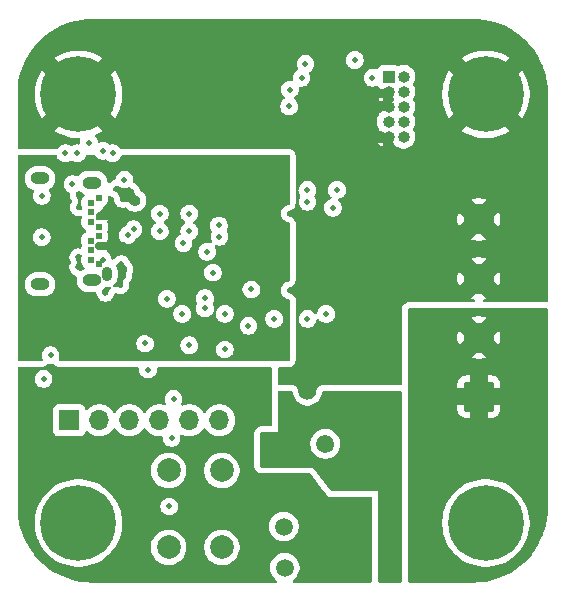
<source format=gbr>
%TF.GenerationSoftware,KiCad,Pcbnew,9.0.0*%
%TF.CreationDate,2025-08-18T11:13:34-07:00*%
%TF.ProjectId,USB_C_Simple_Trig,5553425f-435f-4536-996d-706c655f5472,rev?*%
%TF.SameCoordinates,Original*%
%TF.FileFunction,Copper,L3,Inr*%
%TF.FilePolarity,Positive*%
%FSLAX46Y46*%
G04 Gerber Fmt 4.6, Leading zero omitted, Abs format (unit mm)*
G04 Created by KiCad (PCBNEW 9.0.0) date 2025-08-18 11:13:34*
%MOMM*%
%LPD*%
G01*
G04 APERTURE LIST*
G04 Aperture macros list*
%AMRoundRect*
0 Rectangle with rounded corners*
0 $1 Rounding radius*
0 $2 $3 $4 $5 $6 $7 $8 $9 X,Y pos of 4 corners*
0 Add a 4 corners polygon primitive as box body*
4,1,4,$2,$3,$4,$5,$6,$7,$8,$9,$2,$3,0*
0 Add four circle primitives for the rounded corners*
1,1,$1+$1,$2,$3*
1,1,$1+$1,$4,$5*
1,1,$1+$1,$6,$7*
1,1,$1+$1,$8,$9*
0 Add four rect primitives between the rounded corners*
20,1,$1+$1,$2,$3,$4,$5,0*
20,1,$1+$1,$4,$5,$6,$7,0*
20,1,$1+$1,$6,$7,$8,$9,0*
20,1,$1+$1,$8,$9,$2,$3,0*%
G04 Aperture macros list end*
%TA.AperFunction,ComponentPad*%
%ADD10R,1.000000X1.000000*%
%TD*%
%TA.AperFunction,ComponentPad*%
%ADD11O,1.000000X1.000000*%
%TD*%
%TA.AperFunction,ComponentPad*%
%ADD12C,6.400000*%
%TD*%
%TA.AperFunction,ComponentPad*%
%ADD13C,2.000000*%
%TD*%
%TA.AperFunction,ComponentPad*%
%ADD14O,1.600200X1.016000*%
%TD*%
%TA.AperFunction,ComponentPad*%
%ADD15O,0.914400X1.193800*%
%TD*%
%TA.AperFunction,ComponentPad*%
%ADD16C,0.609600*%
%TD*%
%TA.AperFunction,ComponentPad*%
%ADD17RoundRect,0.250000X1.050000X-1.050000X1.050000X1.050000X-1.050000X1.050000X-1.050000X-1.050000X0*%
%TD*%
%TA.AperFunction,ComponentPad*%
%ADD18C,2.600000*%
%TD*%
%TA.AperFunction,ComponentPad*%
%ADD19R,1.700000X1.700000*%
%TD*%
%TA.AperFunction,ComponentPad*%
%ADD20O,1.700000X1.700000*%
%TD*%
%TA.AperFunction,ViaPad*%
%ADD21C,1.500000*%
%TD*%
%TA.AperFunction,ViaPad*%
%ADD22C,0.500000*%
%TD*%
%TA.AperFunction,ViaPad*%
%ADD23C,0.900000*%
%TD*%
%TA.AperFunction,ViaPad*%
%ADD24C,0.700000*%
%TD*%
%TA.AperFunction,Conductor*%
%ADD25C,0.254000*%
%TD*%
%TA.AperFunction,Conductor*%
%ADD26C,0.700000*%
%TD*%
G04 APERTURE END LIST*
D10*
%TO.N,+3V3*%
%TO.C,J4*%
X149375000Y-87920000D03*
D11*
%TO.N,/MCU/SWDIO*%
X150645000Y-87920000D03*
%TO.N,GND*%
X149375000Y-89190000D03*
%TO.N,/MCU/SWCLK*%
X150645000Y-89190000D03*
%TO.N,GND*%
X149375000Y-90460000D03*
%TO.N,unconnected-(J4-SWO{slash}TDO-Pad6)*%
X150645000Y-90460000D03*
%TO.N,unconnected-(J4-KEY-Pad7)*%
X149375000Y-91730000D03*
%TO.N,unconnected-(J4-NC{slash}TDI-Pad8)*%
X150645000Y-91730000D03*
%TO.N,GND*%
X149375000Y-93000000D03*
%TO.N,/MCU/NRST*%
X150645000Y-93000000D03*
%TD*%
D12*
%TO.N,GND*%
%TO.C,H4*%
X123100000Y-125700000D03*
%TD*%
D13*
%TO.N,GND*%
%TO.C,SW1*%
X135250000Y-121250000D03*
X135250000Y-127750000D03*
%TO.N,/MCU/NRST*%
X130750000Y-121250000D03*
X130750000Y-127750000D03*
%TD*%
D14*
%TO.N,N/C*%
%TO.C,J1*%
X124247400Y-96876201D03*
X119847400Y-96516199D03*
X124247400Y-105136199D03*
X119847400Y-105496201D03*
D15*
X125487400Y-104606200D03*
D16*
%TO.N,GND*%
X124837400Y-103806393D03*
%TO.N,unconnected-(J1-TX2+-PadB2)*%
X124137400Y-103406267D03*
%TO.N,unconnected-(J1-TX2--PadB3)*%
X124137400Y-102606141D03*
%TO.N,VBUS*%
X124837400Y-102206015D03*
%TO.N,/USB_C_IC/CC2*%
X124137400Y-101781389D03*
%TO.N,/USB_C_IC/data_+*%
X124837400Y-101418763D03*
%TO.N,/USB_C_IC/data_-*%
X124837400Y-100618637D03*
%TO.N,unconnected-(J1-SBU2-PadB8)*%
X124137400Y-100181011D03*
%TO.N,VBUS*%
X124837400Y-99806385D03*
%TO.N,unconnected-(J1-RX1--PadB10)*%
X124137400Y-99406259D03*
%TO.N,unconnected-(J1-RX1+-PadB11)*%
X124137400Y-98606133D03*
%TO.N,GND*%
X124837400Y-98206007D03*
%TD*%
D12*
%TO.N,GND*%
%TO.C,H3*%
X123100000Y-89400000D03*
%TD*%
D17*
%TO.N,VOUT*%
%TO.C,J2*%
X157000000Y-115000000D03*
D18*
X157000000Y-110000000D03*
%TO.N,GND*%
X157000000Y-105000000D03*
X157000000Y-100000000D03*
%TD*%
D19*
%TO.N,GND*%
%TO.C,J3*%
X122340000Y-117000000D03*
D20*
%TO.N,unconnected-(J3-Pin_2-Pad2)*%
X124880000Y-117000000D03*
%TO.N,unconnected-(J3-Pin_3-Pad3)*%
X127420000Y-117000000D03*
%TO.N,/MCU/UART_RX*%
X129960000Y-117000000D03*
%TO.N,/MCU/UART_TX*%
X132500000Y-117000000D03*
%TO.N,unconnected-(J3-Pin_6-Pad6)*%
X135040000Y-117000000D03*
%TD*%
D12*
%TO.N,GND*%
%TO.C,H1*%
X157600000Y-89400000D03*
%TD*%
%TO.N,GND*%
%TO.C,H2*%
X157600000Y-125700000D03*
%TD*%
D21*
%TO.N,VBUS*%
X134000000Y-110849000D03*
D22*
%TO.N,Net-(IC1-VOUT)*%
X135500000Y-111000000D03*
D21*
%TO.N,VBUS*%
X129500000Y-109400000D03*
%TO.N,Net-(IC1-VCC)*%
X130500000Y-113500000D03*
D22*
%TO.N,Net-(Q1-G)*%
X129000000Y-112708619D03*
D21*
%TO.N,Net-(IC1-VCC)*%
X146000000Y-125500000D03*
X143000000Y-129490674D03*
X145500000Y-129000000D03*
%TO.N,VOUT*%
X152000000Y-126000000D03*
X152000000Y-129991674D03*
X157000000Y-120500000D03*
X153500000Y-120500000D03*
X152500000Y-124000000D03*
%TO.N,Net-(Q1-D)*%
X140582114Y-129490674D03*
X145000000Y-121700000D03*
X149500000Y-125000000D03*
X141500000Y-119500000D03*
%TO.N,Net-(IC1-VCC)*%
X143800000Y-125000000D03*
X132500000Y-114500000D03*
D22*
%TO.N,/MCU/NRST*%
X120153000Y-113500000D03*
D21*
%TO.N,Net-(IC1-VCC)*%
X134912500Y-114087500D03*
D22*
%TO.N,GND*%
X126850000Y-98250000D03*
X125157898Y-103400000D03*
X150000000Y-107500000D03*
X126750000Y-97700000D03*
X126650000Y-105550000D03*
X141000000Y-99500000D03*
X123103000Y-104024270D03*
X151000000Y-105500000D03*
X127000000Y-104200000D03*
X136900000Y-93500000D03*
D21*
X144000000Y-119000000D03*
D22*
X123103000Y-103200000D03*
X126729529Y-103794375D03*
X120753000Y-111500000D03*
X137500000Y-109000000D03*
X137750000Y-105925000D03*
D23*
X127400000Y-97750000D03*
D22*
X123150000Y-97950000D03*
D21*
X142500000Y-114500000D03*
D22*
X128000000Y-92500000D03*
X125400000Y-106200000D03*
D24*
X131637500Y-87350000D03*
D23*
X127900000Y-98400000D03*
D22*
X141000000Y-106000000D03*
X126317576Y-97399866D03*
X123150000Y-98950000D03*
X149500000Y-97500000D03*
X126900000Y-104750000D03*
X135000000Y-100500000D03*
D21*
%TO.N,VBUS*%
X128500000Y-105000000D03*
X128500000Y-103850000D03*
D22*
X126946902Y-99679011D03*
%TO.N,+5V*%
X132500000Y-99500000D03*
X132500000Y-101000000D03*
X142500000Y-98500000D03*
X134500000Y-104500000D03*
X144654000Y-99000000D03*
X134000000Y-102725000D03*
%TO.N,+3V3*%
X142500000Y-97500000D03*
X142000000Y-88000000D03*
X145000000Y-97500000D03*
X148000000Y-88000000D03*
X146500000Y-86500000D03*
X141000000Y-89000000D03*
%TO.N,/MCU/STATUS_LED*%
X123000000Y-94400000D03*
X122602000Y-97000000D03*
%TO.N,Net-(IC1-LED)*%
X135500000Y-108000000D03*
X139689468Y-108423000D03*
X128750000Y-110500000D03*
X131900000Y-108000000D03*
%TO.N,Net-(IC1-VOUT)*%
X133825735Y-107522794D03*
%TO.N,/MCU/NRST*%
X142325735Y-86825735D03*
X130800000Y-124300000D03*
X140943236Y-90423265D03*
%TO.N,/MCU/I2C_SCL*%
X142500000Y-108423000D03*
X144077000Y-108000000D03*
%TO.N,Net-(Q1-G)*%
X130587500Y-106715442D03*
X131000000Y-118500000D03*
X131161000Y-115199000D03*
%TO.N,Net-(IC1-VCC)*%
X133825735Y-106674265D03*
X132500000Y-110650000D03*
%TO.N,/USB_C_IC/CC2*%
X125185202Y-94185201D03*
X126000000Y-94400000D03*
X122000000Y-94400000D03*
X130000000Y-101000000D03*
X132000000Y-102000000D03*
X135043015Y-101456985D03*
X120000000Y-98000000D03*
X124000000Y-93500000D03*
X127000000Y-96617201D03*
X130000000Y-99500000D03*
X120000000Y-101500000D03*
%TO.N,/USB_C_IC/data_-*%
X127774626Y-100833011D03*
%TO.N,/USB_C_IC/data_+*%
X127269003Y-101343698D03*
D21*
%TO.N,Net-(Q1-D)*%
X140500000Y-126000000D03*
X139500000Y-119500000D03*
%TD*%
D25*
%TO.N,VBUS*%
X124964774Y-99679011D02*
X124837400Y-99806385D01*
D26*
X126946902Y-99679011D02*
X124964774Y-99679011D01*
X126856015Y-102206015D02*
X124837400Y-102206015D01*
X128500000Y-103850000D02*
X126856015Y-102206015D01*
%TD*%
%TA.AperFunction,Conductor*%
%TO.N,VBUS*%
G36*
X121219963Y-94519685D02*
G01*
X121265718Y-94572489D01*
X121274541Y-94599807D01*
X121278340Y-94618908D01*
X121278343Y-94618917D01*
X121334912Y-94755488D01*
X121334919Y-94755501D01*
X121417048Y-94878415D01*
X121417051Y-94878419D01*
X121521580Y-94982948D01*
X121521584Y-94982951D01*
X121644498Y-95065080D01*
X121644511Y-95065087D01*
X121781082Y-95121656D01*
X121781087Y-95121658D01*
X121781091Y-95121658D01*
X121781092Y-95121659D01*
X121926079Y-95150500D01*
X121926082Y-95150500D01*
X122073920Y-95150500D01*
X122171462Y-95131096D01*
X122218913Y-95121658D01*
X122355495Y-95065084D01*
X122431111Y-95014559D01*
X122497786Y-94993682D01*
X122565166Y-95012166D01*
X122568848Y-95014531D01*
X122644505Y-95065084D01*
X122644507Y-95065085D01*
X122644511Y-95065087D01*
X122781082Y-95121656D01*
X122781087Y-95121658D01*
X122781091Y-95121658D01*
X122781092Y-95121659D01*
X122926079Y-95150500D01*
X122926082Y-95150500D01*
X123073920Y-95150500D01*
X123171462Y-95131096D01*
X123218913Y-95121658D01*
X123355495Y-95065084D01*
X123478416Y-94982951D01*
X123582951Y-94878416D01*
X123665084Y-94755495D01*
X123721658Y-94618913D01*
X123725459Y-94599807D01*
X123757845Y-94537896D01*
X123818562Y-94503323D01*
X123847076Y-94500000D01*
X124426646Y-94500000D01*
X124493685Y-94519685D01*
X124529748Y-94555109D01*
X124602250Y-94663616D01*
X124602253Y-94663620D01*
X124706782Y-94768149D01*
X124706786Y-94768152D01*
X124829700Y-94850281D01*
X124829713Y-94850288D01*
X124966284Y-94906857D01*
X124966289Y-94906859D01*
X124966293Y-94906859D01*
X124966294Y-94906860D01*
X125111281Y-94935701D01*
X125111284Y-94935701D01*
X125259122Y-94935701D01*
X125373620Y-94912925D01*
X125443211Y-94919152D01*
X125485493Y-94946861D01*
X125521580Y-94982948D01*
X125521584Y-94982951D01*
X125644498Y-95065080D01*
X125644511Y-95065087D01*
X125781082Y-95121656D01*
X125781087Y-95121658D01*
X125781091Y-95121658D01*
X125781092Y-95121659D01*
X125926079Y-95150500D01*
X125926082Y-95150500D01*
X126073920Y-95150500D01*
X126171462Y-95131096D01*
X126218913Y-95121658D01*
X126355495Y-95065084D01*
X126478416Y-94982951D01*
X126582951Y-94878416D01*
X126665084Y-94755495D01*
X126721658Y-94618913D01*
X126725459Y-94599807D01*
X126757845Y-94537896D01*
X126818562Y-94503323D01*
X126847076Y-94500000D01*
X140876000Y-94500000D01*
X140943039Y-94519685D01*
X140988794Y-94572489D01*
X141000000Y-94624000D01*
X141000000Y-98633032D01*
X140980315Y-98700071D01*
X140927511Y-98745826D01*
X140900192Y-98754649D01*
X140781092Y-98778340D01*
X140781082Y-98778343D01*
X140644511Y-98834912D01*
X140644498Y-98834919D01*
X140521584Y-98917048D01*
X140521580Y-98917051D01*
X140417051Y-99021580D01*
X140417048Y-99021584D01*
X140334919Y-99144498D01*
X140334912Y-99144511D01*
X140278343Y-99281082D01*
X140278340Y-99281092D01*
X140249500Y-99426079D01*
X140249500Y-99426082D01*
X140249500Y-99573918D01*
X140249500Y-99573920D01*
X140249499Y-99573920D01*
X140278340Y-99718907D01*
X140278343Y-99718917D01*
X140334912Y-99855488D01*
X140334919Y-99855501D01*
X140417048Y-99978415D01*
X140417051Y-99978419D01*
X140521580Y-100082948D01*
X140521584Y-100082951D01*
X140644498Y-100165080D01*
X140644511Y-100165087D01*
X140781082Y-100221656D01*
X140781087Y-100221658D01*
X140859140Y-100237184D01*
X140900191Y-100245350D01*
X140962102Y-100277735D01*
X140996676Y-100338451D01*
X141000000Y-100366967D01*
X141000000Y-105133032D01*
X140980315Y-105200071D01*
X140927511Y-105245826D01*
X140900192Y-105254649D01*
X140781092Y-105278340D01*
X140781082Y-105278343D01*
X140644511Y-105334912D01*
X140644498Y-105334919D01*
X140521584Y-105417048D01*
X140521580Y-105417051D01*
X140417051Y-105521580D01*
X140417048Y-105521584D01*
X140334919Y-105644498D01*
X140334912Y-105644511D01*
X140278343Y-105781082D01*
X140278340Y-105781092D01*
X140249500Y-105926079D01*
X140249500Y-105926082D01*
X140249500Y-106073918D01*
X140249500Y-106073920D01*
X140249499Y-106073920D01*
X140278340Y-106218907D01*
X140278343Y-106218917D01*
X140334912Y-106355488D01*
X140334919Y-106355501D01*
X140417048Y-106478415D01*
X140417051Y-106478419D01*
X140521580Y-106582948D01*
X140521584Y-106582951D01*
X140644498Y-106665080D01*
X140644511Y-106665087D01*
X140781082Y-106721656D01*
X140781087Y-106721658D01*
X140864887Y-106738327D01*
X140900191Y-106745350D01*
X140962102Y-106777735D01*
X140996676Y-106838451D01*
X141000000Y-106866967D01*
X141000000Y-111876000D01*
X140980315Y-111943039D01*
X140927511Y-111988794D01*
X140876000Y-112000000D01*
X129275057Y-112000000D01*
X129227605Y-111990561D01*
X129218917Y-111986962D01*
X129218907Y-111986959D01*
X129073920Y-111958119D01*
X129073918Y-111958119D01*
X128926082Y-111958119D01*
X128926080Y-111958119D01*
X128781092Y-111986959D01*
X128781082Y-111986962D01*
X128772395Y-111990561D01*
X128724943Y-112000000D01*
X121543807Y-112000000D01*
X121476768Y-111980315D01*
X121431013Y-111927511D01*
X121421069Y-111858353D01*
X121429246Y-111828547D01*
X121474658Y-111718913D01*
X121485366Y-111665080D01*
X121503500Y-111573920D01*
X121503500Y-111426079D01*
X121474659Y-111281092D01*
X121474658Y-111281091D01*
X121474658Y-111281087D01*
X121474656Y-111281082D01*
X121418087Y-111144511D01*
X121418080Y-111144498D01*
X121335951Y-111021584D01*
X121335948Y-111021580D01*
X121231419Y-110917051D01*
X121231415Y-110917048D01*
X121108501Y-110834919D01*
X121108488Y-110834912D01*
X120971917Y-110778343D01*
X120971907Y-110778340D01*
X120826920Y-110749500D01*
X120826918Y-110749500D01*
X120679082Y-110749500D01*
X120679080Y-110749500D01*
X120534092Y-110778340D01*
X120534082Y-110778343D01*
X120397511Y-110834912D01*
X120397498Y-110834919D01*
X120274584Y-110917048D01*
X120274580Y-110917051D01*
X120170051Y-111021580D01*
X120170048Y-111021584D01*
X120087919Y-111144498D01*
X120087912Y-111144511D01*
X120031343Y-111281082D01*
X120031340Y-111281092D01*
X120002500Y-111426079D01*
X120002500Y-111426082D01*
X120002500Y-111573918D01*
X120002500Y-111573920D01*
X120002499Y-111573920D01*
X120031340Y-111718907D01*
X120031342Y-111718913D01*
X120076754Y-111828547D01*
X120084223Y-111898017D01*
X120052948Y-111960496D01*
X119992859Y-111996148D01*
X119962193Y-112000000D01*
X118082826Y-112000000D01*
X118015787Y-111980315D01*
X117970032Y-111927511D01*
X117958826Y-111876000D01*
X117958826Y-110573920D01*
X127999499Y-110573920D01*
X128028340Y-110718907D01*
X128028343Y-110718917D01*
X128084912Y-110855488D01*
X128084919Y-110855501D01*
X128167048Y-110978415D01*
X128167051Y-110978419D01*
X128271580Y-111082948D01*
X128271584Y-111082951D01*
X128394498Y-111165080D01*
X128394511Y-111165087D01*
X128531082Y-111221656D01*
X128531087Y-111221658D01*
X128531091Y-111221658D01*
X128531092Y-111221659D01*
X128676079Y-111250500D01*
X128676082Y-111250500D01*
X128823920Y-111250500D01*
X128921462Y-111231096D01*
X128968913Y-111221658D01*
X129105495Y-111165084D01*
X129228416Y-111082951D01*
X129332951Y-110978416D01*
X129415084Y-110855495D01*
X129469584Y-110723920D01*
X131749499Y-110723920D01*
X131778340Y-110868907D01*
X131778343Y-110868917D01*
X131834912Y-111005488D01*
X131834919Y-111005501D01*
X131917048Y-111128415D01*
X131917051Y-111128419D01*
X132021580Y-111232948D01*
X132021584Y-111232951D01*
X132144498Y-111315080D01*
X132144511Y-111315087D01*
X132242049Y-111355488D01*
X132281087Y-111371658D01*
X132281091Y-111371658D01*
X132281092Y-111371659D01*
X132426079Y-111400500D01*
X132426082Y-111400500D01*
X132573920Y-111400500D01*
X132671462Y-111381096D01*
X132718913Y-111371658D01*
X132855495Y-111315084D01*
X132978416Y-111232951D01*
X133082951Y-111128416D01*
X133119364Y-111073920D01*
X134749499Y-111073920D01*
X134778340Y-111218907D01*
X134778343Y-111218917D01*
X134834912Y-111355488D01*
X134834919Y-111355501D01*
X134917048Y-111478415D01*
X134917051Y-111478419D01*
X135021580Y-111582948D01*
X135021584Y-111582951D01*
X135144498Y-111665080D01*
X135144511Y-111665087D01*
X135274445Y-111718907D01*
X135281087Y-111721658D01*
X135281091Y-111721658D01*
X135281092Y-111721659D01*
X135426079Y-111750500D01*
X135426082Y-111750500D01*
X135573920Y-111750500D01*
X135671462Y-111731096D01*
X135718913Y-111721658D01*
X135855495Y-111665084D01*
X135978416Y-111582951D01*
X136082951Y-111478416D01*
X136165084Y-111355495D01*
X136221658Y-111218913D01*
X136236459Y-111144505D01*
X136250500Y-111073920D01*
X136250500Y-110926079D01*
X136221659Y-110781092D01*
X136221658Y-110781091D01*
X136221658Y-110781087D01*
X136197978Y-110723918D01*
X136165087Y-110644511D01*
X136165080Y-110644498D01*
X136082951Y-110521584D01*
X136082948Y-110521580D01*
X135978419Y-110417051D01*
X135978415Y-110417048D01*
X135855501Y-110334919D01*
X135855488Y-110334912D01*
X135718917Y-110278343D01*
X135718907Y-110278340D01*
X135573920Y-110249500D01*
X135573918Y-110249500D01*
X135426082Y-110249500D01*
X135426080Y-110249500D01*
X135281092Y-110278340D01*
X135281082Y-110278343D01*
X135144511Y-110334912D01*
X135144498Y-110334919D01*
X135021584Y-110417048D01*
X135021580Y-110417051D01*
X134917051Y-110521580D01*
X134917048Y-110521584D01*
X134834919Y-110644498D01*
X134834912Y-110644511D01*
X134778343Y-110781082D01*
X134778340Y-110781092D01*
X134749500Y-110926079D01*
X134749500Y-110926082D01*
X134749500Y-111073918D01*
X134749500Y-111073920D01*
X134749499Y-111073920D01*
X133119364Y-111073920D01*
X133165084Y-111005495D01*
X133221658Y-110868913D01*
X133239675Y-110778340D01*
X133250500Y-110723920D01*
X133250500Y-110576079D01*
X133221659Y-110431092D01*
X133221658Y-110431091D01*
X133221658Y-110431087D01*
X133181821Y-110334912D01*
X133165087Y-110294511D01*
X133165080Y-110294498D01*
X133082951Y-110171584D01*
X133082948Y-110171580D01*
X132978419Y-110067051D01*
X132978415Y-110067048D01*
X132855501Y-109984919D01*
X132855488Y-109984912D01*
X132718917Y-109928343D01*
X132718907Y-109928340D01*
X132573920Y-109899500D01*
X132573918Y-109899500D01*
X132426082Y-109899500D01*
X132426080Y-109899500D01*
X132281092Y-109928340D01*
X132281082Y-109928343D01*
X132144511Y-109984912D01*
X132144498Y-109984919D01*
X132021584Y-110067048D01*
X132021580Y-110067051D01*
X131917051Y-110171580D01*
X131917048Y-110171584D01*
X131834919Y-110294498D01*
X131834912Y-110294511D01*
X131778343Y-110431082D01*
X131778340Y-110431092D01*
X131749500Y-110576079D01*
X131749500Y-110576082D01*
X131749500Y-110723918D01*
X131749500Y-110723920D01*
X131749499Y-110723920D01*
X129469584Y-110723920D01*
X129471658Y-110718913D01*
X129486459Y-110644505D01*
X129500500Y-110573920D01*
X129500500Y-110426079D01*
X129471659Y-110281092D01*
X129471658Y-110281091D01*
X129471658Y-110281087D01*
X129458574Y-110249500D01*
X129415087Y-110144511D01*
X129415080Y-110144498D01*
X129332951Y-110021584D01*
X129332948Y-110021580D01*
X129228419Y-109917051D01*
X129228415Y-109917048D01*
X129105501Y-109834919D01*
X129105488Y-109834912D01*
X128968917Y-109778343D01*
X128968907Y-109778340D01*
X128823920Y-109749500D01*
X128823918Y-109749500D01*
X128676082Y-109749500D01*
X128676080Y-109749500D01*
X128531092Y-109778340D01*
X128531082Y-109778343D01*
X128394511Y-109834912D01*
X128394498Y-109834919D01*
X128271584Y-109917048D01*
X128271580Y-109917051D01*
X128167051Y-110021580D01*
X128167048Y-110021584D01*
X128084919Y-110144498D01*
X128084912Y-110144511D01*
X128028343Y-110281082D01*
X128028340Y-110281092D01*
X127999500Y-110426079D01*
X127999500Y-110426082D01*
X127999500Y-110573918D01*
X127999500Y-110573920D01*
X127999499Y-110573920D01*
X117958826Y-110573920D01*
X117958826Y-109073920D01*
X136749499Y-109073920D01*
X136778340Y-109218907D01*
X136778343Y-109218917D01*
X136834912Y-109355488D01*
X136834919Y-109355501D01*
X136917048Y-109478415D01*
X136917051Y-109478419D01*
X137021580Y-109582948D01*
X137021584Y-109582951D01*
X137144498Y-109665080D01*
X137144511Y-109665087D01*
X137281082Y-109721656D01*
X137281087Y-109721658D01*
X137281091Y-109721658D01*
X137281092Y-109721659D01*
X137426079Y-109750500D01*
X137426082Y-109750500D01*
X137573920Y-109750500D01*
X137671462Y-109731096D01*
X137718913Y-109721658D01*
X137855495Y-109665084D01*
X137978416Y-109582951D01*
X138082951Y-109478416D01*
X138165084Y-109355495D01*
X138221658Y-109218913D01*
X138231096Y-109171462D01*
X138250500Y-109073920D01*
X138250500Y-108926079D01*
X138221659Y-108781092D01*
X138221658Y-108781091D01*
X138221658Y-108781087D01*
X138220584Y-108778495D01*
X138165087Y-108644511D01*
X138165080Y-108644498D01*
X138082951Y-108521584D01*
X138082948Y-108521580D01*
X138058288Y-108496920D01*
X138938967Y-108496920D01*
X138967808Y-108641907D01*
X138967811Y-108641917D01*
X139024380Y-108778488D01*
X139024387Y-108778501D01*
X139106516Y-108901415D01*
X139106519Y-108901419D01*
X139211048Y-109005948D01*
X139211052Y-109005951D01*
X139333966Y-109088080D01*
X139333979Y-109088087D01*
X139470550Y-109144656D01*
X139470555Y-109144658D01*
X139470559Y-109144658D01*
X139470560Y-109144659D01*
X139615547Y-109173500D01*
X139615550Y-109173500D01*
X139763388Y-109173500D01*
X139860930Y-109154096D01*
X139908381Y-109144658D01*
X140044963Y-109088084D01*
X140167884Y-109005951D01*
X140272419Y-108901416D01*
X140354552Y-108778495D01*
X140411126Y-108641913D01*
X140435062Y-108521584D01*
X140439968Y-108496920D01*
X140439968Y-108349079D01*
X140411127Y-108204092D01*
X140411126Y-108204091D01*
X140411126Y-108204087D01*
X140404410Y-108187874D01*
X140354555Y-108067511D01*
X140354548Y-108067498D01*
X140272419Y-107944584D01*
X140272416Y-107944580D01*
X140167887Y-107840051D01*
X140167883Y-107840048D01*
X140044969Y-107757919D01*
X140044956Y-107757912D01*
X139908385Y-107701343D01*
X139908375Y-107701340D01*
X139763388Y-107672500D01*
X139763386Y-107672500D01*
X139615550Y-107672500D01*
X139615548Y-107672500D01*
X139470560Y-107701340D01*
X139470550Y-107701343D01*
X139333979Y-107757912D01*
X139333966Y-107757919D01*
X139211052Y-107840048D01*
X139211048Y-107840051D01*
X139106519Y-107944580D01*
X139106516Y-107944584D01*
X139024387Y-108067498D01*
X139024380Y-108067511D01*
X138967811Y-108204082D01*
X138967808Y-108204092D01*
X138938968Y-108349079D01*
X138938968Y-108349082D01*
X138938968Y-108496918D01*
X138938968Y-108496920D01*
X138938967Y-108496920D01*
X138058288Y-108496920D01*
X137978419Y-108417051D01*
X137978415Y-108417048D01*
X137855501Y-108334919D01*
X137855488Y-108334912D01*
X137718917Y-108278343D01*
X137718907Y-108278340D01*
X137573920Y-108249500D01*
X137573918Y-108249500D01*
X137426082Y-108249500D01*
X137426080Y-108249500D01*
X137281092Y-108278340D01*
X137281082Y-108278343D01*
X137144511Y-108334912D01*
X137144498Y-108334919D01*
X137021584Y-108417048D01*
X137021580Y-108417051D01*
X136917051Y-108521580D01*
X136917048Y-108521584D01*
X136834919Y-108644498D01*
X136834912Y-108644511D01*
X136778343Y-108781082D01*
X136778340Y-108781092D01*
X136749500Y-108926079D01*
X136749500Y-108926082D01*
X136749500Y-109073918D01*
X136749500Y-109073920D01*
X136749499Y-109073920D01*
X117958826Y-109073920D01*
X117958826Y-108073920D01*
X131149499Y-108073920D01*
X131178340Y-108218907D01*
X131178343Y-108218917D01*
X131234912Y-108355488D01*
X131234919Y-108355501D01*
X131317048Y-108478415D01*
X131317051Y-108478419D01*
X131421580Y-108582948D01*
X131421584Y-108582951D01*
X131544498Y-108665080D01*
X131544511Y-108665087D01*
X131681082Y-108721656D01*
X131681087Y-108721658D01*
X131681091Y-108721658D01*
X131681092Y-108721659D01*
X131826079Y-108750500D01*
X131826082Y-108750500D01*
X131973920Y-108750500D01*
X132071462Y-108731096D01*
X132118913Y-108721658D01*
X132255495Y-108665084D01*
X132378416Y-108582951D01*
X132482951Y-108478416D01*
X132565084Y-108355495D01*
X132621658Y-108218913D01*
X132650500Y-108073918D01*
X132650500Y-107926082D01*
X132650500Y-107926079D01*
X132621659Y-107781092D01*
X132621658Y-107781091D01*
X132621658Y-107781087D01*
X132605348Y-107741711D01*
X132565087Y-107644511D01*
X132565080Y-107644498D01*
X132482951Y-107521584D01*
X132482948Y-107521580D01*
X132378419Y-107417051D01*
X132378415Y-107417048D01*
X132255501Y-107334919D01*
X132255488Y-107334912D01*
X132118917Y-107278343D01*
X132118907Y-107278340D01*
X131973920Y-107249500D01*
X131973918Y-107249500D01*
X131826082Y-107249500D01*
X131826080Y-107249500D01*
X131681092Y-107278340D01*
X131681082Y-107278343D01*
X131544511Y-107334912D01*
X131544498Y-107334919D01*
X131421584Y-107417048D01*
X131421580Y-107417051D01*
X131317051Y-107521580D01*
X131317048Y-107521584D01*
X131234919Y-107644498D01*
X131234912Y-107644511D01*
X131178343Y-107781082D01*
X131178340Y-107781092D01*
X131149500Y-107926079D01*
X131149500Y-107926082D01*
X131149500Y-108073918D01*
X131149500Y-108073920D01*
X131149499Y-108073920D01*
X117958826Y-108073920D01*
X117958826Y-105396867D01*
X118546800Y-105396867D01*
X118546800Y-105595534D01*
X118585554Y-105790362D01*
X118585556Y-105790370D01*
X118661577Y-105973902D01*
X118661582Y-105973911D01*
X118771946Y-106139081D01*
X118771949Y-106139085D01*
X118912415Y-106279551D01*
X118912419Y-106279554D01*
X119077589Y-106389918D01*
X119077598Y-106389923D01*
X119119174Y-106407144D01*
X119261131Y-106465945D01*
X119414913Y-106496534D01*
X119455966Y-106504700D01*
X119455970Y-106504701D01*
X119455971Y-106504701D01*
X120238830Y-106504701D01*
X120238831Y-106504700D01*
X120433669Y-106465945D01*
X120617204Y-106389922D01*
X120782381Y-106279554D01*
X120922853Y-106139082D01*
X121033221Y-105973905D01*
X121109244Y-105790370D01*
X121148000Y-105595530D01*
X121148000Y-105396872D01*
X121109244Y-105202032D01*
X121033221Y-105018497D01*
X121033220Y-105018496D01*
X121033217Y-105018490D01*
X120922853Y-104853320D01*
X120922850Y-104853316D01*
X120782384Y-104712850D01*
X120782380Y-104712847D01*
X120617210Y-104602483D01*
X120617201Y-104602478D01*
X120433669Y-104526457D01*
X120433661Y-104526455D01*
X120238833Y-104487701D01*
X120238829Y-104487701D01*
X119455971Y-104487701D01*
X119455966Y-104487701D01*
X119261138Y-104526455D01*
X119261130Y-104526457D01*
X119077598Y-104602478D01*
X119077589Y-104602483D01*
X118912419Y-104712847D01*
X118912415Y-104712850D01*
X118771949Y-104853316D01*
X118771946Y-104853320D01*
X118661582Y-105018490D01*
X118661577Y-105018499D01*
X118585556Y-105202031D01*
X118585554Y-105202039D01*
X118546800Y-105396867D01*
X117958826Y-105396867D01*
X117958826Y-101573920D01*
X119249499Y-101573920D01*
X119278340Y-101718907D01*
X119278343Y-101718917D01*
X119334912Y-101855488D01*
X119334919Y-101855501D01*
X119417048Y-101978415D01*
X119417051Y-101978419D01*
X119521580Y-102082948D01*
X119521584Y-102082951D01*
X119644498Y-102165080D01*
X119644511Y-102165087D01*
X119777939Y-102220354D01*
X119781087Y-102221658D01*
X119781091Y-102221658D01*
X119781092Y-102221659D01*
X119926079Y-102250500D01*
X119926082Y-102250500D01*
X120073920Y-102250500D01*
X120171462Y-102231096D01*
X120218913Y-102221658D01*
X120355495Y-102165084D01*
X120478416Y-102082951D01*
X120582951Y-101978416D01*
X120665084Y-101855495D01*
X120721658Y-101718913D01*
X120736459Y-101644505D01*
X120750500Y-101573920D01*
X120750500Y-101426079D01*
X120721659Y-101281092D01*
X120721658Y-101281091D01*
X120721658Y-101281087D01*
X120718856Y-101274322D01*
X120665087Y-101144511D01*
X120665080Y-101144498D01*
X120582951Y-101021584D01*
X120582948Y-101021580D01*
X120478419Y-100917051D01*
X120478415Y-100917048D01*
X120355501Y-100834919D01*
X120355488Y-100834912D01*
X120218917Y-100778343D01*
X120218907Y-100778340D01*
X120073920Y-100749500D01*
X120073918Y-100749500D01*
X119926082Y-100749500D01*
X119926080Y-100749500D01*
X119781092Y-100778340D01*
X119781082Y-100778343D01*
X119644511Y-100834912D01*
X119644498Y-100834919D01*
X119521584Y-100917048D01*
X119521580Y-100917051D01*
X119417051Y-101021580D01*
X119417048Y-101021584D01*
X119334919Y-101144498D01*
X119334912Y-101144511D01*
X119278343Y-101281082D01*
X119278340Y-101281092D01*
X119249500Y-101426079D01*
X119249500Y-101426082D01*
X119249500Y-101573918D01*
X119249500Y-101573920D01*
X119249499Y-101573920D01*
X117958826Y-101573920D01*
X117958826Y-96416865D01*
X118546800Y-96416865D01*
X118546800Y-96615532D01*
X118585554Y-96810360D01*
X118585556Y-96810368D01*
X118661577Y-96993900D01*
X118661582Y-96993909D01*
X118771946Y-97159079D01*
X118771949Y-97159083D01*
X118912415Y-97299549D01*
X118912419Y-97299552D01*
X119077589Y-97409916D01*
X119077602Y-97409923D01*
X119124272Y-97429254D01*
X119261131Y-97485943D01*
X119261132Y-97485943D01*
X119265608Y-97487797D01*
X119320012Y-97531638D01*
X119342077Y-97597932D01*
X119332718Y-97649810D01*
X119278340Y-97781091D01*
X119278340Y-97781092D01*
X119249500Y-97926079D01*
X119249500Y-97926082D01*
X119249500Y-98073918D01*
X119249500Y-98073920D01*
X119249499Y-98073920D01*
X119278340Y-98218907D01*
X119278343Y-98218917D01*
X119334912Y-98355488D01*
X119334919Y-98355501D01*
X119417048Y-98478415D01*
X119417051Y-98478419D01*
X119521580Y-98582948D01*
X119521584Y-98582951D01*
X119644498Y-98665080D01*
X119644511Y-98665087D01*
X119781082Y-98721656D01*
X119781087Y-98721658D01*
X119781091Y-98721658D01*
X119781092Y-98721659D01*
X119926079Y-98750500D01*
X119926082Y-98750500D01*
X120073920Y-98750500D01*
X120184944Y-98728415D01*
X120218913Y-98721658D01*
X120355495Y-98665084D01*
X120478416Y-98582951D01*
X120582951Y-98478416D01*
X120665084Y-98355495D01*
X120721658Y-98218913D01*
X120738548Y-98134005D01*
X120750500Y-98073920D01*
X120750500Y-97926079D01*
X120721659Y-97781092D01*
X120721658Y-97781091D01*
X120721658Y-97781087D01*
X120706541Y-97744591D01*
X120665087Y-97644511D01*
X120665080Y-97644498D01*
X120610832Y-97563311D01*
X120589954Y-97496634D01*
X120608438Y-97429254D01*
X120645044Y-97391318D01*
X120782056Y-97299769D01*
X120782381Y-97299552D01*
X120922853Y-97159080D01*
X120979755Y-97073920D01*
X121851499Y-97073920D01*
X121880340Y-97218907D01*
X121880343Y-97218917D01*
X121936912Y-97355488D01*
X121936919Y-97355501D01*
X122019048Y-97478415D01*
X122019051Y-97478419D01*
X122123580Y-97582948D01*
X122123584Y-97582951D01*
X122246498Y-97665080D01*
X122246511Y-97665087D01*
X122332610Y-97700750D01*
X122387014Y-97744591D01*
X122409079Y-97810885D01*
X122406776Y-97839501D01*
X122399500Y-97876082D01*
X122399500Y-98023918D01*
X122399500Y-98023920D01*
X122399499Y-98023920D01*
X122428340Y-98168907D01*
X122428343Y-98168917D01*
X122484912Y-98305488D01*
X122484919Y-98305501D01*
X122535439Y-98381109D01*
X122556317Y-98447787D01*
X122537832Y-98515167D01*
X122535439Y-98518891D01*
X122484919Y-98594498D01*
X122484912Y-98594511D01*
X122428343Y-98731082D01*
X122428340Y-98731092D01*
X122399500Y-98876079D01*
X122399500Y-98876082D01*
X122399500Y-99023918D01*
X122399500Y-99023920D01*
X122399499Y-99023920D01*
X122428340Y-99168907D01*
X122428343Y-99168917D01*
X122484912Y-99305488D01*
X122484919Y-99305501D01*
X122567048Y-99428415D01*
X122567051Y-99428419D01*
X122671580Y-99532948D01*
X122671584Y-99532951D01*
X122794498Y-99615080D01*
X122794511Y-99615087D01*
X122917246Y-99665925D01*
X122931087Y-99671658D01*
X122931091Y-99671658D01*
X122931092Y-99671659D01*
X123076079Y-99700500D01*
X123076082Y-99700500D01*
X123223918Y-99700500D01*
X123258880Y-99693545D01*
X123328469Y-99699771D01*
X123383648Y-99742633D01*
X123406894Y-99808522D01*
X123397634Y-99862612D01*
X123363047Y-99946114D01*
X123363046Y-99946118D01*
X123363045Y-99946121D01*
X123363044Y-99946121D01*
X123332100Y-100101691D01*
X123332100Y-100260330D01*
X123363044Y-100415900D01*
X123363047Y-100415909D01*
X123423748Y-100562457D01*
X123423755Y-100562470D01*
X123511881Y-100694359D01*
X123511884Y-100694363D01*
X123624047Y-100806526D01*
X123624051Y-100806529D01*
X123731160Y-100878098D01*
X123775965Y-100931711D01*
X123784672Y-101001036D01*
X123754517Y-101064063D01*
X123731160Y-101084302D01*
X123624051Y-101155870D01*
X123624047Y-101155873D01*
X123511884Y-101268036D01*
X123511881Y-101268040D01*
X123423755Y-101399929D01*
X123423748Y-101399942D01*
X123363047Y-101546490D01*
X123363044Y-101546499D01*
X123332100Y-101702069D01*
X123332100Y-101860708D01*
X123363044Y-102016278D01*
X123363047Y-102016287D01*
X123416905Y-102146312D01*
X123420155Y-102176540D01*
X123425694Y-102206445D01*
X123424063Y-102212894D01*
X123424374Y-102215781D01*
X123417125Y-102240683D01*
X123416996Y-102240996D01*
X123363047Y-102371244D01*
X123362375Y-102374618D01*
X123358811Y-102383339D01*
X123340482Y-102406300D01*
X123324377Y-102430867D01*
X123318938Y-102433291D01*
X123315223Y-102437946D01*
X123287392Y-102447353D01*
X123260561Y-102459313D01*
X123252733Y-102459067D01*
X123249032Y-102460319D01*
X123242787Y-102458756D01*
X123219838Y-102458037D01*
X123176920Y-102449500D01*
X123176918Y-102449500D01*
X123029082Y-102449500D01*
X123029080Y-102449500D01*
X122884092Y-102478340D01*
X122884082Y-102478343D01*
X122747511Y-102534912D01*
X122747498Y-102534919D01*
X122624584Y-102617048D01*
X122624580Y-102617051D01*
X122520051Y-102721580D01*
X122520048Y-102721584D01*
X122437919Y-102844498D01*
X122437912Y-102844511D01*
X122381343Y-102981082D01*
X122381340Y-102981092D01*
X122352500Y-103126079D01*
X122352500Y-103126082D01*
X122352500Y-103273918D01*
X122352500Y-103273920D01*
X122352499Y-103273920D01*
X122381340Y-103418907D01*
X122381342Y-103418913D01*
X122440247Y-103561122D01*
X122438638Y-103561788D01*
X122451186Y-103622108D01*
X122439256Y-103662737D01*
X122440247Y-103663148D01*
X122381342Y-103805356D01*
X122381340Y-103805362D01*
X122352500Y-103950349D01*
X122352500Y-103950352D01*
X122352500Y-104098188D01*
X122352500Y-104098190D01*
X122352499Y-104098190D01*
X122381340Y-104243177D01*
X122381343Y-104243187D01*
X122437912Y-104379758D01*
X122437919Y-104379771D01*
X122520048Y-104502685D01*
X122520051Y-104502689D01*
X122624580Y-104607218D01*
X122624584Y-104607221D01*
X122747498Y-104689350D01*
X122747511Y-104689357D01*
X122884082Y-104745926D01*
X122884087Y-104745928D01*
X122884091Y-104745928D01*
X122889919Y-104747697D01*
X122889105Y-104750377D01*
X122940371Y-104777191D01*
X122974948Y-104837905D01*
X122975891Y-104890618D01*
X122950455Y-105018499D01*
X122946800Y-105036872D01*
X122946800Y-105235532D01*
X122985554Y-105430360D01*
X122985556Y-105430368D01*
X123061577Y-105613900D01*
X123061582Y-105613909D01*
X123171946Y-105779079D01*
X123171949Y-105779083D01*
X123312415Y-105919549D01*
X123312419Y-105919552D01*
X123477589Y-106029916D01*
X123477595Y-106029919D01*
X123477596Y-106029920D01*
X123661131Y-106105943D01*
X123845298Y-106142576D01*
X123855966Y-106144698D01*
X123855970Y-106144699D01*
X124525500Y-106144699D01*
X124592539Y-106164384D01*
X124638294Y-106217188D01*
X124649500Y-106268699D01*
X124649500Y-106273918D01*
X124649500Y-106273920D01*
X124649499Y-106273920D01*
X124678340Y-106418907D01*
X124678343Y-106418917D01*
X124734912Y-106555488D01*
X124734919Y-106555501D01*
X124817048Y-106678415D01*
X124817051Y-106678419D01*
X124921580Y-106782948D01*
X124921584Y-106782951D01*
X125044498Y-106865080D01*
X125044511Y-106865087D01*
X125181082Y-106921656D01*
X125181087Y-106921658D01*
X125181091Y-106921658D01*
X125181092Y-106921659D01*
X125326079Y-106950500D01*
X125326082Y-106950500D01*
X125473920Y-106950500D01*
X125571462Y-106931096D01*
X125618913Y-106921658D01*
X125755495Y-106865084D01*
X125868821Y-106789362D01*
X129836999Y-106789362D01*
X129865840Y-106934349D01*
X129865843Y-106934359D01*
X129922412Y-107070930D01*
X129922419Y-107070943D01*
X130004548Y-107193857D01*
X130004551Y-107193861D01*
X130109080Y-107298390D01*
X130109084Y-107298393D01*
X130231998Y-107380522D01*
X130232011Y-107380529D01*
X130320184Y-107417051D01*
X130368587Y-107437100D01*
X130368591Y-107437100D01*
X130368592Y-107437101D01*
X130513579Y-107465942D01*
X130513582Y-107465942D01*
X130661420Y-107465942D01*
X130758962Y-107446538D01*
X130806413Y-107437100D01*
X130942995Y-107380526D01*
X131065916Y-107298393D01*
X131170451Y-107193858D01*
X131252584Y-107070937D01*
X131309158Y-106934355D01*
X131338000Y-106789360D01*
X131338000Y-106748185D01*
X133075234Y-106748185D01*
X133104075Y-106893172D01*
X133104078Y-106893182D01*
X133160647Y-107029753D01*
X133163524Y-107035135D01*
X133162466Y-107035700D01*
X133181447Y-107096312D01*
X133163457Y-107161894D01*
X133163521Y-107161929D01*
X133163370Y-107162210D01*
X133162964Y-107163693D01*
X133160669Y-107167264D01*
X133160649Y-107167300D01*
X133104078Y-107303876D01*
X133104075Y-107303886D01*
X133075235Y-107448873D01*
X133075235Y-107448876D01*
X133075235Y-107596712D01*
X133075235Y-107596714D01*
X133075234Y-107596714D01*
X133104075Y-107741701D01*
X133104078Y-107741711D01*
X133160647Y-107878282D01*
X133160654Y-107878295D01*
X133242783Y-108001209D01*
X133242786Y-108001213D01*
X133347315Y-108105742D01*
X133347319Y-108105745D01*
X133470233Y-108187874D01*
X133470246Y-108187881D01*
X133606817Y-108244450D01*
X133606822Y-108244452D01*
X133606826Y-108244452D01*
X133606827Y-108244453D01*
X133751814Y-108273294D01*
X133751817Y-108273294D01*
X133899655Y-108273294D01*
X133997197Y-108253890D01*
X134044648Y-108244452D01*
X134181230Y-108187878D01*
X134304151Y-108105745D01*
X134335976Y-108073920D01*
X134749499Y-108073920D01*
X134778340Y-108218907D01*
X134778343Y-108218917D01*
X134834912Y-108355488D01*
X134834919Y-108355501D01*
X134917048Y-108478415D01*
X134917051Y-108478419D01*
X135021580Y-108582948D01*
X135021584Y-108582951D01*
X135144498Y-108665080D01*
X135144511Y-108665087D01*
X135281082Y-108721656D01*
X135281087Y-108721658D01*
X135281091Y-108721658D01*
X135281092Y-108721659D01*
X135426079Y-108750500D01*
X135426082Y-108750500D01*
X135573920Y-108750500D01*
X135671462Y-108731096D01*
X135718913Y-108721658D01*
X135855495Y-108665084D01*
X135978416Y-108582951D01*
X136082951Y-108478416D01*
X136165084Y-108355495D01*
X136221658Y-108218913D01*
X136250500Y-108073918D01*
X136250500Y-107926082D01*
X136250500Y-107926079D01*
X136221659Y-107781092D01*
X136221658Y-107781091D01*
X136221658Y-107781087D01*
X136205348Y-107741711D01*
X136165087Y-107644511D01*
X136165080Y-107644498D01*
X136082951Y-107521584D01*
X136082948Y-107521580D01*
X135978419Y-107417051D01*
X135978415Y-107417048D01*
X135855501Y-107334919D01*
X135855488Y-107334912D01*
X135718917Y-107278343D01*
X135718907Y-107278340D01*
X135573920Y-107249500D01*
X135573918Y-107249500D01*
X135426082Y-107249500D01*
X135426080Y-107249500D01*
X135281092Y-107278340D01*
X135281082Y-107278343D01*
X135144511Y-107334912D01*
X135144498Y-107334919D01*
X135021584Y-107417048D01*
X135021580Y-107417051D01*
X134917051Y-107521580D01*
X134917048Y-107521584D01*
X134834919Y-107644498D01*
X134834914Y-107644508D01*
X134803485Y-107720381D01*
X134803480Y-107720397D01*
X134778342Y-107781087D01*
X134760183Y-107872375D01*
X134760177Y-107872397D01*
X134749500Y-107926077D01*
X134749500Y-107926082D01*
X134749500Y-108073918D01*
X134749500Y-108073920D01*
X134749499Y-108073920D01*
X134335976Y-108073920D01*
X134408686Y-108001210D01*
X134490819Y-107878289D01*
X134547393Y-107741707D01*
X134576235Y-107596712D01*
X134576235Y-107448876D01*
X134576235Y-107448873D01*
X134547394Y-107303886D01*
X134547393Y-107303885D01*
X134547393Y-107303881D01*
X134536815Y-107278343D01*
X134490821Y-107167303D01*
X134487950Y-107161932D01*
X134489006Y-107161367D01*
X134470021Y-107100751D01*
X134488010Y-107035159D01*
X134487950Y-107035127D01*
X134488091Y-107034861D01*
X134488501Y-107033370D01*
X134490811Y-107029775D01*
X134490821Y-107029755D01*
X134547391Y-106893182D01*
X134547393Y-106893178D01*
X134576235Y-106748183D01*
X134576235Y-106600347D01*
X134576235Y-106600344D01*
X134547394Y-106455357D01*
X134547393Y-106455356D01*
X134547393Y-106455352D01*
X134525882Y-106403419D01*
X134490822Y-106318776D01*
X134490815Y-106318763D01*
X134408686Y-106195849D01*
X134408683Y-106195845D01*
X134304154Y-106091316D01*
X134304150Y-106091313D01*
X134181236Y-106009184D01*
X134181223Y-106009177D01*
X134156460Y-105998920D01*
X136999499Y-105998920D01*
X137028340Y-106143907D01*
X137028343Y-106143917D01*
X137084912Y-106280488D01*
X137084919Y-106280501D01*
X137167048Y-106403415D01*
X137167051Y-106403419D01*
X137271580Y-106507948D01*
X137271584Y-106507951D01*
X137394498Y-106590080D01*
X137394511Y-106590087D01*
X137462979Y-106618447D01*
X137531087Y-106646658D01*
X137531091Y-106646658D01*
X137531092Y-106646659D01*
X137676079Y-106675500D01*
X137676082Y-106675500D01*
X137823920Y-106675500D01*
X137921462Y-106656096D01*
X137968913Y-106646658D01*
X138105495Y-106590084D01*
X138228416Y-106507951D01*
X138332951Y-106403416D01*
X138415084Y-106280495D01*
X138417808Y-106273920D01*
X138440592Y-106218913D01*
X138471658Y-106143913D01*
X138490268Y-106050358D01*
X138500500Y-105998920D01*
X138500500Y-105851079D01*
X138471659Y-105706092D01*
X138471658Y-105706091D01*
X138471658Y-105706087D01*
X138471656Y-105706082D01*
X138415087Y-105569511D01*
X138415080Y-105569498D01*
X138332951Y-105446584D01*
X138332948Y-105446580D01*
X138228419Y-105342051D01*
X138228415Y-105342048D01*
X138105501Y-105259919D01*
X138105488Y-105259912D01*
X137968917Y-105203343D01*
X137968907Y-105203340D01*
X137823920Y-105174500D01*
X137823918Y-105174500D01*
X137676082Y-105174500D01*
X137676080Y-105174500D01*
X137531092Y-105203340D01*
X137531082Y-105203343D01*
X137394511Y-105259912D01*
X137394498Y-105259919D01*
X137271584Y-105342048D01*
X137271580Y-105342051D01*
X137167051Y-105446580D01*
X137167048Y-105446584D01*
X137084919Y-105569498D01*
X137084912Y-105569511D01*
X137028343Y-105706082D01*
X137028340Y-105706092D01*
X136999500Y-105851079D01*
X136999500Y-105851082D01*
X136999500Y-105998918D01*
X136999500Y-105998920D01*
X136999499Y-105998920D01*
X134156460Y-105998920D01*
X134061413Y-105959551D01*
X134044652Y-105952608D01*
X134044642Y-105952605D01*
X133899655Y-105923765D01*
X133899653Y-105923765D01*
X133751817Y-105923765D01*
X133751815Y-105923765D01*
X133606827Y-105952605D01*
X133606817Y-105952608D01*
X133470246Y-106009177D01*
X133470233Y-106009184D01*
X133347319Y-106091313D01*
X133347315Y-106091316D01*
X133242786Y-106195845D01*
X133242783Y-106195849D01*
X133160654Y-106318763D01*
X133160647Y-106318776D01*
X133104078Y-106455347D01*
X133104075Y-106455357D01*
X133075235Y-106600344D01*
X133075235Y-106600347D01*
X133075235Y-106748183D01*
X133075235Y-106748185D01*
X133075234Y-106748185D01*
X131338000Y-106748185D01*
X131338000Y-106641524D01*
X131338000Y-106641521D01*
X131333410Y-106618447D01*
X131309159Y-106496534D01*
X131309158Y-106496533D01*
X131309158Y-106496529D01*
X131277010Y-106418917D01*
X131252587Y-106359953D01*
X131252580Y-106359940D01*
X131170451Y-106237026D01*
X131170448Y-106237022D01*
X131065919Y-106132493D01*
X131065915Y-106132490D01*
X130943001Y-106050361D01*
X130942988Y-106050354D01*
X130806417Y-105993785D01*
X130806407Y-105993782D01*
X130661420Y-105964942D01*
X130661418Y-105964942D01*
X130513582Y-105964942D01*
X130513580Y-105964942D01*
X130368592Y-105993782D01*
X130368582Y-105993785D01*
X130232011Y-106050354D01*
X130231998Y-106050361D01*
X130109084Y-106132490D01*
X130109080Y-106132493D01*
X130004551Y-106237022D01*
X130004548Y-106237026D01*
X129922419Y-106359940D01*
X129922412Y-106359953D01*
X129865843Y-106496524D01*
X129865840Y-106496534D01*
X129837000Y-106641521D01*
X129837000Y-106641524D01*
X129837000Y-106789360D01*
X129837000Y-106789362D01*
X129836999Y-106789362D01*
X125868821Y-106789362D01*
X125878416Y-106782951D01*
X125982951Y-106678416D01*
X126035117Y-106600344D01*
X126057704Y-106566541D01*
X126065080Y-106555501D01*
X126065080Y-106555500D01*
X126065084Y-106555495D01*
X126121658Y-106418913D01*
X126142797Y-106312644D01*
X126175182Y-106250733D01*
X126235898Y-106216159D01*
X126305667Y-106219899D01*
X126311848Y-106222268D01*
X126431087Y-106271658D01*
X126431091Y-106271658D01*
X126431092Y-106271659D01*
X126576079Y-106300500D01*
X126576082Y-106300500D01*
X126723920Y-106300500D01*
X126857551Y-106273918D01*
X126868913Y-106271658D01*
X126996251Y-106218913D01*
X127005488Y-106215087D01*
X127005488Y-106215086D01*
X127005495Y-106215084D01*
X127128416Y-106132951D01*
X127232951Y-106028416D01*
X127315084Y-105905495D01*
X127371658Y-105768913D01*
X127396405Y-105644505D01*
X127400500Y-105623920D01*
X127400500Y-105476080D01*
X127391405Y-105430360D01*
X127386019Y-105403283D01*
X127392246Y-105333693D01*
X127419952Y-105291414D01*
X127482951Y-105228416D01*
X127565084Y-105105495D01*
X127621658Y-104968913D01*
X127644220Y-104855488D01*
X127650500Y-104823920D01*
X127650500Y-104676082D01*
X127645382Y-104650354D01*
X127651563Y-104580880D01*
X127654293Y-104573920D01*
X133749499Y-104573920D01*
X133778340Y-104718907D01*
X133778343Y-104718917D01*
X133834912Y-104855488D01*
X133834919Y-104855501D01*
X133917048Y-104978415D01*
X133917051Y-104978419D01*
X134021580Y-105082948D01*
X134021584Y-105082951D01*
X134144498Y-105165080D01*
X134144511Y-105165087D01*
X134281082Y-105221656D01*
X134281087Y-105221658D01*
X134281091Y-105221658D01*
X134281092Y-105221659D01*
X134426079Y-105250500D01*
X134426082Y-105250500D01*
X134573920Y-105250500D01*
X134684949Y-105228414D01*
X134718913Y-105221658D01*
X134855495Y-105165084D01*
X134978416Y-105082951D01*
X135082951Y-104978416D01*
X135165084Y-104855495D01*
X135221658Y-104718913D01*
X135235295Y-104650356D01*
X135250500Y-104573920D01*
X135250500Y-104426079D01*
X135221659Y-104281092D01*
X135221658Y-104281091D01*
X135221658Y-104281087D01*
X135218689Y-104273918D01*
X135165087Y-104144511D01*
X135165080Y-104144498D01*
X135082951Y-104021584D01*
X135082948Y-104021580D01*
X134978419Y-103917051D01*
X134978415Y-103917048D01*
X134855501Y-103834919D01*
X134855488Y-103834912D01*
X134718917Y-103778343D01*
X134718907Y-103778340D01*
X134573920Y-103749500D01*
X134573918Y-103749500D01*
X134426082Y-103749500D01*
X134426080Y-103749500D01*
X134281092Y-103778340D01*
X134281082Y-103778343D01*
X134144511Y-103834912D01*
X134144498Y-103834919D01*
X134021584Y-103917048D01*
X134021580Y-103917051D01*
X133917051Y-104021580D01*
X133917048Y-104021584D01*
X133834919Y-104144498D01*
X133834912Y-104144511D01*
X133778343Y-104281082D01*
X133778340Y-104281092D01*
X133749500Y-104426079D01*
X133749500Y-104426082D01*
X133749500Y-104573918D01*
X133749500Y-104573920D01*
X133749499Y-104573920D01*
X127654293Y-104573920D01*
X127656455Y-104568408D01*
X127665084Y-104555495D01*
X127721658Y-104418913D01*
X127750500Y-104273918D01*
X127750500Y-104126082D01*
X127750500Y-104126079D01*
X127721659Y-103981092D01*
X127721658Y-103981091D01*
X127721658Y-103981087D01*
X127708926Y-103950349D01*
X127665087Y-103844511D01*
X127665080Y-103844498D01*
X127582952Y-103721585D01*
X127582951Y-103721584D01*
X127478777Y-103617410D01*
X127451900Y-103577184D01*
X127394616Y-103438886D01*
X127394609Y-103438873D01*
X127312480Y-103315959D01*
X127312477Y-103315955D01*
X127207948Y-103211426D01*
X127207944Y-103211423D01*
X127085030Y-103129294D01*
X127085017Y-103129287D01*
X126948446Y-103072718D01*
X126948436Y-103072715D01*
X126803449Y-103043875D01*
X126803447Y-103043875D01*
X126655611Y-103043875D01*
X126655609Y-103043875D01*
X126510621Y-103072715D01*
X126510611Y-103072718D01*
X126374040Y-103129287D01*
X126374027Y-103129294D01*
X126251113Y-103211423D01*
X126251109Y-103211426D01*
X126146580Y-103315955D01*
X126146576Y-103315960D01*
X126127799Y-103344061D01*
X126074185Y-103388864D01*
X126004860Y-103397570D01*
X125941834Y-103367413D01*
X125905116Y-103307969D01*
X125903082Y-103299358D01*
X125898022Y-103273920D01*
X125879556Y-103181087D01*
X125858103Y-103129294D01*
X125822985Y-103044511D01*
X125822978Y-103044498D01*
X125740849Y-102921584D01*
X125740846Y-102921580D01*
X125636317Y-102817051D01*
X125636313Y-102817048D01*
X125609183Y-102798920D01*
X133249499Y-102798920D01*
X133278340Y-102943907D01*
X133278343Y-102943917D01*
X133334912Y-103080488D01*
X133334919Y-103080501D01*
X133417048Y-103203415D01*
X133417051Y-103203419D01*
X133521580Y-103307948D01*
X133521584Y-103307951D01*
X133644498Y-103390080D01*
X133644511Y-103390087D01*
X133781082Y-103446656D01*
X133781087Y-103446658D01*
X133781091Y-103446658D01*
X133781092Y-103446659D01*
X133926079Y-103475500D01*
X133926082Y-103475500D01*
X134073920Y-103475500D01*
X134171462Y-103456096D01*
X134218913Y-103446658D01*
X134355495Y-103390084D01*
X134478416Y-103307951D01*
X134582951Y-103203416D01*
X134665084Y-103080495D01*
X134721658Y-102943913D01*
X134741432Y-102844505D01*
X134750500Y-102798920D01*
X134750500Y-102651079D01*
X134721659Y-102506092D01*
X134721658Y-102506091D01*
X134721658Y-102506087D01*
X134710165Y-102478340D01*
X134665087Y-102369511D01*
X134665081Y-102369500D01*
X134654999Y-102354411D01*
X134634122Y-102287734D01*
X134652607Y-102220354D01*
X134704586Y-102173664D01*
X134773556Y-102162488D01*
X134805556Y-102170961D01*
X134824096Y-102178641D01*
X134824099Y-102178641D01*
X134824102Y-102178643D01*
X134824106Y-102178643D01*
X134824107Y-102178644D01*
X134969094Y-102207485D01*
X134969097Y-102207485D01*
X135116935Y-102207485D01*
X135214477Y-102188081D01*
X135261928Y-102178643D01*
X135398510Y-102122069D01*
X135521431Y-102039936D01*
X135625966Y-101935401D01*
X135708099Y-101812480D01*
X135764673Y-101675898D01*
X135783162Y-101582951D01*
X135793515Y-101530905D01*
X135793515Y-101383064D01*
X135764674Y-101238077D01*
X135764673Y-101238076D01*
X135764673Y-101238072D01*
X135742220Y-101183866D01*
X135708102Y-101101496D01*
X135708095Y-101101483D01*
X135650439Y-101015195D01*
X135629561Y-100948517D01*
X135648045Y-100881137D01*
X135650440Y-100877412D01*
X135665079Y-100855503D01*
X135665080Y-100855500D01*
X135665084Y-100855495D01*
X135721658Y-100718913D01*
X135736459Y-100644505D01*
X135750500Y-100573920D01*
X135750500Y-100426079D01*
X135721659Y-100281092D01*
X135721658Y-100281091D01*
X135721658Y-100281087D01*
X135712637Y-100259308D01*
X135665087Y-100144511D01*
X135665080Y-100144498D01*
X135582951Y-100021584D01*
X135582948Y-100021580D01*
X135478419Y-99917051D01*
X135478415Y-99917048D01*
X135355501Y-99834919D01*
X135355488Y-99834912D01*
X135218917Y-99778343D01*
X135218907Y-99778340D01*
X135073920Y-99749500D01*
X135073918Y-99749500D01*
X134926082Y-99749500D01*
X134926080Y-99749500D01*
X134781092Y-99778340D01*
X134781082Y-99778343D01*
X134644511Y-99834912D01*
X134644498Y-99834919D01*
X134521584Y-99917048D01*
X134521580Y-99917051D01*
X134417051Y-100021580D01*
X134417048Y-100021584D01*
X134334919Y-100144498D01*
X134334912Y-100144511D01*
X134278343Y-100281082D01*
X134278340Y-100281092D01*
X134249500Y-100426079D01*
X134249500Y-100426082D01*
X134249500Y-100573918D01*
X134249500Y-100573920D01*
X134249499Y-100573920D01*
X134278340Y-100718907D01*
X134278343Y-100718917D01*
X134334912Y-100855488D01*
X134334919Y-100855501D01*
X134392575Y-100941789D01*
X134413453Y-101008467D01*
X134394968Y-101075847D01*
X134392578Y-101079566D01*
X134377937Y-101101479D01*
X134377929Y-101101493D01*
X134321357Y-101238071D01*
X134321355Y-101238077D01*
X134292515Y-101383064D01*
X134292515Y-101383067D01*
X134292515Y-101530903D01*
X134292515Y-101530905D01*
X134292514Y-101530905D01*
X134321355Y-101675892D01*
X134321358Y-101675902D01*
X134377927Y-101812473D01*
X134377936Y-101812489D01*
X134388015Y-101827574D01*
X134408892Y-101894252D01*
X134390406Y-101961632D01*
X134338427Y-102008321D01*
X134269457Y-102019496D01*
X134237460Y-102011024D01*
X134218917Y-102003343D01*
X134218907Y-102003340D01*
X134073920Y-101974500D01*
X134073918Y-101974500D01*
X133926082Y-101974500D01*
X133926080Y-101974500D01*
X133781092Y-102003340D01*
X133781082Y-102003343D01*
X133644511Y-102059912D01*
X133644498Y-102059919D01*
X133521584Y-102142048D01*
X133521580Y-102142051D01*
X133417051Y-102246580D01*
X133417048Y-102246584D01*
X133334919Y-102369498D01*
X133334912Y-102369511D01*
X133278343Y-102506082D01*
X133278340Y-102506092D01*
X133249500Y-102651079D01*
X133249500Y-102651082D01*
X133249500Y-102798918D01*
X133249500Y-102798920D01*
X133249499Y-102798920D01*
X125609183Y-102798920D01*
X125573999Y-102775411D01*
X125529194Y-102721799D01*
X125520487Y-102652474D01*
X125539790Y-102603415D01*
X125550601Y-102587235D01*
X125550605Y-102587228D01*
X125611271Y-102440766D01*
X125611273Y-102440758D01*
X125642199Y-102285285D01*
X125642200Y-102285283D01*
X125642200Y-102126746D01*
X125642199Y-102126744D01*
X125611273Y-101971271D01*
X125611271Y-101971263D01*
X125565390Y-101860496D01*
X125557921Y-101791027D01*
X125565390Y-101765591D01*
X125583587Y-101721659D01*
X125611753Y-101653660D01*
X125613576Y-101644498D01*
X125638025Y-101521580D01*
X125642700Y-101498078D01*
X125642700Y-101417618D01*
X126518502Y-101417618D01*
X126547343Y-101562605D01*
X126547346Y-101562615D01*
X126603915Y-101699186D01*
X126603922Y-101699199D01*
X126686051Y-101822113D01*
X126686054Y-101822117D01*
X126790583Y-101926646D01*
X126790587Y-101926649D01*
X126913501Y-102008778D01*
X126913514Y-102008785D01*
X127036964Y-102059919D01*
X127050090Y-102065356D01*
X127050094Y-102065356D01*
X127050095Y-102065357D01*
X127195082Y-102094198D01*
X127195085Y-102094198D01*
X127342923Y-102094198D01*
X127444863Y-102073920D01*
X131249499Y-102073920D01*
X131278340Y-102218907D01*
X131278343Y-102218917D01*
X131334912Y-102355488D01*
X131334919Y-102355501D01*
X131417048Y-102478415D01*
X131417051Y-102478419D01*
X131521580Y-102582948D01*
X131521584Y-102582951D01*
X131644498Y-102665080D01*
X131644511Y-102665087D01*
X131780899Y-102721580D01*
X131781087Y-102721658D01*
X131781091Y-102721658D01*
X131781092Y-102721659D01*
X131926079Y-102750500D01*
X131926082Y-102750500D01*
X132073920Y-102750500D01*
X132171462Y-102731096D01*
X132218913Y-102721658D01*
X132355495Y-102665084D01*
X132478416Y-102582951D01*
X132478419Y-102582948D01*
X132504059Y-102557309D01*
X132582948Y-102478419D01*
X132582951Y-102478416D01*
X132665084Y-102355495D01*
X132721658Y-102218913D01*
X132732366Y-102165080D01*
X132750500Y-102073920D01*
X132750500Y-101926080D01*
X132736459Y-101855495D01*
X132730381Y-101824940D01*
X132736608Y-101755350D01*
X132779470Y-101700172D01*
X132804546Y-101686188D01*
X132855488Y-101665087D01*
X132855488Y-101665086D01*
X132855495Y-101665084D01*
X132978416Y-101582951D01*
X133082951Y-101478416D01*
X133165084Y-101355495D01*
X133221658Y-101218913D01*
X133236459Y-101144505D01*
X133250500Y-101073920D01*
X133250500Y-100926079D01*
X133221659Y-100781092D01*
X133221658Y-100781091D01*
X133221658Y-100781087D01*
X133213233Y-100760747D01*
X133165087Y-100644511D01*
X133165080Y-100644498D01*
X133082951Y-100521584D01*
X133082948Y-100521580D01*
X132978419Y-100417051D01*
X132978415Y-100417048D01*
X132882713Y-100353102D01*
X132837908Y-100299490D01*
X132829201Y-100230165D01*
X132859355Y-100167138D01*
X132882713Y-100146898D01*
X132950362Y-100101696D01*
X132978416Y-100082951D01*
X133082951Y-99978416D01*
X133165084Y-99855495D01*
X133221658Y-99718913D01*
X133242311Y-99615087D01*
X133250500Y-99573920D01*
X133250500Y-99426079D01*
X133221659Y-99281092D01*
X133221658Y-99281091D01*
X133221658Y-99281087D01*
X133210585Y-99254354D01*
X133165087Y-99144511D01*
X133165080Y-99144498D01*
X133082951Y-99021584D01*
X133082948Y-99021580D01*
X132978419Y-98917051D01*
X132978415Y-98917048D01*
X132855501Y-98834919D01*
X132855488Y-98834912D01*
X132718917Y-98778343D01*
X132718907Y-98778340D01*
X132573920Y-98749500D01*
X132573918Y-98749500D01*
X132426082Y-98749500D01*
X132426080Y-98749500D01*
X132281092Y-98778340D01*
X132281082Y-98778343D01*
X132144511Y-98834912D01*
X132144498Y-98834919D01*
X132021584Y-98917048D01*
X132021580Y-98917051D01*
X131917051Y-99021580D01*
X131917048Y-99021584D01*
X131834919Y-99144498D01*
X131834912Y-99144511D01*
X131778343Y-99281082D01*
X131778340Y-99281092D01*
X131749500Y-99426079D01*
X131749500Y-99426082D01*
X131749500Y-99573918D01*
X131749500Y-99573920D01*
X131749499Y-99573920D01*
X131778340Y-99718907D01*
X131778343Y-99718917D01*
X131834912Y-99855488D01*
X131834919Y-99855501D01*
X131917048Y-99978415D01*
X131917051Y-99978419D01*
X132021580Y-100082948D01*
X132021584Y-100082951D01*
X132117286Y-100146898D01*
X132162091Y-100200511D01*
X132170798Y-100269836D01*
X132140643Y-100332863D01*
X132117286Y-100353102D01*
X132021584Y-100417048D01*
X132021580Y-100417051D01*
X131917051Y-100521580D01*
X131917048Y-100521584D01*
X131834919Y-100644498D01*
X131834912Y-100644511D01*
X131778343Y-100781082D01*
X131778340Y-100781092D01*
X131749500Y-100926079D01*
X131749500Y-100926082D01*
X131749500Y-101073918D01*
X131749500Y-101073920D01*
X131749499Y-101073920D01*
X131769618Y-101175058D01*
X131763391Y-101244650D01*
X131720528Y-101299827D01*
X131695456Y-101313810D01*
X131644510Y-101334913D01*
X131644498Y-101334919D01*
X131521584Y-101417048D01*
X131521580Y-101417051D01*
X131417051Y-101521580D01*
X131417048Y-101521584D01*
X131334919Y-101644498D01*
X131334912Y-101644511D01*
X131278343Y-101781082D01*
X131278340Y-101781092D01*
X131249500Y-101926079D01*
X131249500Y-101926080D01*
X131249500Y-101926082D01*
X131249500Y-102073918D01*
X131249500Y-102073920D01*
X131249499Y-102073920D01*
X127444863Y-102073920D01*
X127444873Y-102073918D01*
X127487916Y-102065356D01*
X127606401Y-102016278D01*
X127624491Y-102008785D01*
X127624491Y-102008784D01*
X127624498Y-102008782D01*
X127747419Y-101926649D01*
X127779816Y-101894252D01*
X127841760Y-101832309D01*
X127851951Y-101822117D01*
X127851954Y-101822114D01*
X127934087Y-101699193D01*
X127934088Y-101699190D01*
X127934090Y-101699187D01*
X127974380Y-101601916D01*
X128018220Y-101547512D01*
X128041477Y-101534812D01*
X128130121Y-101498095D01*
X128253042Y-101415962D01*
X128357577Y-101311427D01*
X128439710Y-101188506D01*
X128496284Y-101051924D01*
X128505765Y-101004262D01*
X128525126Y-100906931D01*
X128525126Y-100759090D01*
X128496285Y-100614103D01*
X128496284Y-100614102D01*
X128496284Y-100614098D01*
X128496282Y-100614093D01*
X128439713Y-100477522D01*
X128439706Y-100477509D01*
X128357577Y-100354595D01*
X128357574Y-100354591D01*
X128253045Y-100250062D01*
X128253041Y-100250059D01*
X128130127Y-100167930D01*
X128130114Y-100167923D01*
X127993543Y-100111354D01*
X127993533Y-100111351D01*
X127848546Y-100082511D01*
X127848544Y-100082511D01*
X127700708Y-100082511D01*
X127700706Y-100082511D01*
X127555718Y-100111351D01*
X127555708Y-100111354D01*
X127419137Y-100167923D01*
X127419124Y-100167930D01*
X127296210Y-100250059D01*
X127296206Y-100250062D01*
X127191677Y-100354591D01*
X127191674Y-100354595D01*
X127109545Y-100477509D01*
X127109540Y-100477519D01*
X127069248Y-100574793D01*
X127025407Y-100629196D01*
X127002140Y-100641901D01*
X126913511Y-100678612D01*
X126913501Y-100678617D01*
X126790587Y-100760746D01*
X126790583Y-100760749D01*
X126686054Y-100865278D01*
X126686051Y-100865282D01*
X126603922Y-100988196D01*
X126603915Y-100988209D01*
X126547346Y-101124780D01*
X126547343Y-101124790D01*
X126518503Y-101269777D01*
X126518503Y-101269780D01*
X126518503Y-101417616D01*
X126518503Y-101417618D01*
X126518502Y-101417618D01*
X125642700Y-101417618D01*
X125642700Y-101339448D01*
X125641798Y-101334913D01*
X125632443Y-101287879D01*
X125611755Y-101183873D01*
X125611752Y-101183864D01*
X125562995Y-101066152D01*
X125555526Y-100996683D01*
X125562995Y-100971248D01*
X125589636Y-100906929D01*
X125611753Y-100853534D01*
X125615457Y-100834916D01*
X125642699Y-100697956D01*
X125642700Y-100697953D01*
X125642700Y-100539321D01*
X125642699Y-100539317D01*
X125611755Y-100383747D01*
X125611752Y-100383738D01*
X125591529Y-100334916D01*
X125560212Y-100259308D01*
X125552743Y-100189839D01*
X125560212Y-100164403D01*
X125611271Y-100041136D01*
X125611273Y-100041128D01*
X125642199Y-99885655D01*
X125642200Y-99885653D01*
X125642200Y-99727116D01*
X125642199Y-99727114D01*
X125611726Y-99573920D01*
X129249499Y-99573920D01*
X129278340Y-99718907D01*
X129278343Y-99718917D01*
X129334912Y-99855488D01*
X129334919Y-99855501D01*
X129417048Y-99978415D01*
X129417051Y-99978419D01*
X129521580Y-100082948D01*
X129521584Y-100082951D01*
X129617286Y-100146898D01*
X129662091Y-100200511D01*
X129670798Y-100269836D01*
X129640643Y-100332863D01*
X129617286Y-100353102D01*
X129521584Y-100417048D01*
X129521580Y-100417051D01*
X129417051Y-100521580D01*
X129417048Y-100521584D01*
X129334919Y-100644498D01*
X129334912Y-100644511D01*
X129278343Y-100781082D01*
X129278340Y-100781092D01*
X129249500Y-100926079D01*
X129249500Y-100926082D01*
X129249500Y-101073918D01*
X129249500Y-101073920D01*
X129249499Y-101073920D01*
X129278340Y-101218907D01*
X129278343Y-101218917D01*
X129334912Y-101355488D01*
X129334919Y-101355501D01*
X129417048Y-101478415D01*
X129417051Y-101478419D01*
X129521580Y-101582948D01*
X129521584Y-101582951D01*
X129644498Y-101665080D01*
X129644511Y-101665087D01*
X129781082Y-101721656D01*
X129781087Y-101721658D01*
X129781091Y-101721658D01*
X129781092Y-101721659D01*
X129926079Y-101750500D01*
X129926082Y-101750500D01*
X130073920Y-101750500D01*
X130171462Y-101731096D01*
X130218913Y-101721658D01*
X130355495Y-101665084D01*
X130478416Y-101582951D01*
X130582951Y-101478416D01*
X130665084Y-101355495D01*
X130721658Y-101218913D01*
X130736459Y-101144505D01*
X130750500Y-101073920D01*
X130750500Y-100926079D01*
X130721659Y-100781092D01*
X130721658Y-100781091D01*
X130721658Y-100781087D01*
X130713233Y-100760747D01*
X130665087Y-100644511D01*
X130665080Y-100644498D01*
X130582951Y-100521584D01*
X130582948Y-100521580D01*
X130478419Y-100417051D01*
X130478415Y-100417048D01*
X130382713Y-100353102D01*
X130337908Y-100299490D01*
X130329201Y-100230165D01*
X130359355Y-100167138D01*
X130382713Y-100146898D01*
X130450362Y-100101696D01*
X130478416Y-100082951D01*
X130582951Y-99978416D01*
X130665084Y-99855495D01*
X130721658Y-99718913D01*
X130742311Y-99615087D01*
X130750500Y-99573920D01*
X130750500Y-99426079D01*
X130721659Y-99281092D01*
X130721658Y-99281091D01*
X130721658Y-99281087D01*
X130710585Y-99254354D01*
X130665087Y-99144511D01*
X130665080Y-99144498D01*
X130582951Y-99021584D01*
X130582948Y-99021580D01*
X130478419Y-98917051D01*
X130478415Y-98917048D01*
X130355501Y-98834919D01*
X130355488Y-98834912D01*
X130218917Y-98778343D01*
X130218907Y-98778340D01*
X130073920Y-98749500D01*
X130073918Y-98749500D01*
X129926082Y-98749500D01*
X129926080Y-98749500D01*
X129781092Y-98778340D01*
X129781082Y-98778343D01*
X129644511Y-98834912D01*
X129644498Y-98834919D01*
X129521584Y-98917048D01*
X129521580Y-98917051D01*
X129417051Y-99021580D01*
X129417048Y-99021584D01*
X129334919Y-99144498D01*
X129334912Y-99144511D01*
X129278343Y-99281082D01*
X129278340Y-99281092D01*
X129249500Y-99426079D01*
X129249500Y-99426082D01*
X129249500Y-99573918D01*
X129249500Y-99573920D01*
X129249499Y-99573920D01*
X125611726Y-99573920D01*
X125611273Y-99571641D01*
X125611271Y-99571633D01*
X125579618Y-99495217D01*
X125242787Y-99832048D01*
X125232023Y-99837925D01*
X125224175Y-99847350D01*
X125201930Y-99854357D01*
X125181464Y-99865533D01*
X125167595Y-99865173D01*
X125157534Y-99868343D01*
X125136466Y-99864366D01*
X125122507Y-99864005D01*
X125114911Y-99861935D01*
X125072297Y-99844284D01*
X125040600Y-99837979D01*
X125040600Y-99765966D01*
X125009665Y-99691281D01*
X124952504Y-99634120D01*
X124916147Y-99619061D01*
X124916939Y-99615087D01*
X124942699Y-99485578D01*
X124942700Y-99485575D01*
X124942700Y-99321393D01*
X124962385Y-99254354D01*
X124979019Y-99233712D01*
X125148566Y-99064165D01*
X125147213Y-99057361D01*
X125153440Y-98987770D01*
X125196303Y-98932592D01*
X125213684Y-98922901D01*
X125213483Y-98922525D01*
X125218846Y-98919657D01*
X125218853Y-98919655D01*
X125350749Y-98831525D01*
X125462918Y-98719356D01*
X125551048Y-98587460D01*
X125611753Y-98440904D01*
X125642700Y-98285322D01*
X125642700Y-98126692D01*
X125637781Y-98101962D01*
X125644008Y-98032370D01*
X125686871Y-97977193D01*
X125752760Y-97953948D01*
X125820757Y-97970015D01*
X125838064Y-97981918D01*
X125839158Y-97982816D01*
X125962074Y-98064946D01*
X125962087Y-98064953D01*
X126022952Y-98090164D01*
X126077356Y-98134005D01*
X126099421Y-98200299D01*
X126099500Y-98204725D01*
X126099500Y-98323918D01*
X126099500Y-98323920D01*
X126099499Y-98323920D01*
X126128340Y-98468907D01*
X126128343Y-98468917D01*
X126184912Y-98605488D01*
X126184919Y-98605501D01*
X126267048Y-98728415D01*
X126267051Y-98728419D01*
X126371580Y-98832948D01*
X126371584Y-98832951D01*
X126494498Y-98915080D01*
X126494511Y-98915087D01*
X126576337Y-98948980D01*
X126631087Y-98971658D01*
X126631091Y-98971658D01*
X126631092Y-98971659D01*
X126776079Y-99000500D01*
X126776082Y-99000500D01*
X126923919Y-99000500D01*
X126987914Y-98987770D01*
X127052729Y-98974877D01*
X127122320Y-98981104D01*
X127164602Y-99008813D01*
X127294088Y-99138299D01*
X127294092Y-99138302D01*
X127449762Y-99242318D01*
X127449768Y-99242321D01*
X127449769Y-99242322D01*
X127622749Y-99313973D01*
X127806379Y-99350499D01*
X127806383Y-99350500D01*
X127806384Y-99350500D01*
X127993617Y-99350500D01*
X127993618Y-99350499D01*
X128177251Y-99313973D01*
X128350231Y-99242322D01*
X128505908Y-99138302D01*
X128638302Y-99005908D01*
X128742322Y-98850231D01*
X128813973Y-98677251D01*
X128850500Y-98493616D01*
X128850500Y-98306384D01*
X128813973Y-98122749D01*
X128742322Y-97949769D01*
X128742321Y-97949768D01*
X128742318Y-97949762D01*
X128638302Y-97794092D01*
X128638299Y-97794088D01*
X128505911Y-97661700D01*
X128505903Y-97661694D01*
X128370605Y-97571291D01*
X128325799Y-97517679D01*
X128317878Y-97492386D01*
X128313973Y-97472749D01*
X128242322Y-97299769D01*
X128242321Y-97299768D01*
X128242318Y-97299762D01*
X128138302Y-97144092D01*
X128138299Y-97144088D01*
X128005911Y-97011700D01*
X128005907Y-97011697D01*
X127850237Y-96907681D01*
X127850224Y-96907674D01*
X127812312Y-96891971D01*
X127757908Y-96848130D01*
X127735843Y-96781836D01*
X127738146Y-96753222D01*
X127750500Y-96691119D01*
X127750500Y-96543283D01*
X127750500Y-96543280D01*
X127721659Y-96398293D01*
X127721658Y-96398292D01*
X127721658Y-96398288D01*
X127702912Y-96353031D01*
X127665087Y-96261712D01*
X127665080Y-96261699D01*
X127582951Y-96138785D01*
X127582948Y-96138781D01*
X127478419Y-96034252D01*
X127478415Y-96034249D01*
X127355501Y-95952120D01*
X127355488Y-95952113D01*
X127218917Y-95895544D01*
X127218907Y-95895541D01*
X127073920Y-95866701D01*
X127073918Y-95866701D01*
X126926082Y-95866701D01*
X126926080Y-95866701D01*
X126781092Y-95895541D01*
X126781082Y-95895544D01*
X126644511Y-95952113D01*
X126644498Y-95952120D01*
X126521584Y-96034249D01*
X126521580Y-96034252D01*
X126417051Y-96138781D01*
X126417048Y-96138785D01*
X126334919Y-96261699D01*
X126334912Y-96261712D01*
X126278343Y-96398283D01*
X126278340Y-96398293D01*
X126249500Y-96543280D01*
X126249500Y-96546440D01*
X126249031Y-96548034D01*
X126248903Y-96549343D01*
X126248654Y-96549318D01*
X126229815Y-96613479D01*
X126177011Y-96659234D01*
X126149692Y-96668057D01*
X126098668Y-96678206D01*
X126098658Y-96678209D01*
X125962087Y-96734778D01*
X125962074Y-96734785D01*
X125839160Y-96816914D01*
X125784006Y-96872068D01*
X125773469Y-96877821D01*
X125765827Y-96887077D01*
X125743371Y-96894255D01*
X125722682Y-96905552D01*
X125709046Y-96905227D01*
X125699275Y-96908351D01*
X125664231Y-96904161D01*
X125639906Y-96897643D01*
X125580246Y-96861277D01*
X125549717Y-96798430D01*
X125548000Y-96777868D01*
X125548000Y-96776871D01*
X125547999Y-96776867D01*
X125528375Y-96678209D01*
X125509244Y-96582032D01*
X125433221Y-96398497D01*
X125433220Y-96398496D01*
X125433217Y-96398490D01*
X125322853Y-96233320D01*
X125322850Y-96233316D01*
X125182384Y-96092850D01*
X125182380Y-96092847D01*
X125017210Y-95982483D01*
X125017201Y-95982478D01*
X124833669Y-95906457D01*
X124833661Y-95906455D01*
X124638833Y-95867701D01*
X124638829Y-95867701D01*
X123855971Y-95867701D01*
X123855966Y-95867701D01*
X123661138Y-95906455D01*
X123661130Y-95906457D01*
X123477598Y-95982478D01*
X123477589Y-95982483D01*
X123312419Y-96092847D01*
X123312415Y-96092850D01*
X123171946Y-96233319D01*
X123127714Y-96299519D01*
X123074102Y-96344324D01*
X123004777Y-96353031D01*
X122963420Y-96336759D01*
X122962870Y-96337789D01*
X122957488Y-96334912D01*
X122820917Y-96278343D01*
X122820907Y-96278340D01*
X122675920Y-96249500D01*
X122675918Y-96249500D01*
X122528082Y-96249500D01*
X122528080Y-96249500D01*
X122383092Y-96278340D01*
X122383082Y-96278343D01*
X122246511Y-96334912D01*
X122246498Y-96334919D01*
X122123584Y-96417048D01*
X122123580Y-96417051D01*
X122019051Y-96521580D01*
X122019048Y-96521584D01*
X121936919Y-96644498D01*
X121936912Y-96644511D01*
X121880343Y-96781082D01*
X121880340Y-96781092D01*
X121851500Y-96926079D01*
X121851500Y-96926082D01*
X121851500Y-97073918D01*
X121851500Y-97073920D01*
X121851499Y-97073920D01*
X120979755Y-97073920D01*
X121033221Y-96993903D01*
X121068658Y-96908351D01*
X121083493Y-96872537D01*
X121083493Y-96872535D01*
X121083687Y-96872068D01*
X121109244Y-96810368D01*
X121148000Y-96615528D01*
X121148000Y-96416870D01*
X121109244Y-96222030D01*
X121033221Y-96038495D01*
X121033220Y-96038494D01*
X121033217Y-96038488D01*
X120922853Y-95873318D01*
X120922850Y-95873314D01*
X120782384Y-95732848D01*
X120782380Y-95732845D01*
X120617210Y-95622481D01*
X120617201Y-95622476D01*
X120433669Y-95546455D01*
X120433661Y-95546453D01*
X120238833Y-95507699D01*
X120238829Y-95507699D01*
X119455971Y-95507699D01*
X119455966Y-95507699D01*
X119261138Y-95546453D01*
X119261130Y-95546455D01*
X119077598Y-95622476D01*
X119077589Y-95622481D01*
X118912419Y-95732845D01*
X118912415Y-95732848D01*
X118771949Y-95873314D01*
X118771946Y-95873318D01*
X118661582Y-96038488D01*
X118661577Y-96038497D01*
X118585556Y-96222029D01*
X118585554Y-96222037D01*
X118546800Y-96416865D01*
X117958826Y-96416865D01*
X117958826Y-94624000D01*
X117978511Y-94556961D01*
X118031315Y-94511206D01*
X118082826Y-94500000D01*
X121152924Y-94500000D01*
X121219963Y-94519685D01*
G37*
%TD.AperFunction*%
%TD*%
%TA.AperFunction,Conductor*%
%TO.N,Net-(IC1-VCC)*%
G36*
X120542904Y-112230125D02*
G01*
X120564749Y-112227777D01*
X120566859Y-112228177D01*
X120652484Y-112245209D01*
X120679081Y-112250500D01*
X120679082Y-112250500D01*
X120826920Y-112250500D01*
X120939689Y-112228068D01*
X121009280Y-112234295D01*
X121057594Y-112268482D01*
X121094737Y-112311347D01*
X121203471Y-112405567D01*
X121203474Y-112405568D01*
X121203475Y-112405569D01*
X121258912Y-112430887D01*
X121334348Y-112465338D01*
X121401387Y-112485023D01*
X121401391Y-112485024D01*
X121543807Y-112505500D01*
X128125500Y-112505500D01*
X128192539Y-112525185D01*
X128238294Y-112577989D01*
X128249500Y-112629500D01*
X128249500Y-112634701D01*
X128249500Y-112782537D01*
X128249500Y-112782539D01*
X128249499Y-112782539D01*
X128278340Y-112927526D01*
X128278343Y-112927536D01*
X128334912Y-113064107D01*
X128334919Y-113064120D01*
X128417048Y-113187034D01*
X128417051Y-113187038D01*
X128521580Y-113291567D01*
X128521584Y-113291570D01*
X128644498Y-113373699D01*
X128644511Y-113373706D01*
X128770952Y-113426079D01*
X128781087Y-113430277D01*
X128781091Y-113430277D01*
X128781092Y-113430278D01*
X128926079Y-113459119D01*
X128926082Y-113459119D01*
X129073920Y-113459119D01*
X129171462Y-113439715D01*
X129218913Y-113430277D01*
X129355495Y-113373703D01*
X129478416Y-113291570D01*
X129582951Y-113187035D01*
X129665084Y-113064114D01*
X129721658Y-112927532D01*
X129731096Y-112880081D01*
X129750500Y-112782539D01*
X129750500Y-112629500D01*
X129770185Y-112562461D01*
X129822989Y-112516706D01*
X129874500Y-112505500D01*
X139376000Y-112505500D01*
X139443039Y-112525185D01*
X139488794Y-112577989D01*
X139500000Y-112629500D01*
X139500000Y-114576877D01*
X139498738Y-114594523D01*
X139494500Y-114623998D01*
X139494500Y-117370500D01*
X139474815Y-117437539D01*
X139422011Y-117483294D01*
X139370500Y-117494500D01*
X138624000Y-117494500D01*
X138623991Y-117494500D01*
X138623990Y-117494501D01*
X138516549Y-117506052D01*
X138516537Y-117506054D01*
X138465027Y-117517260D01*
X138362502Y-117551383D01*
X138362496Y-117551386D01*
X138241462Y-117629171D01*
X138241451Y-117629179D01*
X138188659Y-117674923D01*
X138094433Y-117783664D01*
X138094430Y-117783668D01*
X138034664Y-117914534D01*
X138022053Y-117957483D01*
X138014977Y-117981580D01*
X138014976Y-117981584D01*
X137994500Y-118124000D01*
X137994500Y-118941361D01*
X137994500Y-120876000D01*
X137994501Y-120876009D01*
X138006052Y-120983450D01*
X138006054Y-120983462D01*
X138017260Y-121034972D01*
X138051383Y-121137497D01*
X138051386Y-121137503D01*
X138129171Y-121258537D01*
X138129179Y-121258548D01*
X138174923Y-121311340D01*
X138174926Y-121311343D01*
X138174930Y-121311347D01*
X138283664Y-121405567D01*
X138414541Y-121465338D01*
X138481580Y-121485023D01*
X138481584Y-121485024D01*
X138624000Y-121505500D01*
X142685250Y-121505500D01*
X142752289Y-121525185D01*
X142784450Y-121555100D01*
X143661234Y-122724146D01*
X144058404Y-123253705D01*
X144058408Y-123253710D01*
X144118510Y-123320527D01*
X144118513Y-123320530D01*
X144118516Y-123320533D01*
X144150677Y-123350448D01*
X144221664Y-123405567D01*
X144352541Y-123465338D01*
X144419580Y-123485023D01*
X144419584Y-123485024D01*
X144562000Y-123505500D01*
X147870500Y-123505500D01*
X147937539Y-123525185D01*
X147983294Y-123577989D01*
X147994500Y-123629500D01*
X147994500Y-130617174D01*
X147974815Y-130684213D01*
X147922011Y-130729968D01*
X147870500Y-130741174D01*
X141370059Y-130741174D01*
X141303020Y-130721489D01*
X141257265Y-130668685D01*
X141247321Y-130599527D01*
X141276346Y-130535971D01*
X141297169Y-130516858D01*
X141396760Y-130444502D01*
X141535942Y-130305320D01*
X141651638Y-130146079D01*
X141740998Y-129970699D01*
X141801823Y-129783500D01*
X141832614Y-129589096D01*
X141832614Y-129392251D01*
X141801823Y-129197847D01*
X141753539Y-129049247D01*
X141740998Y-129010649D01*
X141740996Y-129010646D01*
X141740996Y-129010644D01*
X141681825Y-128894514D01*
X141651638Y-128835269D01*
X141535942Y-128676028D01*
X141396760Y-128536846D01*
X141237519Y-128421150D01*
X141062143Y-128331791D01*
X140874940Y-128270964D01*
X140680536Y-128240174D01*
X140680531Y-128240174D01*
X140483697Y-128240174D01*
X140483692Y-128240174D01*
X140289287Y-128270964D01*
X140102084Y-128331791D01*
X139926708Y-128421150D01*
X139893618Y-128445192D01*
X139767468Y-128536846D01*
X139767466Y-128536848D01*
X139767465Y-128536848D01*
X139628288Y-128676025D01*
X139628288Y-128676026D01*
X139628286Y-128676028D01*
X139589277Y-128729719D01*
X139512590Y-128835268D01*
X139423231Y-129010644D01*
X139362404Y-129197847D01*
X139331614Y-129392251D01*
X139331614Y-129589096D01*
X139362404Y-129783500D01*
X139423231Y-129970703D01*
X139497944Y-130117334D01*
X139512590Y-130146079D01*
X139628286Y-130305320D01*
X139767468Y-130444502D01*
X139867056Y-130516857D01*
X139909720Y-130572186D01*
X139915699Y-130641800D01*
X139883093Y-130703595D01*
X139822254Y-130737952D01*
X139794169Y-130741174D01*
X124260635Y-130741174D01*
X124255999Y-130741087D01*
X123792196Y-130723734D01*
X123782949Y-130723041D01*
X123324043Y-130671336D01*
X123314873Y-130669954D01*
X122861114Y-130584100D01*
X122852076Y-130582037D01*
X122608814Y-130516856D01*
X122405995Y-130462511D01*
X122397135Y-130459778D01*
X121961236Y-130307253D01*
X121952603Y-130303865D01*
X121529312Y-130119184D01*
X121520958Y-130115161D01*
X121247628Y-129970703D01*
X121112671Y-129899376D01*
X121104648Y-129894744D01*
X120713612Y-129649040D01*
X120705950Y-129643816D01*
X120402073Y-129419545D01*
X120334379Y-129369584D01*
X120327133Y-129363807D01*
X120245934Y-129293930D01*
X119977077Y-129062560D01*
X119970280Y-129056252D01*
X119643747Y-128729719D01*
X119637439Y-128722922D01*
X119596934Y-128675854D01*
X119336186Y-128372858D01*
X119330411Y-128365616D01*
X119305447Y-128331791D01*
X119056183Y-127994049D01*
X119050959Y-127986387D01*
X118805255Y-127595351D01*
X118800627Y-127587336D01*
X118584830Y-127179025D01*
X118580815Y-127170687D01*
X118425476Y-126814648D01*
X118396127Y-126747380D01*
X118392752Y-126738779D01*
X118240219Y-126302859D01*
X118237491Y-126294016D01*
X118117957Y-125847904D01*
X118115902Y-125838901D01*
X118055224Y-125518206D01*
X119399500Y-125518206D01*
X119399500Y-125881794D01*
X119401449Y-125901583D01*
X119435137Y-126243630D01*
X119506064Y-126600212D01*
X119506067Y-126600223D01*
X119611614Y-126948165D01*
X119617994Y-126963567D01*
X119736845Y-127250500D01*
X119750754Y-127284078D01*
X119750756Y-127284083D01*
X119922140Y-127604720D01*
X119922151Y-127604738D01*
X120124140Y-127907035D01*
X120124150Y-127907049D01*
X120354807Y-128188106D01*
X120611893Y-128445192D01*
X120611898Y-128445196D01*
X120611899Y-128445197D01*
X120892956Y-128675854D01*
X121195268Y-128877853D01*
X121195277Y-128877858D01*
X121195279Y-128877859D01*
X121515916Y-129049243D01*
X121515918Y-129049243D01*
X121515924Y-129049247D01*
X121851836Y-129188386D01*
X122199767Y-129293930D01*
X122199773Y-129293931D01*
X122199776Y-129293932D01*
X122199787Y-129293935D01*
X122551065Y-129363807D01*
X122556369Y-129364862D01*
X122918206Y-129400500D01*
X122918209Y-129400500D01*
X123281791Y-129400500D01*
X123281794Y-129400500D01*
X123643631Y-129364862D01*
X123713045Y-129351054D01*
X124000212Y-129293935D01*
X124000223Y-129293932D01*
X124000223Y-129293931D01*
X124000233Y-129293930D01*
X124348164Y-129188386D01*
X124684076Y-129049247D01*
X125004732Y-128877853D01*
X125307044Y-128675854D01*
X125588101Y-128445197D01*
X125845197Y-128188101D01*
X126075854Y-127907044D01*
X126259699Y-127631902D01*
X129249500Y-127631902D01*
X129249500Y-127868097D01*
X129286446Y-128101368D01*
X129359433Y-128325996D01*
X129383315Y-128372866D01*
X129466657Y-128536433D01*
X129605483Y-128727510D01*
X129772490Y-128894517D01*
X129963567Y-129033343D01*
X130020909Y-129062560D01*
X130174003Y-129140566D01*
X130174005Y-129140566D01*
X130174008Y-129140568D01*
X130294412Y-129179689D01*
X130398631Y-129213553D01*
X130631903Y-129250500D01*
X130631908Y-129250500D01*
X130868097Y-129250500D01*
X131101368Y-129213553D01*
X131325992Y-129140568D01*
X131536433Y-129033343D01*
X131727510Y-128894517D01*
X131894517Y-128727510D01*
X132033343Y-128536433D01*
X132140568Y-128325992D01*
X132213553Y-128101368D01*
X132231764Y-127986387D01*
X132250500Y-127868097D01*
X132250500Y-127631902D01*
X133749500Y-127631902D01*
X133749500Y-127868097D01*
X133786446Y-128101368D01*
X133859433Y-128325996D01*
X133883315Y-128372866D01*
X133966657Y-128536433D01*
X134105483Y-128727510D01*
X134272490Y-128894517D01*
X134463567Y-129033343D01*
X134520909Y-129062560D01*
X134674003Y-129140566D01*
X134674005Y-129140566D01*
X134674008Y-129140568D01*
X134794412Y-129179689D01*
X134898631Y-129213553D01*
X135131903Y-129250500D01*
X135131908Y-129250500D01*
X135368097Y-129250500D01*
X135601368Y-129213553D01*
X135825992Y-129140568D01*
X136036433Y-129033343D01*
X136227510Y-128894517D01*
X136394517Y-128727510D01*
X136533343Y-128536433D01*
X136640568Y-128325992D01*
X136713553Y-128101368D01*
X136731764Y-127986387D01*
X136750500Y-127868097D01*
X136750500Y-127631902D01*
X136713553Y-127398631D01*
X136642203Y-127179041D01*
X136640568Y-127174008D01*
X136640566Y-127174005D01*
X136640566Y-127174003D01*
X136533342Y-126963566D01*
X136526265Y-126953825D01*
X136394517Y-126772490D01*
X136227510Y-126605483D01*
X136036433Y-126466657D01*
X135825996Y-126359433D01*
X135601368Y-126286446D01*
X135368097Y-126249500D01*
X135368092Y-126249500D01*
X135131908Y-126249500D01*
X135131903Y-126249500D01*
X134898631Y-126286446D01*
X134674003Y-126359433D01*
X134463566Y-126466657D01*
X134354550Y-126545862D01*
X134272490Y-126605483D01*
X134272488Y-126605485D01*
X134272487Y-126605485D01*
X134105485Y-126772487D01*
X134105485Y-126772488D01*
X134105483Y-126772490D01*
X134045862Y-126854550D01*
X133966657Y-126963566D01*
X133859433Y-127174003D01*
X133786446Y-127398631D01*
X133749500Y-127631902D01*
X132250500Y-127631902D01*
X132213553Y-127398631D01*
X132142203Y-127179041D01*
X132140568Y-127174008D01*
X132140566Y-127174005D01*
X132140566Y-127174003D01*
X132033342Y-126963566D01*
X132026265Y-126953825D01*
X131894517Y-126772490D01*
X131727510Y-126605483D01*
X131536433Y-126466657D01*
X131325996Y-126359433D01*
X131101368Y-126286446D01*
X130868097Y-126249500D01*
X130868092Y-126249500D01*
X130631908Y-126249500D01*
X130631903Y-126249500D01*
X130398631Y-126286446D01*
X130174003Y-126359433D01*
X129963566Y-126466657D01*
X129854550Y-126545862D01*
X129772490Y-126605483D01*
X129772488Y-126605485D01*
X129772487Y-126605485D01*
X129605485Y-126772487D01*
X129605485Y-126772488D01*
X129605483Y-126772490D01*
X129545862Y-126854550D01*
X129466657Y-126963566D01*
X129359433Y-127174003D01*
X129286446Y-127398631D01*
X129249500Y-127631902D01*
X126259699Y-127631902D01*
X126277853Y-127604732D01*
X126449247Y-127284076D01*
X126588386Y-126948164D01*
X126693930Y-126600233D01*
X126693932Y-126600223D01*
X126693935Y-126600212D01*
X126756346Y-126286446D01*
X126764862Y-126243631D01*
X126798552Y-125901577D01*
X139249500Y-125901577D01*
X139249500Y-126098422D01*
X139280290Y-126292826D01*
X139341117Y-126480029D01*
X139430476Y-126655405D01*
X139546172Y-126814646D01*
X139685354Y-126953828D01*
X139844595Y-127069524D01*
X139927455Y-127111743D01*
X140019970Y-127158882D01*
X140019972Y-127158882D01*
X140019975Y-127158884D01*
X140082012Y-127179041D01*
X140207173Y-127219709D01*
X140401578Y-127250500D01*
X140401583Y-127250500D01*
X140598422Y-127250500D01*
X140792826Y-127219709D01*
X140980025Y-127158884D01*
X141155405Y-127069524D01*
X141314646Y-126953828D01*
X141453828Y-126814646D01*
X141569524Y-126655405D01*
X141658884Y-126480025D01*
X141719709Y-126292826D01*
X141720719Y-126286447D01*
X141750500Y-126098422D01*
X141750500Y-125901577D01*
X141719709Y-125707173D01*
X141691487Y-125620317D01*
X141658884Y-125519975D01*
X141658882Y-125519972D01*
X141658882Y-125519970D01*
X141590175Y-125385125D01*
X141569524Y-125344595D01*
X141453828Y-125185354D01*
X141314646Y-125046172D01*
X141155405Y-124930476D01*
X141129055Y-124917050D01*
X140980029Y-124841117D01*
X140792826Y-124780290D01*
X140598422Y-124749500D01*
X140598417Y-124749500D01*
X140401583Y-124749500D01*
X140401578Y-124749500D01*
X140207173Y-124780290D01*
X140019970Y-124841117D01*
X139844594Y-124930476D01*
X139796961Y-124965084D01*
X139685354Y-125046172D01*
X139685352Y-125046174D01*
X139685351Y-125046174D01*
X139546174Y-125185351D01*
X139546174Y-125185352D01*
X139546172Y-125185354D01*
X139519141Y-125222559D01*
X139430476Y-125344594D01*
X139341117Y-125519970D01*
X139280290Y-125707173D01*
X139249500Y-125901577D01*
X126798552Y-125901577D01*
X126800500Y-125881794D01*
X126800500Y-125518206D01*
X126764862Y-125156369D01*
X126738067Y-125021658D01*
X126693935Y-124799787D01*
X126693932Y-124799776D01*
X126693931Y-124799773D01*
X126693930Y-124799767D01*
X126588386Y-124451836D01*
X126556112Y-124373920D01*
X130049499Y-124373920D01*
X130078340Y-124518907D01*
X130078343Y-124518917D01*
X130134912Y-124655488D01*
X130134919Y-124655501D01*
X130217048Y-124778415D01*
X130217051Y-124778419D01*
X130321580Y-124882948D01*
X130321584Y-124882951D01*
X130444498Y-124965080D01*
X130444511Y-124965087D01*
X130581082Y-125021656D01*
X130581087Y-125021658D01*
X130581091Y-125021658D01*
X130581092Y-125021659D01*
X130726079Y-125050500D01*
X130726082Y-125050500D01*
X130873920Y-125050500D01*
X130971462Y-125031096D01*
X131018913Y-125021658D01*
X131155495Y-124965084D01*
X131278416Y-124882951D01*
X131382951Y-124778416D01*
X131465084Y-124655495D01*
X131521658Y-124518913D01*
X131537023Y-124441672D01*
X131550500Y-124373920D01*
X131550500Y-124226079D01*
X131521659Y-124081092D01*
X131521658Y-124081091D01*
X131521658Y-124081087D01*
X131521656Y-124081082D01*
X131465087Y-123944511D01*
X131465080Y-123944498D01*
X131382951Y-123821584D01*
X131382948Y-123821580D01*
X131278419Y-123717051D01*
X131278415Y-123717048D01*
X131155501Y-123634919D01*
X131155488Y-123634912D01*
X131018917Y-123578343D01*
X131018907Y-123578340D01*
X130873920Y-123549500D01*
X130873918Y-123549500D01*
X130726082Y-123549500D01*
X130726080Y-123549500D01*
X130581092Y-123578340D01*
X130581082Y-123578343D01*
X130444511Y-123634912D01*
X130444498Y-123634919D01*
X130321584Y-123717048D01*
X130321580Y-123717051D01*
X130217051Y-123821580D01*
X130217048Y-123821584D01*
X130134919Y-123944498D01*
X130134912Y-123944511D01*
X130078343Y-124081082D01*
X130078340Y-124081092D01*
X130049500Y-124226079D01*
X130049500Y-124226082D01*
X130049500Y-124373918D01*
X130049500Y-124373920D01*
X130049499Y-124373920D01*
X126556112Y-124373920D01*
X126449247Y-124115924D01*
X126430626Y-124081087D01*
X126277859Y-123795279D01*
X126277858Y-123795277D01*
X126277853Y-123795268D01*
X126075854Y-123492956D01*
X125845197Y-123211899D01*
X125845196Y-123211898D01*
X125845192Y-123211893D01*
X125588106Y-122954807D01*
X125307049Y-122724150D01*
X125307048Y-122724149D01*
X125307044Y-122724146D01*
X125004732Y-122522147D01*
X125004727Y-122522144D01*
X125004720Y-122522140D01*
X124684083Y-122350756D01*
X124684078Y-122350754D01*
X124348165Y-122211614D01*
X124000223Y-122106067D01*
X124000212Y-122106064D01*
X123643630Y-122035137D01*
X123371111Y-122008296D01*
X123281794Y-121999500D01*
X122918206Y-121999500D01*
X122835679Y-122007628D01*
X122556369Y-122035137D01*
X122199787Y-122106064D01*
X122199776Y-122106067D01*
X121851834Y-122211614D01*
X121515921Y-122350754D01*
X121515916Y-122350756D01*
X121195279Y-122522140D01*
X121195261Y-122522151D01*
X120892964Y-122724140D01*
X120892950Y-122724150D01*
X120611893Y-122954807D01*
X120354807Y-123211893D01*
X120124150Y-123492950D01*
X120124140Y-123492964D01*
X119922151Y-123795261D01*
X119922140Y-123795279D01*
X119750756Y-124115916D01*
X119750754Y-124115921D01*
X119611614Y-124451834D01*
X119506067Y-124799776D01*
X119506064Y-124799787D01*
X119435137Y-125156369D01*
X119416599Y-125344594D01*
X119399500Y-125518206D01*
X118055224Y-125518206D01*
X118030044Y-125385124D01*
X118028663Y-125375956D01*
X118025130Y-125344595D01*
X117976956Y-124917036D01*
X117976266Y-124907817D01*
X117958913Y-124444001D01*
X117958826Y-124439365D01*
X117958826Y-121131902D01*
X129249500Y-121131902D01*
X129249500Y-121368097D01*
X129286446Y-121601368D01*
X129359433Y-121825996D01*
X129447839Y-121999500D01*
X129466657Y-122036433D01*
X129605483Y-122227510D01*
X129772490Y-122394517D01*
X129963567Y-122533343D01*
X130062991Y-122584002D01*
X130174003Y-122640566D01*
X130174005Y-122640566D01*
X130174008Y-122640568D01*
X130294412Y-122679689D01*
X130398631Y-122713553D01*
X130631903Y-122750500D01*
X130631908Y-122750500D01*
X130868097Y-122750500D01*
X131101368Y-122713553D01*
X131325992Y-122640568D01*
X131536433Y-122533343D01*
X131727510Y-122394517D01*
X131894517Y-122227510D01*
X132033343Y-122036433D01*
X132140568Y-121825992D01*
X132213553Y-121601368D01*
X132235098Y-121465338D01*
X132250500Y-121368097D01*
X132250500Y-121131902D01*
X133749500Y-121131902D01*
X133749500Y-121368097D01*
X133786446Y-121601368D01*
X133859433Y-121825996D01*
X133947839Y-121999500D01*
X133966657Y-122036433D01*
X134105483Y-122227510D01*
X134272490Y-122394517D01*
X134463567Y-122533343D01*
X134562991Y-122584002D01*
X134674003Y-122640566D01*
X134674005Y-122640566D01*
X134674008Y-122640568D01*
X134794412Y-122679689D01*
X134898631Y-122713553D01*
X135131903Y-122750500D01*
X135131908Y-122750500D01*
X135368097Y-122750500D01*
X135601368Y-122713553D01*
X135825992Y-122640568D01*
X136036433Y-122533343D01*
X136227510Y-122394517D01*
X136394517Y-122227510D01*
X136533343Y-122036433D01*
X136640568Y-121825992D01*
X136713553Y-121601368D01*
X136735098Y-121465338D01*
X136750500Y-121368097D01*
X136750500Y-121131902D01*
X136713553Y-120898631D01*
X136640566Y-120674003D01*
X136533342Y-120463566D01*
X136394517Y-120272490D01*
X136227510Y-120105483D01*
X136036433Y-119966657D01*
X135825996Y-119859433D01*
X135601368Y-119786446D01*
X135368097Y-119749500D01*
X135368092Y-119749500D01*
X135131908Y-119749500D01*
X135131903Y-119749500D01*
X134898631Y-119786446D01*
X134674003Y-119859433D01*
X134463566Y-119966657D01*
X134354550Y-120045862D01*
X134272490Y-120105483D01*
X134272488Y-120105485D01*
X134272487Y-120105485D01*
X134105485Y-120272487D01*
X134105485Y-120272488D01*
X134105483Y-120272490D01*
X134045862Y-120354550D01*
X133966657Y-120463566D01*
X133859433Y-120674003D01*
X133786446Y-120898631D01*
X133749500Y-121131902D01*
X132250500Y-121131902D01*
X132213553Y-120898631D01*
X132140566Y-120674003D01*
X132033342Y-120463566D01*
X131894517Y-120272490D01*
X131727510Y-120105483D01*
X131536433Y-119966657D01*
X131325996Y-119859433D01*
X131101368Y-119786446D01*
X130868097Y-119749500D01*
X130868092Y-119749500D01*
X130631908Y-119749500D01*
X130631903Y-119749500D01*
X130398631Y-119786446D01*
X130174003Y-119859433D01*
X129963566Y-119966657D01*
X129854550Y-120045862D01*
X129772490Y-120105483D01*
X129772488Y-120105485D01*
X129772487Y-120105485D01*
X129605485Y-120272487D01*
X129605485Y-120272488D01*
X129605483Y-120272490D01*
X129545862Y-120354550D01*
X129466657Y-120463566D01*
X129359433Y-120674003D01*
X129286446Y-120898631D01*
X129249500Y-121131902D01*
X117958826Y-121131902D01*
X117958826Y-116102135D01*
X120989500Y-116102135D01*
X120989500Y-117897870D01*
X120989501Y-117897876D01*
X120995908Y-117957483D01*
X121046202Y-118092328D01*
X121046206Y-118092335D01*
X121132452Y-118207544D01*
X121132455Y-118207547D01*
X121247664Y-118293793D01*
X121247671Y-118293797D01*
X121382517Y-118344091D01*
X121382516Y-118344091D01*
X121389444Y-118344835D01*
X121442127Y-118350500D01*
X123237872Y-118350499D01*
X123297483Y-118344091D01*
X123432331Y-118293796D01*
X123547546Y-118207546D01*
X123633796Y-118092331D01*
X123682810Y-117960916D01*
X123724681Y-117904984D01*
X123790145Y-117880566D01*
X123858418Y-117895417D01*
X123886673Y-117916569D01*
X124000213Y-118030109D01*
X124172179Y-118155048D01*
X124172181Y-118155049D01*
X124172184Y-118155051D01*
X124361588Y-118251557D01*
X124563757Y-118317246D01*
X124773713Y-118350500D01*
X124773714Y-118350500D01*
X124986286Y-118350500D01*
X124986287Y-118350500D01*
X125196243Y-118317246D01*
X125398412Y-118251557D01*
X125587816Y-118155051D01*
X125674138Y-118092335D01*
X125759786Y-118030109D01*
X125759788Y-118030106D01*
X125759792Y-118030104D01*
X125910104Y-117879792D01*
X125910106Y-117879788D01*
X125910109Y-117879786D01*
X126035048Y-117707820D01*
X126035047Y-117707820D01*
X126035051Y-117707816D01*
X126039514Y-117699054D01*
X126087488Y-117648259D01*
X126155308Y-117631463D01*
X126221444Y-117653999D01*
X126260486Y-117699056D01*
X126264951Y-117707820D01*
X126389890Y-117879786D01*
X126540213Y-118030109D01*
X126712179Y-118155048D01*
X126712181Y-118155049D01*
X126712184Y-118155051D01*
X126901588Y-118251557D01*
X127103757Y-118317246D01*
X127313713Y-118350500D01*
X127313714Y-118350500D01*
X127526286Y-118350500D01*
X127526287Y-118350500D01*
X127736243Y-118317246D01*
X127938412Y-118251557D01*
X128127816Y-118155051D01*
X128214138Y-118092335D01*
X128299786Y-118030109D01*
X128299788Y-118030106D01*
X128299792Y-118030104D01*
X128450104Y-117879792D01*
X128450106Y-117879788D01*
X128450109Y-117879786D01*
X128575048Y-117707820D01*
X128575047Y-117707820D01*
X128575051Y-117707816D01*
X128579514Y-117699054D01*
X128627488Y-117648259D01*
X128695308Y-117631463D01*
X128761444Y-117653999D01*
X128800486Y-117699056D01*
X128804951Y-117707820D01*
X128929890Y-117879786D01*
X129080213Y-118030109D01*
X129252179Y-118155048D01*
X129252181Y-118155049D01*
X129252184Y-118155051D01*
X129441588Y-118251557D01*
X129643757Y-118317246D01*
X129853713Y-118350500D01*
X129853714Y-118350500D01*
X130066284Y-118350500D01*
X130066287Y-118350500D01*
X130106104Y-118344193D01*
X130175394Y-118353147D01*
X130228846Y-118398142D01*
X130249487Y-118464893D01*
X130249500Y-118466666D01*
X130249500Y-118573918D01*
X130249500Y-118573920D01*
X130249499Y-118573920D01*
X130278340Y-118718907D01*
X130278343Y-118718917D01*
X130334912Y-118855488D01*
X130334919Y-118855501D01*
X130417048Y-118978415D01*
X130417051Y-118978419D01*
X130521580Y-119082948D01*
X130521584Y-119082951D01*
X130644498Y-119165080D01*
X130644511Y-119165087D01*
X130781082Y-119221656D01*
X130781087Y-119221658D01*
X130781091Y-119221658D01*
X130781092Y-119221659D01*
X130926079Y-119250500D01*
X130926082Y-119250500D01*
X131073920Y-119250500D01*
X131171462Y-119231096D01*
X131218913Y-119221658D01*
X131355495Y-119165084D01*
X131478416Y-119082951D01*
X131582951Y-118978416D01*
X131665084Y-118855495D01*
X131721658Y-118718913D01*
X131750500Y-118573918D01*
X131750500Y-118426082D01*
X131735682Y-118351589D01*
X131741909Y-118281998D01*
X131784771Y-118226820D01*
X131850661Y-118203575D01*
X131913592Y-118216911D01*
X131981588Y-118251557D01*
X132183757Y-118317246D01*
X132393713Y-118350500D01*
X132393714Y-118350500D01*
X132606286Y-118350500D01*
X132606287Y-118350500D01*
X132816243Y-118317246D01*
X133018412Y-118251557D01*
X133207816Y-118155051D01*
X133294138Y-118092335D01*
X133379786Y-118030109D01*
X133379788Y-118030106D01*
X133379792Y-118030104D01*
X133530104Y-117879792D01*
X133530106Y-117879788D01*
X133530109Y-117879786D01*
X133655048Y-117707820D01*
X133655047Y-117707820D01*
X133655051Y-117707816D01*
X133659514Y-117699054D01*
X133707488Y-117648259D01*
X133775308Y-117631463D01*
X133841444Y-117653999D01*
X133880486Y-117699056D01*
X133884951Y-117707820D01*
X134009890Y-117879786D01*
X134160213Y-118030109D01*
X134332179Y-118155048D01*
X134332181Y-118155049D01*
X134332184Y-118155051D01*
X134521588Y-118251557D01*
X134723757Y-118317246D01*
X134933713Y-118350500D01*
X134933714Y-118350500D01*
X135146286Y-118350500D01*
X135146287Y-118350500D01*
X135356243Y-118317246D01*
X135558412Y-118251557D01*
X135747816Y-118155051D01*
X135834138Y-118092335D01*
X135919786Y-118030109D01*
X135919788Y-118030106D01*
X135919792Y-118030104D01*
X136070104Y-117879792D01*
X136070106Y-117879788D01*
X136070109Y-117879786D01*
X136195048Y-117707820D01*
X136195047Y-117707820D01*
X136195051Y-117707816D01*
X136291557Y-117518412D01*
X136357246Y-117316243D01*
X136390500Y-117106287D01*
X136390500Y-116893713D01*
X136357246Y-116683757D01*
X136291557Y-116481588D01*
X136195051Y-116292184D01*
X136195049Y-116292181D01*
X136195048Y-116292179D01*
X136070109Y-116120213D01*
X135919786Y-115969890D01*
X135747820Y-115844951D01*
X135558414Y-115748444D01*
X135558413Y-115748443D01*
X135558412Y-115748443D01*
X135356243Y-115682754D01*
X135356241Y-115682753D01*
X135356240Y-115682753D01*
X135194957Y-115657208D01*
X135146287Y-115649500D01*
X134933713Y-115649500D01*
X134885042Y-115657208D01*
X134723760Y-115682753D01*
X134521585Y-115748444D01*
X134332179Y-115844951D01*
X134160213Y-115969890D01*
X134009890Y-116120213D01*
X133884949Y-116292182D01*
X133880484Y-116300946D01*
X133832509Y-116351742D01*
X133764688Y-116368536D01*
X133698553Y-116345998D01*
X133659516Y-116300946D01*
X133655050Y-116292182D01*
X133530109Y-116120213D01*
X133379786Y-115969890D01*
X133207820Y-115844951D01*
X133018414Y-115748444D01*
X133018413Y-115748443D01*
X133018412Y-115748443D01*
X132816243Y-115682754D01*
X132816241Y-115682753D01*
X132816240Y-115682753D01*
X132654957Y-115657208D01*
X132606287Y-115649500D01*
X132393713Y-115649500D01*
X132345042Y-115657208D01*
X132183760Y-115682753D01*
X131981582Y-115748444D01*
X131972720Y-115752960D01*
X131904049Y-115765851D01*
X131839311Y-115739570D01*
X131799058Y-115682460D01*
X131796071Y-115612655D01*
X131813333Y-115573578D01*
X131826084Y-115554495D01*
X131882658Y-115417913D01*
X131911500Y-115272918D01*
X131911500Y-115125082D01*
X131911500Y-115125079D01*
X131882659Y-114980092D01*
X131882658Y-114980091D01*
X131882658Y-114980087D01*
X131882656Y-114980082D01*
X131826087Y-114843511D01*
X131826080Y-114843498D01*
X131743951Y-114720584D01*
X131743948Y-114720580D01*
X131639419Y-114616051D01*
X131639415Y-114616048D01*
X131516501Y-114533919D01*
X131516488Y-114533912D01*
X131379917Y-114477343D01*
X131379907Y-114477340D01*
X131234920Y-114448500D01*
X131234918Y-114448500D01*
X131087082Y-114448500D01*
X131087080Y-114448500D01*
X130942092Y-114477340D01*
X130942082Y-114477343D01*
X130805511Y-114533912D01*
X130805498Y-114533919D01*
X130682584Y-114616048D01*
X130682580Y-114616051D01*
X130578051Y-114720580D01*
X130578048Y-114720584D01*
X130495919Y-114843498D01*
X130495912Y-114843511D01*
X130439343Y-114980082D01*
X130439340Y-114980092D01*
X130410500Y-115125079D01*
X130410500Y-115125082D01*
X130410500Y-115272918D01*
X130410500Y-115272920D01*
X130410499Y-115272920D01*
X130439340Y-115417907D01*
X130439343Y-115417917D01*
X130488534Y-115536675D01*
X130496003Y-115606144D01*
X130464728Y-115668623D01*
X130404639Y-115704275D01*
X130335656Y-115702058D01*
X130276244Y-115682754D01*
X130276240Y-115682753D01*
X130114957Y-115657208D01*
X130066287Y-115649500D01*
X129853713Y-115649500D01*
X129805042Y-115657208D01*
X129643760Y-115682753D01*
X129441585Y-115748444D01*
X129252179Y-115844951D01*
X129080213Y-115969890D01*
X128929890Y-116120213D01*
X128804949Y-116292182D01*
X128800484Y-116300946D01*
X128752509Y-116351742D01*
X128684688Y-116368536D01*
X128618553Y-116345998D01*
X128579516Y-116300946D01*
X128575050Y-116292182D01*
X128450109Y-116120213D01*
X128299786Y-115969890D01*
X128127820Y-115844951D01*
X127938414Y-115748444D01*
X127938413Y-115748443D01*
X127938412Y-115748443D01*
X127736243Y-115682754D01*
X127736241Y-115682753D01*
X127736240Y-115682753D01*
X127574957Y-115657208D01*
X127526287Y-115649500D01*
X127313713Y-115649500D01*
X127265042Y-115657208D01*
X127103760Y-115682753D01*
X126901585Y-115748444D01*
X126712179Y-115844951D01*
X126540213Y-115969890D01*
X126389890Y-116120213D01*
X126264949Y-116292182D01*
X126260484Y-116300946D01*
X126212509Y-116351742D01*
X126144688Y-116368536D01*
X126078553Y-116345998D01*
X126039516Y-116300946D01*
X126035050Y-116292182D01*
X125910109Y-116120213D01*
X125759786Y-115969890D01*
X125587820Y-115844951D01*
X125398414Y-115748444D01*
X125398413Y-115748443D01*
X125398412Y-115748443D01*
X125196243Y-115682754D01*
X125196241Y-115682753D01*
X125196240Y-115682753D01*
X125034957Y-115657208D01*
X124986287Y-115649500D01*
X124773713Y-115649500D01*
X124725042Y-115657208D01*
X124563760Y-115682753D01*
X124361585Y-115748444D01*
X124172179Y-115844951D01*
X124000215Y-115969889D01*
X123886673Y-116083431D01*
X123825350Y-116116915D01*
X123755658Y-116111931D01*
X123699725Y-116070059D01*
X123682810Y-116039082D01*
X123633797Y-115907671D01*
X123633793Y-115907664D01*
X123547547Y-115792455D01*
X123547544Y-115792452D01*
X123432335Y-115706206D01*
X123432328Y-115706202D01*
X123297482Y-115655908D01*
X123297483Y-115655908D01*
X123237883Y-115649501D01*
X123237881Y-115649500D01*
X123237873Y-115649500D01*
X123237864Y-115649500D01*
X121442129Y-115649500D01*
X121442123Y-115649501D01*
X121382516Y-115655908D01*
X121247671Y-115706202D01*
X121247664Y-115706206D01*
X121132455Y-115792452D01*
X121132452Y-115792455D01*
X121046206Y-115907664D01*
X121046202Y-115907671D01*
X120995908Y-116042517D01*
X120989501Y-116102116D01*
X120989500Y-116102135D01*
X117958826Y-116102135D01*
X117958826Y-113573920D01*
X119402499Y-113573920D01*
X119431340Y-113718907D01*
X119431343Y-113718917D01*
X119487912Y-113855488D01*
X119487919Y-113855501D01*
X119570048Y-113978415D01*
X119570051Y-113978419D01*
X119674580Y-114082948D01*
X119674584Y-114082951D01*
X119797498Y-114165080D01*
X119797511Y-114165087D01*
X119934082Y-114221656D01*
X119934087Y-114221658D01*
X119934091Y-114221658D01*
X119934092Y-114221659D01*
X120079079Y-114250500D01*
X120079082Y-114250500D01*
X120226920Y-114250500D01*
X120324462Y-114231096D01*
X120371913Y-114221658D01*
X120508495Y-114165084D01*
X120631416Y-114082951D01*
X120735951Y-113978416D01*
X120818084Y-113855495D01*
X120874658Y-113718913D01*
X120903500Y-113573918D01*
X120903500Y-113426082D01*
X120903500Y-113426079D01*
X120874659Y-113281092D01*
X120874658Y-113281091D01*
X120874658Y-113281087D01*
X120835702Y-113187038D01*
X120818087Y-113144511D01*
X120818080Y-113144498D01*
X120735951Y-113021584D01*
X120735948Y-113021580D01*
X120631419Y-112917051D01*
X120631415Y-112917048D01*
X120508501Y-112834919D01*
X120508488Y-112834912D01*
X120371917Y-112778343D01*
X120371907Y-112778340D01*
X120226920Y-112749500D01*
X120226918Y-112749500D01*
X120079082Y-112749500D01*
X120079080Y-112749500D01*
X119934092Y-112778340D01*
X119934082Y-112778343D01*
X119797511Y-112834912D01*
X119797498Y-112834919D01*
X119674584Y-112917048D01*
X119674580Y-112917051D01*
X119570051Y-113021580D01*
X119570048Y-113021584D01*
X119487919Y-113144498D01*
X119487912Y-113144511D01*
X119431343Y-113281082D01*
X119431340Y-113281092D01*
X119402500Y-113426079D01*
X119402500Y-113426082D01*
X119402500Y-113573918D01*
X119402500Y-113573920D01*
X119402499Y-113573920D01*
X117958826Y-113573920D01*
X117958826Y-112629500D01*
X117978511Y-112562461D01*
X118031315Y-112516706D01*
X118082826Y-112505500D01*
X119962194Y-112505500D01*
X119969205Y-112505061D01*
X120025194Y-112501559D01*
X120055860Y-112497707D01*
X120117870Y-112485947D01*
X120250798Y-112430887D01*
X120310887Y-112395235D01*
X120310888Y-112395234D01*
X120310951Y-112395182D01*
X120312385Y-112394070D01*
X120312738Y-112393742D01*
X120422920Y-112304954D01*
X120448585Y-112267988D01*
X120458499Y-112258811D01*
X120478172Y-112249033D01*
X120495280Y-112235247D01*
X120508847Y-112233788D01*
X120521067Y-112227715D01*
X120542904Y-112230125D01*
G37*
%TD.AperFunction*%
%TD*%
%TA.AperFunction,Conductor*%
%TO.N,Net-(Q1-D)*%
G36*
X141195045Y-114519685D02*
G01*
X141240800Y-114572489D01*
X141250479Y-114604602D01*
X141280290Y-114792826D01*
X141341117Y-114980029D01*
X141408480Y-115112236D01*
X141430476Y-115155405D01*
X141546172Y-115314646D01*
X141685354Y-115453828D01*
X141844595Y-115569524D01*
X141927455Y-115611743D01*
X142019970Y-115658882D01*
X142019972Y-115658882D01*
X142019975Y-115658884D01*
X142120317Y-115691487D01*
X142207173Y-115719709D01*
X142401578Y-115750500D01*
X142401583Y-115750500D01*
X142598422Y-115750500D01*
X142792826Y-115719709D01*
X142980025Y-115658884D01*
X143155405Y-115569524D01*
X143314646Y-115453828D01*
X143453828Y-115314646D01*
X143569524Y-115155405D01*
X143658884Y-114980025D01*
X143719709Y-114792826D01*
X143749521Y-114604602D01*
X143779450Y-114541467D01*
X143838762Y-114504536D01*
X143871994Y-114500000D01*
X150370500Y-114500000D01*
X150437539Y-114519685D01*
X150483294Y-114572489D01*
X150494500Y-114624000D01*
X150494500Y-130617174D01*
X150474815Y-130684213D01*
X150422011Y-130729968D01*
X150370500Y-130741174D01*
X148624000Y-130741174D01*
X148556961Y-130721489D01*
X148511206Y-130668685D01*
X148500000Y-130617174D01*
X148500000Y-123000000D01*
X144562000Y-123000000D01*
X144494961Y-122980315D01*
X144462800Y-122950400D01*
X143000000Y-121000000D01*
X138624000Y-121000000D01*
X138556961Y-120980315D01*
X138511206Y-120927511D01*
X138500000Y-120876000D01*
X138500000Y-118901577D01*
X142749500Y-118901577D01*
X142749500Y-119098422D01*
X142780290Y-119292826D01*
X142841117Y-119480029D01*
X142930476Y-119655405D01*
X143046172Y-119814646D01*
X143185354Y-119953828D01*
X143344595Y-120069524D01*
X143427455Y-120111743D01*
X143519970Y-120158882D01*
X143519972Y-120158882D01*
X143519975Y-120158884D01*
X143620317Y-120191487D01*
X143707173Y-120219709D01*
X143901578Y-120250500D01*
X143901583Y-120250500D01*
X144098422Y-120250500D01*
X144292826Y-120219709D01*
X144480025Y-120158884D01*
X144655405Y-120069524D01*
X144814646Y-119953828D01*
X144953828Y-119814646D01*
X145069524Y-119655405D01*
X145158884Y-119480025D01*
X145219709Y-119292826D01*
X145250500Y-119098422D01*
X145250500Y-118901577D01*
X145219709Y-118707173D01*
X145158882Y-118519970D01*
X145069523Y-118344594D01*
X144953828Y-118185354D01*
X144814646Y-118046172D01*
X144655405Y-117930476D01*
X144480029Y-117841117D01*
X144292826Y-117780290D01*
X144098422Y-117749500D01*
X144098417Y-117749500D01*
X143901583Y-117749500D01*
X143901578Y-117749500D01*
X143707173Y-117780290D01*
X143519970Y-117841117D01*
X143344594Y-117930476D01*
X143253741Y-117996485D01*
X143185354Y-118046172D01*
X143185352Y-118046174D01*
X143185351Y-118046174D01*
X143046174Y-118185351D01*
X143046174Y-118185352D01*
X143046172Y-118185354D01*
X142996485Y-118253741D01*
X142930476Y-118344594D01*
X142841117Y-118519970D01*
X142780290Y-118707173D01*
X142749500Y-118901577D01*
X138500000Y-118901577D01*
X138500000Y-118124000D01*
X138519685Y-118056961D01*
X138572489Y-118011206D01*
X138624000Y-118000000D01*
X140000000Y-118000000D01*
X140000000Y-114624000D01*
X140019685Y-114556961D01*
X140072489Y-114511206D01*
X140124000Y-114500000D01*
X141128006Y-114500000D01*
X141195045Y-114519685D01*
G37*
%TD.AperFunction*%
%TD*%
%TA.AperFunction,Conductor*%
%TO.N,VOUT*%
G36*
X162792538Y-107519685D02*
G01*
X162838293Y-107572489D01*
X162849499Y-107624000D01*
X162849499Y-124439391D01*
X162849412Y-124444027D01*
X162832060Y-124907803D01*
X162831367Y-124917050D01*
X162779662Y-125375957D01*
X162778280Y-125385127D01*
X162692426Y-125838887D01*
X162690363Y-125847927D01*
X162570838Y-126294007D01*
X162568105Y-126302868D01*
X162415577Y-126738772D01*
X162412189Y-126747404D01*
X162227514Y-127170687D01*
X162223490Y-127179042D01*
X162007706Y-127587327D01*
X162003070Y-127595358D01*
X161757367Y-127986394D01*
X161752143Y-127994056D01*
X161477909Y-128365631D01*
X161472128Y-128372880D01*
X161170893Y-128722924D01*
X161164585Y-128729722D01*
X160838039Y-129056269D01*
X160831242Y-129062576D01*
X160481201Y-129363812D01*
X160473951Y-129369594D01*
X160102376Y-129643829D01*
X160094714Y-129649053D01*
X159703678Y-129894758D01*
X159695647Y-129899394D01*
X159287368Y-130115176D01*
X159279014Y-130119200D01*
X158855714Y-130303885D01*
X158847082Y-130307272D01*
X158411203Y-130459794D01*
X158402341Y-130462528D01*
X157956247Y-130582058D01*
X157947207Y-130584121D01*
X157493452Y-130669976D01*
X157484283Y-130671358D01*
X157025373Y-130723065D01*
X157016126Y-130723758D01*
X156553020Y-130741087D01*
X156548383Y-130741174D01*
X151124000Y-130741174D01*
X151056961Y-130721489D01*
X151011206Y-130668685D01*
X151000000Y-130617174D01*
X151000000Y-125518209D01*
X153899500Y-125518209D01*
X153899500Y-125881790D01*
X153935137Y-126243630D01*
X154006064Y-126600212D01*
X154006067Y-126600223D01*
X154111614Y-126948165D01*
X154250754Y-127284078D01*
X154250756Y-127284083D01*
X154422140Y-127604720D01*
X154422151Y-127604738D01*
X154624140Y-127907035D01*
X154624150Y-127907049D01*
X154854807Y-128188106D01*
X155111893Y-128445192D01*
X155111898Y-128445196D01*
X155111899Y-128445197D01*
X155392956Y-128675854D01*
X155695268Y-128877853D01*
X155695277Y-128877858D01*
X155695279Y-128877859D01*
X156015916Y-129049243D01*
X156015918Y-129049243D01*
X156015924Y-129049247D01*
X156351836Y-129188386D01*
X156699767Y-129293930D01*
X156699773Y-129293931D01*
X156699776Y-129293932D01*
X156699787Y-129293935D01*
X157051090Y-129363812D01*
X157056369Y-129364862D01*
X157418206Y-129400500D01*
X157418209Y-129400500D01*
X157781791Y-129400500D01*
X157781794Y-129400500D01*
X158143631Y-129364862D01*
X158213045Y-129351054D01*
X158500212Y-129293935D01*
X158500223Y-129293932D01*
X158500223Y-129293931D01*
X158500233Y-129293930D01*
X158848164Y-129188386D01*
X159184076Y-129049247D01*
X159504732Y-128877853D01*
X159807044Y-128675854D01*
X160088101Y-128445197D01*
X160345197Y-128188101D01*
X160575854Y-127907044D01*
X160777853Y-127604732D01*
X160949247Y-127284076D01*
X161088386Y-126948164D01*
X161193930Y-126600233D01*
X161193932Y-126600223D01*
X161193935Y-126600212D01*
X161264862Y-126243630D01*
X161300500Y-125881790D01*
X161300500Y-125518209D01*
X161286489Y-125375957D01*
X161264862Y-125156369D01*
X161193935Y-124799787D01*
X161193932Y-124799776D01*
X161193931Y-124799773D01*
X161193930Y-124799767D01*
X161088386Y-124451836D01*
X160949247Y-124115924D01*
X160777853Y-123795268D01*
X160575854Y-123492956D01*
X160345197Y-123211899D01*
X160345196Y-123211898D01*
X160345192Y-123211893D01*
X160088106Y-122954807D01*
X159807049Y-122724150D01*
X159807048Y-122724149D01*
X159807044Y-122724146D01*
X159504732Y-122522147D01*
X159504727Y-122522144D01*
X159504720Y-122522140D01*
X159184083Y-122350756D01*
X159184078Y-122350754D01*
X158848165Y-122211614D01*
X158500223Y-122106067D01*
X158500212Y-122106064D01*
X158143630Y-122035137D01*
X157871111Y-122008296D01*
X157781794Y-121999500D01*
X157418206Y-121999500D01*
X157335679Y-122007628D01*
X157056369Y-122035137D01*
X156699787Y-122106064D01*
X156699776Y-122106067D01*
X156351834Y-122211614D01*
X156015921Y-122350754D01*
X156015916Y-122350756D01*
X155695279Y-122522140D01*
X155695261Y-122522151D01*
X155392964Y-122724140D01*
X155392950Y-122724150D01*
X155111893Y-122954807D01*
X154854807Y-123211893D01*
X154624150Y-123492950D01*
X154624140Y-123492964D01*
X154422151Y-123795261D01*
X154422140Y-123795279D01*
X154250756Y-124115916D01*
X154250754Y-124115921D01*
X154111614Y-124451834D01*
X154006067Y-124799776D01*
X154006064Y-124799787D01*
X153935137Y-125156369D01*
X153899500Y-125518209D01*
X151000000Y-125518209D01*
X151000000Y-116099986D01*
X155200001Y-116099986D01*
X155210494Y-116202697D01*
X155265641Y-116369119D01*
X155265643Y-116369124D01*
X155357684Y-116518345D01*
X155481654Y-116642315D01*
X155630875Y-116734356D01*
X155630880Y-116734358D01*
X155797302Y-116789505D01*
X155797309Y-116789506D01*
X155900019Y-116799999D01*
X156249999Y-116799999D01*
X157750000Y-116799999D01*
X158099972Y-116799999D01*
X158099986Y-116799998D01*
X158202697Y-116789505D01*
X158369119Y-116734358D01*
X158369124Y-116734356D01*
X158518345Y-116642315D01*
X158642315Y-116518345D01*
X158734356Y-116369124D01*
X158734358Y-116369119D01*
X158789505Y-116202697D01*
X158789506Y-116202690D01*
X158799999Y-116099986D01*
X158800000Y-116099973D01*
X158800000Y-115750000D01*
X157750000Y-115750000D01*
X157750000Y-116799999D01*
X156249999Y-116799999D01*
X156250000Y-116799998D01*
X156250000Y-115750000D01*
X155200001Y-115750000D01*
X155200001Y-116099986D01*
X151000000Y-116099986D01*
X151000000Y-114935981D01*
X156350000Y-114935981D01*
X156350000Y-115064019D01*
X156374979Y-115189598D01*
X156423978Y-115307890D01*
X156495112Y-115414351D01*
X156585649Y-115504888D01*
X156692110Y-115576022D01*
X156810402Y-115625021D01*
X156935981Y-115650000D01*
X157064019Y-115650000D01*
X157189598Y-115625021D01*
X157307890Y-115576022D01*
X157414351Y-115504888D01*
X157504888Y-115414351D01*
X157576022Y-115307890D01*
X157625021Y-115189598D01*
X157650000Y-115064019D01*
X157650000Y-114935981D01*
X157625021Y-114810402D01*
X157576022Y-114692110D01*
X157504888Y-114585649D01*
X157414351Y-114495112D01*
X157307890Y-114423978D01*
X157189598Y-114374979D01*
X157064019Y-114350000D01*
X156935981Y-114350000D01*
X156810402Y-114374979D01*
X156692110Y-114423978D01*
X156585649Y-114495112D01*
X156495112Y-114585649D01*
X156423978Y-114692110D01*
X156374979Y-114810402D01*
X156350000Y-114935981D01*
X151000000Y-114935981D01*
X151000000Y-113900013D01*
X155200000Y-113900013D01*
X155200000Y-114250000D01*
X156250000Y-114250000D01*
X157750000Y-114250000D01*
X158799999Y-114250000D01*
X158799999Y-113900028D01*
X158799998Y-113900013D01*
X158789505Y-113797302D01*
X158734358Y-113630880D01*
X158734356Y-113630875D01*
X158642315Y-113481654D01*
X158518345Y-113357684D01*
X158369124Y-113265643D01*
X158369119Y-113265641D01*
X158202697Y-113210494D01*
X158202690Y-113210493D01*
X158099986Y-113200000D01*
X157750000Y-113200000D01*
X157750000Y-114250000D01*
X156250000Y-114250000D01*
X156250000Y-113200000D01*
X155900028Y-113200000D01*
X155900012Y-113200001D01*
X155797302Y-113210494D01*
X155630880Y-113265641D01*
X155630875Y-113265643D01*
X155481654Y-113357684D01*
X155357684Y-113481654D01*
X155265643Y-113630875D01*
X155265641Y-113630880D01*
X155210494Y-113797302D01*
X155210493Y-113797309D01*
X155200000Y-113900013D01*
X151000000Y-113900013D01*
X151000000Y-111688319D01*
X156372338Y-111688319D01*
X156372338Y-111688320D01*
X156420152Y-111708125D01*
X156420165Y-111708129D01*
X156648087Y-111769201D01*
X156882014Y-111799999D01*
X156882029Y-111800000D01*
X157117971Y-111800000D01*
X157117985Y-111799999D01*
X157351914Y-111769200D01*
X157579834Y-111708130D01*
X157627660Y-111688319D01*
X157000001Y-111060660D01*
X157000000Y-111060660D01*
X156372338Y-111688319D01*
X151000000Y-111688319D01*
X151000000Y-109882014D01*
X155200000Y-109882014D01*
X155200000Y-110117985D01*
X155230798Y-110351912D01*
X155291871Y-110579837D01*
X155311678Y-110627660D01*
X155311679Y-110627660D01*
X155939340Y-110000000D01*
X155939340Y-109999999D01*
X155875322Y-109935981D01*
X156350000Y-109935981D01*
X156350000Y-110064019D01*
X156374979Y-110189598D01*
X156423978Y-110307890D01*
X156495112Y-110414351D01*
X156585649Y-110504888D01*
X156692110Y-110576022D01*
X156810402Y-110625021D01*
X156935981Y-110650000D01*
X157064019Y-110650000D01*
X157189598Y-110625021D01*
X157307890Y-110576022D01*
X157414351Y-110504888D01*
X157504888Y-110414351D01*
X157576022Y-110307890D01*
X157625021Y-110189598D01*
X157650000Y-110064019D01*
X157650000Y-109999999D01*
X158060660Y-109999999D01*
X158060660Y-110000000D01*
X158688319Y-110627660D01*
X158708130Y-110579834D01*
X158769200Y-110351914D01*
X158799999Y-110117985D01*
X158800000Y-110117971D01*
X158800000Y-109882028D01*
X158799999Y-109882014D01*
X158769201Y-109648087D01*
X158708129Y-109420165D01*
X158708125Y-109420152D01*
X158688320Y-109372338D01*
X158688319Y-109372338D01*
X158060660Y-109999999D01*
X157650000Y-109999999D01*
X157650000Y-109935981D01*
X157625021Y-109810402D01*
X157576022Y-109692110D01*
X157504888Y-109585649D01*
X157414351Y-109495112D01*
X157307890Y-109423978D01*
X157189598Y-109374979D01*
X157064019Y-109350000D01*
X156935981Y-109350000D01*
X156810402Y-109374979D01*
X156692110Y-109423978D01*
X156585649Y-109495112D01*
X156495112Y-109585649D01*
X156423978Y-109692110D01*
X156374979Y-109810402D01*
X156350000Y-109935981D01*
X155875322Y-109935981D01*
X155311679Y-109372338D01*
X155291872Y-109420159D01*
X155291868Y-109420170D01*
X155230798Y-109648087D01*
X155200000Y-109882014D01*
X151000000Y-109882014D01*
X151000000Y-108311679D01*
X156372338Y-108311679D01*
X157000000Y-108939340D01*
X157000001Y-108939340D01*
X157627660Y-108311679D01*
X157627660Y-108311678D01*
X157579837Y-108291871D01*
X157351912Y-108230798D01*
X157117985Y-108200000D01*
X156882014Y-108200000D01*
X156648087Y-108230798D01*
X156420170Y-108291868D01*
X156420159Y-108291872D01*
X156372338Y-108311679D01*
X151000000Y-108311679D01*
X151000000Y-107624000D01*
X151019685Y-107556961D01*
X151072489Y-107511206D01*
X151124000Y-107500000D01*
X162725499Y-107500000D01*
X162792538Y-107519685D01*
G37*
%TD.AperFunction*%
%TD*%
%TA.AperFunction,Conductor*%
%TO.N,GND*%
G36*
X144068271Y-118256526D02*
G01*
X144093549Y-118260529D01*
X144164824Y-118271817D01*
X144183730Y-118276356D01*
X144276710Y-118306567D01*
X144294672Y-118314008D01*
X144381776Y-118358390D01*
X144398347Y-118368545D01*
X144477435Y-118426006D01*
X144477446Y-118426014D01*
X144492241Y-118438651D01*
X144561346Y-118507756D01*
X144573983Y-118522551D01*
X144631446Y-118601641D01*
X144641613Y-118618232D01*
X144685987Y-118705320D01*
X144693433Y-118723297D01*
X144723640Y-118816266D01*
X144728182Y-118835184D01*
X144743473Y-118931717D01*
X144745000Y-118951117D01*
X144745000Y-119048881D01*
X144743473Y-119068280D01*
X144728183Y-119164810D01*
X144723641Y-119183729D01*
X144693432Y-119276703D01*
X144685986Y-119294680D01*
X144641612Y-119381769D01*
X144631445Y-119398360D01*
X144573988Y-119477442D01*
X144561351Y-119492237D01*
X144492237Y-119561351D01*
X144477442Y-119573988D01*
X144398360Y-119631445D01*
X144381769Y-119641612D01*
X144294680Y-119685986D01*
X144276703Y-119693432D01*
X144183729Y-119723641D01*
X144164810Y-119728183D01*
X144084384Y-119740922D01*
X144068278Y-119743473D01*
X144048882Y-119745000D01*
X143951118Y-119745000D01*
X143931719Y-119743473D01*
X143835192Y-119728184D01*
X143816272Y-119723642D01*
X143723294Y-119693431D01*
X143705317Y-119685984D01*
X143618226Y-119641608D01*
X143601637Y-119631443D01*
X143522548Y-119573981D01*
X143507760Y-119561350D01*
X143438651Y-119492241D01*
X143426014Y-119477446D01*
X143368548Y-119398352D01*
X143358390Y-119381776D01*
X143314008Y-119294672D01*
X143306566Y-119276706D01*
X143306565Y-119276703D01*
X143276356Y-119183729D01*
X143271817Y-119164824D01*
X143256526Y-119068271D01*
X143255000Y-119048875D01*
X143255000Y-118951122D01*
X143256526Y-118931726D01*
X143257382Y-118926320D01*
X143271818Y-118835170D01*
X143276357Y-118816266D01*
X143306569Y-118723283D01*
X143314005Y-118705329D01*
X143358393Y-118618216D01*
X143368549Y-118601645D01*
X143426008Y-118522561D01*
X143438637Y-118507772D01*
X143507772Y-118438636D01*
X143522553Y-118426012D01*
X143601647Y-118368547D01*
X143618224Y-118358389D01*
X143705321Y-118314010D01*
X143723285Y-118306568D01*
X143816273Y-118276354D01*
X143835169Y-118271818D01*
X143898990Y-118261710D01*
X143931730Y-118256526D01*
X143951125Y-118255000D01*
X144048875Y-118255000D01*
X144068271Y-118256526D01*
G37*
%TD.AperFunction*%
%TA.AperFunction,Conductor*%
G36*
X156552324Y-83000587D02*
G01*
X156585205Y-83001817D01*
X157016140Y-83017942D01*
X157025356Y-83018632D01*
X157484289Y-83070341D01*
X157493442Y-83071721D01*
X157947224Y-83157581D01*
X157956227Y-83159635D01*
X158402325Y-83279167D01*
X158411182Y-83281899D01*
X158847088Y-83434429D01*
X158855720Y-83437817D01*
X159279008Y-83622496D01*
X159287362Y-83626520D01*
X159695640Y-83842301D01*
X159703671Y-83846937D01*
X160094707Y-84092641D01*
X160102369Y-84097865D01*
X160473949Y-84372104D01*
X160481187Y-84377876D01*
X160831233Y-84679115D01*
X160838030Y-84685422D01*
X161164577Y-85011969D01*
X161170884Y-85018766D01*
X161472118Y-85368806D01*
X161477900Y-85376056D01*
X161752134Y-85747630D01*
X161757358Y-85755292D01*
X162003062Y-86146328D01*
X162007698Y-86154359D01*
X162223479Y-86562637D01*
X162227503Y-86570991D01*
X162412182Y-86994279D01*
X162415570Y-87002911D01*
X162568100Y-87438817D01*
X162570833Y-87447678D01*
X162690358Y-87893750D01*
X162692421Y-87902791D01*
X162778277Y-88356550D01*
X162779659Y-88365719D01*
X162831365Y-88824625D01*
X162832058Y-88833873D01*
X162849412Y-89297673D01*
X162849499Y-89302309D01*
X162849499Y-106870500D01*
X162829814Y-106937539D01*
X162777010Y-106983294D01*
X162725499Y-106994500D01*
X157452961Y-106994500D01*
X157385922Y-106974815D01*
X157340167Y-106922011D01*
X157330223Y-106852853D01*
X157359248Y-106789297D01*
X157418026Y-106751523D01*
X157420868Y-106750725D01*
X157579834Y-106708130D01*
X157627660Y-106688319D01*
X157000001Y-106060660D01*
X157000000Y-106060660D01*
X156372338Y-106688319D01*
X156372338Y-106688320D01*
X156420152Y-106708125D01*
X156420165Y-106708129D01*
X156579133Y-106750725D01*
X156638793Y-106787090D01*
X156669322Y-106849937D01*
X156661027Y-106919313D01*
X156616542Y-106973191D01*
X156549990Y-106994465D01*
X156547039Y-106994500D01*
X151124000Y-106994500D01*
X151123991Y-106994500D01*
X151123990Y-106994501D01*
X151016549Y-107006052D01*
X151016537Y-107006054D01*
X150965027Y-107017260D01*
X150862502Y-107051383D01*
X150862496Y-107051386D01*
X150741462Y-107129171D01*
X150741451Y-107129179D01*
X150688659Y-107174923D01*
X150594433Y-107283664D01*
X150594430Y-107283668D01*
X150534664Y-107414534D01*
X150514976Y-107481582D01*
X150494500Y-107624001D01*
X150494500Y-113870500D01*
X150474815Y-113937539D01*
X150422011Y-113983294D01*
X150370500Y-113994500D01*
X143871994Y-113994500D01*
X143803630Y-113999144D01*
X143770398Y-114003680D01*
X143770390Y-114003681D01*
X143770387Y-114003682D01*
X143703288Y-114017527D01*
X143571569Y-114075421D01*
X143512274Y-114112341D01*
X143512258Y-114112351D01*
X143402181Y-114205016D01*
X143322678Y-114324929D01*
X143322670Y-114324942D01*
X143292744Y-114388071D01*
X143292743Y-114388074D01*
X143250246Y-114525520D01*
X143250242Y-114525534D01*
X143228183Y-114664809D01*
X143223641Y-114683728D01*
X143193432Y-114776703D01*
X143185986Y-114794680D01*
X143141612Y-114881769D01*
X143131445Y-114898360D01*
X143073988Y-114977442D01*
X143061351Y-114992237D01*
X142992237Y-115061351D01*
X142977442Y-115073988D01*
X142898360Y-115131445D01*
X142881769Y-115141612D01*
X142794680Y-115185986D01*
X142776703Y-115193432D01*
X142683729Y-115223641D01*
X142664810Y-115228183D01*
X142584384Y-115240922D01*
X142568278Y-115243473D01*
X142548882Y-115245000D01*
X142451118Y-115245000D01*
X142431719Y-115243473D01*
X142335192Y-115228184D01*
X142316272Y-115223642D01*
X142223294Y-115193431D01*
X142205317Y-115185984D01*
X142118226Y-115141608D01*
X142101637Y-115131443D01*
X142022548Y-115073981D01*
X142007760Y-115061350D01*
X141938651Y-114992241D01*
X141926014Y-114977446D01*
X141868548Y-114898352D01*
X141858390Y-114881776D01*
X141814008Y-114794672D01*
X141806566Y-114776706D01*
X141806565Y-114776703D01*
X141776356Y-114683728D01*
X141771817Y-114664824D01*
X141749756Y-114525526D01*
X141734473Y-114458724D01*
X141724794Y-114426611D01*
X141700619Y-114362496D01*
X141700617Y-114362494D01*
X141700617Y-114362492D01*
X141622835Y-114241462D01*
X141622826Y-114241451D01*
X141577082Y-114188659D01*
X141577078Y-114188656D01*
X141577076Y-114188653D01*
X141468342Y-114094433D01*
X141468339Y-114094431D01*
X141468337Y-114094430D01*
X141337471Y-114034664D01*
X141337466Y-114034662D01*
X141337465Y-114034662D01*
X141270426Y-114014977D01*
X141270428Y-114014977D01*
X141270423Y-114014976D01*
X141191855Y-114003680D01*
X141128006Y-113994500D01*
X140129500Y-113994500D01*
X140062461Y-113974815D01*
X140016706Y-113922011D01*
X140005500Y-113870500D01*
X140005500Y-112629500D01*
X140025185Y-112562461D01*
X140077989Y-112516706D01*
X140129500Y-112505500D01*
X140875990Y-112505500D01*
X140876000Y-112505500D01*
X140983456Y-112493947D01*
X141034967Y-112482741D01*
X141069197Y-112471347D01*
X141137497Y-112448616D01*
X141137501Y-112448613D01*
X141137504Y-112448613D01*
X141258543Y-112370825D01*
X141311347Y-112325070D01*
X141405567Y-112216336D01*
X141465338Y-112085459D01*
X141485023Y-112018420D01*
X141485024Y-112018416D01*
X141505500Y-111876000D01*
X141505500Y-108349082D01*
X141749500Y-108349082D01*
X141749500Y-108496918D01*
X141753500Y-108517026D01*
X141753500Y-108517028D01*
X141778340Y-108641907D01*
X141778343Y-108641917D01*
X141834912Y-108778488D01*
X141834919Y-108778501D01*
X141917048Y-108901415D01*
X141917051Y-108901419D01*
X142021580Y-109005948D01*
X142021584Y-109005951D01*
X142144498Y-109088080D01*
X142144511Y-109088087D01*
X142212023Y-109116051D01*
X142281087Y-109144658D01*
X142281091Y-109144658D01*
X142281092Y-109144659D01*
X142426079Y-109173500D01*
X142426082Y-109173500D01*
X142573920Y-109173500D01*
X142671462Y-109154096D01*
X142718913Y-109144658D01*
X142855495Y-109088084D01*
X142978416Y-109005951D01*
X143082951Y-108901416D01*
X143165084Y-108778495D01*
X143221658Y-108641913D01*
X143250500Y-108496918D01*
X143250804Y-108495390D01*
X143283189Y-108433479D01*
X143343905Y-108398905D01*
X143413674Y-108402645D01*
X143470346Y-108443512D01*
X143475523Y-108450690D01*
X143494051Y-108478419D01*
X143598580Y-108582948D01*
X143598584Y-108582951D01*
X143721498Y-108665080D01*
X143721511Y-108665087D01*
X143858082Y-108721656D01*
X143858087Y-108721658D01*
X143858091Y-108721658D01*
X143858092Y-108721659D01*
X144003079Y-108750500D01*
X144003082Y-108750500D01*
X144150920Y-108750500D01*
X144248462Y-108731096D01*
X144295913Y-108721658D01*
X144432495Y-108665084D01*
X144555416Y-108582951D01*
X144659951Y-108478416D01*
X144742084Y-108355495D01*
X144798658Y-108218913D01*
X144827500Y-108073918D01*
X144827500Y-107926082D01*
X144827500Y-107926079D01*
X144798659Y-107781092D01*
X144798658Y-107781091D01*
X144798658Y-107781087D01*
X144753680Y-107672500D01*
X144742087Y-107644511D01*
X144742080Y-107644498D01*
X144659951Y-107521584D01*
X144659948Y-107521580D01*
X144555419Y-107417051D01*
X144555415Y-107417048D01*
X144432501Y-107334919D01*
X144432488Y-107334912D01*
X144295917Y-107278343D01*
X144295907Y-107278340D01*
X144150920Y-107249500D01*
X144150918Y-107249500D01*
X144003082Y-107249500D01*
X144003080Y-107249500D01*
X143858092Y-107278340D01*
X143858082Y-107278343D01*
X143721511Y-107334912D01*
X143721498Y-107334919D01*
X143598584Y-107417048D01*
X143598580Y-107417051D01*
X143494051Y-107521580D01*
X143494048Y-107521584D01*
X143411919Y-107644498D01*
X143411912Y-107644511D01*
X143355343Y-107781082D01*
X143355340Y-107781092D01*
X143326195Y-107927609D01*
X143293809Y-107989520D01*
X143233093Y-108024094D01*
X143163324Y-108020353D01*
X143106652Y-107979486D01*
X143101476Y-107972308D01*
X143082951Y-107944584D01*
X143082948Y-107944580D01*
X142978419Y-107840051D01*
X142978415Y-107840048D01*
X142855501Y-107757919D01*
X142855488Y-107757912D01*
X142718917Y-107701343D01*
X142718907Y-107701340D01*
X142573920Y-107672500D01*
X142573918Y-107672500D01*
X142426082Y-107672500D01*
X142426080Y-107672500D01*
X142281092Y-107701340D01*
X142281082Y-107701343D01*
X142144511Y-107757912D01*
X142144498Y-107757919D01*
X142021584Y-107840048D01*
X142021580Y-107840051D01*
X141917051Y-107944580D01*
X141917048Y-107944584D01*
X141834919Y-108067498D01*
X141834912Y-108067511D01*
X141778343Y-108204082D01*
X141778340Y-108204092D01*
X141753500Y-108328970D01*
X141753500Y-108328973D01*
X141749500Y-108349082D01*
X141505500Y-108349082D01*
X141505500Y-106866967D01*
X141505500Y-106866956D01*
X141502102Y-106808468D01*
X141502101Y-106808461D01*
X141502100Y-106808439D01*
X141498776Y-106779923D01*
X141488628Y-106722202D01*
X141435949Y-106588312D01*
X141403027Y-106530498D01*
X141402044Y-106528657D01*
X141401372Y-106527590D01*
X141337213Y-106445000D01*
X141313107Y-106413969D01*
X141313105Y-106413967D01*
X141313103Y-106413965D01*
X141196411Y-106329820D01*
X141196410Y-106329819D01*
X141196404Y-106329815D01*
X141134493Y-106297430D01*
X140998812Y-106249564D01*
X140940515Y-106237967D01*
X140917256Y-106230911D01*
X140895229Y-106221787D01*
X140873791Y-106210328D01*
X140853976Y-106197088D01*
X140835188Y-106181670D01*
X140818334Y-106164817D01*
X140802911Y-106146024D01*
X140800299Y-106142115D01*
X140789665Y-106126200D01*
X140778208Y-106104765D01*
X140769087Y-106082745D01*
X140762030Y-106059479D01*
X140757382Y-106036108D01*
X140755000Y-106011921D01*
X140755000Y-105988079D01*
X140757382Y-105963891D01*
X140762031Y-105940516D01*
X140769085Y-105917257D01*
X140778213Y-105895221D01*
X140789669Y-105873791D01*
X140798864Y-105860030D01*
X140802912Y-105853972D01*
X140818323Y-105835192D01*
X140835186Y-105818328D01*
X140853965Y-105802917D01*
X140873801Y-105789662D01*
X140895222Y-105778212D01*
X140917264Y-105769083D01*
X140940501Y-105762034D01*
X140998812Y-105750436D01*
X141055548Y-105735684D01*
X141082867Y-105726861D01*
X141137504Y-105705645D01*
X141258543Y-105627857D01*
X141311347Y-105582102D01*
X141405567Y-105473368D01*
X141465338Y-105342491D01*
X141485023Y-105275452D01*
X141485024Y-105275448D01*
X141505500Y-105133032D01*
X141505500Y-104882014D01*
X155200000Y-104882014D01*
X155200000Y-105117985D01*
X155230798Y-105351912D01*
X155291871Y-105579837D01*
X155311678Y-105627660D01*
X155311679Y-105627660D01*
X155939340Y-105000000D01*
X155939340Y-104999999D01*
X155875322Y-104935981D01*
X156350000Y-104935981D01*
X156350000Y-105064019D01*
X156374979Y-105189598D01*
X156423978Y-105307890D01*
X156495112Y-105414351D01*
X156585649Y-105504888D01*
X156692110Y-105576022D01*
X156810402Y-105625021D01*
X156935981Y-105650000D01*
X157064019Y-105650000D01*
X157189598Y-105625021D01*
X157307890Y-105576022D01*
X157414351Y-105504888D01*
X157504888Y-105414351D01*
X157576022Y-105307890D01*
X157625021Y-105189598D01*
X157650000Y-105064019D01*
X157650000Y-104999999D01*
X158060660Y-104999999D01*
X158060660Y-105000000D01*
X158688319Y-105627660D01*
X158708130Y-105579834D01*
X158769200Y-105351914D01*
X158799999Y-105117985D01*
X158800000Y-105117971D01*
X158800000Y-104882028D01*
X158799999Y-104882014D01*
X158769201Y-104648087D01*
X158708129Y-104420165D01*
X158708125Y-104420152D01*
X158688320Y-104372338D01*
X158688319Y-104372338D01*
X158060660Y-104999999D01*
X157650000Y-104999999D01*
X157650000Y-104935981D01*
X157625021Y-104810402D01*
X157576022Y-104692110D01*
X157504888Y-104585649D01*
X157414351Y-104495112D01*
X157307890Y-104423978D01*
X157189598Y-104374979D01*
X157064019Y-104350000D01*
X156935981Y-104350000D01*
X156810402Y-104374979D01*
X156692110Y-104423978D01*
X156585649Y-104495112D01*
X156495112Y-104585649D01*
X156423978Y-104692110D01*
X156374979Y-104810402D01*
X156350000Y-104935981D01*
X155875322Y-104935981D01*
X155311679Y-104372338D01*
X155291872Y-104420159D01*
X155291868Y-104420170D01*
X155230798Y-104648087D01*
X155200000Y-104882014D01*
X141505500Y-104882014D01*
X141505500Y-103311679D01*
X156372338Y-103311679D01*
X157000000Y-103939340D01*
X157000001Y-103939340D01*
X157627660Y-103311679D01*
X157627660Y-103311678D01*
X157579837Y-103291871D01*
X157351912Y-103230798D01*
X157117985Y-103200000D01*
X156882014Y-103200000D01*
X156648087Y-103230798D01*
X156420170Y-103291868D01*
X156420159Y-103291872D01*
X156372338Y-103311679D01*
X141505500Y-103311679D01*
X141505500Y-101688319D01*
X156372338Y-101688319D01*
X156372338Y-101688320D01*
X156420152Y-101708125D01*
X156420165Y-101708129D01*
X156648087Y-101769201D01*
X156882014Y-101799999D01*
X156882029Y-101800000D01*
X157117971Y-101800000D01*
X157117985Y-101799999D01*
X157351914Y-101769200D01*
X157579834Y-101708130D01*
X157627660Y-101688319D01*
X157000001Y-101060660D01*
X157000000Y-101060660D01*
X156372338Y-101688319D01*
X141505500Y-101688319D01*
X141505500Y-100366967D01*
X141505500Y-100366956D01*
X141502102Y-100308468D01*
X141502101Y-100308461D01*
X141502100Y-100308439D01*
X141498776Y-100279923D01*
X141488628Y-100222202D01*
X141435949Y-100088312D01*
X141401375Y-100027596D01*
X141401374Y-100027594D01*
X141313107Y-99913969D01*
X141313105Y-99913967D01*
X141313103Y-99913965D01*
X141268793Y-99882014D01*
X155200000Y-99882014D01*
X155200000Y-100117985D01*
X155230798Y-100351912D01*
X155291871Y-100579837D01*
X155311678Y-100627660D01*
X155311679Y-100627660D01*
X155939340Y-100000000D01*
X155939340Y-99999999D01*
X155875322Y-99935981D01*
X156350000Y-99935981D01*
X156350000Y-100064019D01*
X156374979Y-100189598D01*
X156423978Y-100307890D01*
X156495112Y-100414351D01*
X156585649Y-100504888D01*
X156692110Y-100576022D01*
X156810402Y-100625021D01*
X156935981Y-100650000D01*
X157064019Y-100650000D01*
X157189598Y-100625021D01*
X157307890Y-100576022D01*
X157414351Y-100504888D01*
X157504888Y-100414351D01*
X157576022Y-100307890D01*
X157625021Y-100189598D01*
X157650000Y-100064019D01*
X157650000Y-99999999D01*
X158060660Y-99999999D01*
X158060660Y-100000000D01*
X158688319Y-100627660D01*
X158708130Y-100579834D01*
X158769200Y-100351914D01*
X158799999Y-100117985D01*
X158800000Y-100117971D01*
X158800000Y-99882028D01*
X158799999Y-99882014D01*
X158769201Y-99648087D01*
X158708129Y-99420165D01*
X158708125Y-99420152D01*
X158688320Y-99372338D01*
X158688319Y-99372338D01*
X158060660Y-99999999D01*
X157650000Y-99999999D01*
X157650000Y-99935981D01*
X157625021Y-99810402D01*
X157576022Y-99692110D01*
X157504888Y-99585649D01*
X157414351Y-99495112D01*
X157307890Y-99423978D01*
X157189598Y-99374979D01*
X157064019Y-99350000D01*
X156935981Y-99350000D01*
X156810402Y-99374979D01*
X156692110Y-99423978D01*
X156585649Y-99495112D01*
X156495112Y-99585649D01*
X156423978Y-99692110D01*
X156374979Y-99810402D01*
X156350000Y-99935981D01*
X155875322Y-99935981D01*
X155311679Y-99372338D01*
X155291872Y-99420159D01*
X155291868Y-99420170D01*
X155230798Y-99648087D01*
X155200000Y-99882014D01*
X141268793Y-99882014D01*
X141196411Y-99829820D01*
X141196410Y-99829819D01*
X141196404Y-99829815D01*
X141134493Y-99797430D01*
X140998812Y-99749564D01*
X140940515Y-99737967D01*
X140917256Y-99730911D01*
X140895229Y-99721787D01*
X140873791Y-99710328D01*
X140853976Y-99697088D01*
X140835188Y-99681670D01*
X140818334Y-99664817D01*
X140802911Y-99646024D01*
X140789667Y-99626203D01*
X140778208Y-99604765D01*
X140769172Y-99582951D01*
X140769085Y-99582741D01*
X140762030Y-99559479D01*
X140757382Y-99536108D01*
X140755000Y-99511921D01*
X140755000Y-99488079D01*
X140757382Y-99463891D01*
X140762031Y-99440516D01*
X140769085Y-99417257D01*
X140778213Y-99395221D01*
X140789669Y-99373791D01*
X140790640Y-99372338D01*
X140802912Y-99353972D01*
X140818323Y-99335192D01*
X140835186Y-99318328D01*
X140853965Y-99302917D01*
X140873801Y-99289662D01*
X140895222Y-99278212D01*
X140917264Y-99269083D01*
X140940501Y-99262034D01*
X140998812Y-99250436D01*
X141055548Y-99235684D01*
X141082867Y-99226861D01*
X141137504Y-99205645D01*
X141258543Y-99127857D01*
X141311347Y-99082102D01*
X141405567Y-98973368D01*
X141465338Y-98842491D01*
X141485023Y-98775452D01*
X141485024Y-98775448D01*
X141505500Y-98633032D01*
X141505500Y-97606241D01*
X141525185Y-97539202D01*
X141570398Y-97500024D01*
X141683323Y-97500024D01*
X141710703Y-97512528D01*
X141748477Y-97571306D01*
X141751117Y-97582049D01*
X141778340Y-97718907D01*
X141778343Y-97718917D01*
X141834912Y-97855488D01*
X141834919Y-97855501D01*
X141885439Y-97931109D01*
X141906317Y-97997787D01*
X141887832Y-98065167D01*
X141885439Y-98068891D01*
X141834919Y-98144498D01*
X141834912Y-98144511D01*
X141778343Y-98281082D01*
X141778340Y-98281092D01*
X141753500Y-98405970D01*
X141753500Y-98405973D01*
X141749500Y-98426082D01*
X141749500Y-98573918D01*
X141753500Y-98594026D01*
X141753500Y-98594028D01*
X141778340Y-98718907D01*
X141778343Y-98718917D01*
X141834912Y-98855488D01*
X141834919Y-98855501D01*
X141917048Y-98978415D01*
X141917051Y-98978419D01*
X142021580Y-99082948D01*
X142021584Y-99082951D01*
X142144498Y-99165080D01*
X142144511Y-99165087D01*
X142281082Y-99221656D01*
X142281087Y-99221658D01*
X142281091Y-99221658D01*
X142281092Y-99221659D01*
X142426079Y-99250500D01*
X142426082Y-99250500D01*
X142573920Y-99250500D01*
X142692766Y-99226859D01*
X142718913Y-99221658D01*
X142855495Y-99165084D01*
X142978416Y-99082951D01*
X142987447Y-99073920D01*
X143903499Y-99073920D01*
X143932340Y-99218907D01*
X143932343Y-99218917D01*
X143988912Y-99355488D01*
X143988919Y-99355501D01*
X144071048Y-99478415D01*
X144071051Y-99478419D01*
X144175580Y-99582948D01*
X144175584Y-99582951D01*
X144298498Y-99665080D01*
X144298511Y-99665087D01*
X144407734Y-99710328D01*
X144435087Y-99721658D01*
X144435091Y-99721658D01*
X144435092Y-99721659D01*
X144580079Y-99750500D01*
X144580082Y-99750500D01*
X144727920Y-99750500D01*
X144872264Y-99721787D01*
X144872913Y-99721658D01*
X145009495Y-99665084D01*
X145132416Y-99582951D01*
X145236951Y-99478416D01*
X145319084Y-99355495D01*
X145375658Y-99218913D01*
X145387312Y-99160328D01*
X145404500Y-99073920D01*
X145404500Y-98926079D01*
X145375659Y-98781092D01*
X145375658Y-98781091D01*
X145375658Y-98781087D01*
X145360980Y-98745651D01*
X145319087Y-98644511D01*
X145319080Y-98644498D01*
X145236951Y-98521584D01*
X145236948Y-98521580D01*
X145147834Y-98432466D01*
X145114349Y-98371143D01*
X145118602Y-98311679D01*
X156372338Y-98311679D01*
X157000000Y-98939340D01*
X157000001Y-98939340D01*
X157627660Y-98311679D01*
X157627660Y-98311678D01*
X157579837Y-98291871D01*
X157351912Y-98230798D01*
X157117985Y-98200000D01*
X156882014Y-98200000D01*
X156648087Y-98230798D01*
X156420170Y-98291868D01*
X156420159Y-98291872D01*
X156372338Y-98311679D01*
X145118602Y-98311679D01*
X145119333Y-98301451D01*
X145161205Y-98245518D01*
X145211324Y-98223168D01*
X145214460Y-98222543D01*
X145218913Y-98221658D01*
X145355495Y-98165084D01*
X145478416Y-98082951D01*
X145582951Y-97978416D01*
X145665084Y-97855495D01*
X145721658Y-97718913D01*
X145740709Y-97623140D01*
X145750500Y-97573920D01*
X145750500Y-97426079D01*
X145721659Y-97281092D01*
X145721658Y-97281091D01*
X145721658Y-97281087D01*
X145715165Y-97265411D01*
X145665087Y-97144511D01*
X145665080Y-97144498D01*
X145582951Y-97021584D01*
X145582948Y-97021580D01*
X145478419Y-96917051D01*
X145478415Y-96917048D01*
X145355501Y-96834919D01*
X145355488Y-96834912D01*
X145218917Y-96778343D01*
X145218907Y-96778340D01*
X145073920Y-96749500D01*
X145073918Y-96749500D01*
X144926082Y-96749500D01*
X144926080Y-96749500D01*
X144781092Y-96778340D01*
X144781082Y-96778343D01*
X144644511Y-96834912D01*
X144644498Y-96834919D01*
X144521584Y-96917048D01*
X144521580Y-96917051D01*
X144417051Y-97021580D01*
X144417048Y-97021584D01*
X144334919Y-97144498D01*
X144334912Y-97144511D01*
X144278343Y-97281082D01*
X144278340Y-97281092D01*
X144249500Y-97426079D01*
X144249500Y-97426082D01*
X144249500Y-97573918D01*
X144249500Y-97573920D01*
X144249499Y-97573920D01*
X144278340Y-97718907D01*
X144278343Y-97718917D01*
X144334912Y-97855488D01*
X144334919Y-97855501D01*
X144417048Y-97978415D01*
X144417051Y-97978419D01*
X144506165Y-98067533D01*
X144539650Y-98128856D01*
X144534666Y-98198548D01*
X144492794Y-98254481D01*
X144442685Y-98276829D01*
X144435099Y-98278338D01*
X144435082Y-98278343D01*
X144298511Y-98334912D01*
X144298498Y-98334919D01*
X144175584Y-98417048D01*
X144175580Y-98417051D01*
X144071051Y-98521580D01*
X144071048Y-98521584D01*
X143988919Y-98644498D01*
X143988912Y-98644511D01*
X143932343Y-98781082D01*
X143932340Y-98781092D01*
X143903500Y-98926079D01*
X143903500Y-98926082D01*
X143903500Y-99073918D01*
X143903500Y-99073920D01*
X143903499Y-99073920D01*
X142987447Y-99073920D01*
X143082951Y-98978416D01*
X143165084Y-98855495D01*
X143221658Y-98718913D01*
X143236459Y-98644505D01*
X143250500Y-98573920D01*
X143250500Y-98426079D01*
X143221659Y-98281092D01*
X143221658Y-98281091D01*
X143221658Y-98281087D01*
X143213719Y-98261921D01*
X143165087Y-98144511D01*
X143165083Y-98144504D01*
X143165079Y-98144498D01*
X143114559Y-98068888D01*
X143093682Y-98002214D01*
X143112166Y-97934834D01*
X143114531Y-97931151D01*
X143165084Y-97855495D01*
X143221658Y-97718913D01*
X143240709Y-97623140D01*
X143250500Y-97573920D01*
X143250500Y-97426079D01*
X143221659Y-97281092D01*
X143221658Y-97281091D01*
X143221658Y-97281087D01*
X143215165Y-97265411D01*
X143165087Y-97144511D01*
X143165080Y-97144498D01*
X143082951Y-97021584D01*
X143082948Y-97021580D01*
X142978419Y-96917051D01*
X142978415Y-96917048D01*
X142855501Y-96834919D01*
X142855488Y-96834912D01*
X142718917Y-96778343D01*
X142718907Y-96778340D01*
X142573920Y-96749500D01*
X142573918Y-96749500D01*
X142426082Y-96749500D01*
X142426080Y-96749500D01*
X142281092Y-96778340D01*
X142281082Y-96778343D01*
X142144511Y-96834912D01*
X142144498Y-96834919D01*
X142021584Y-96917048D01*
X142021580Y-96917051D01*
X141917051Y-97021580D01*
X141917048Y-97021584D01*
X141834919Y-97144498D01*
X141834912Y-97144511D01*
X141778343Y-97281082D01*
X141778340Y-97281092D01*
X141751117Y-97417950D01*
X141718732Y-97479861D01*
X141683323Y-97500024D01*
X141570398Y-97500024D01*
X141571784Y-97498823D01*
X141531575Y-97469828D01*
X141505993Y-97404809D01*
X141505500Y-97393758D01*
X141505500Y-94624010D01*
X141505500Y-94624000D01*
X141493947Y-94516544D01*
X141482741Y-94465033D01*
X141482637Y-94464722D01*
X141448616Y-94362502D01*
X141448613Y-94362496D01*
X141370828Y-94241462D01*
X141370825Y-94241457D01*
X141370820Y-94241451D01*
X141325076Y-94188659D01*
X141325072Y-94188656D01*
X141325070Y-94188653D01*
X141216336Y-94094433D01*
X141216333Y-94094431D01*
X141216331Y-94094430D01*
X141085465Y-94034664D01*
X141085460Y-94034662D01*
X141085459Y-94034662D01*
X141018420Y-94014977D01*
X141018422Y-94014977D01*
X141018417Y-94014976D01*
X140956354Y-94006053D01*
X140876000Y-93994500D01*
X126847076Y-93994500D01*
X126847063Y-93994500D01*
X126788581Y-93997896D01*
X126788531Y-93997900D01*
X126760048Y-94001220D01*
X126728829Y-94006709D01*
X126659394Y-93998929D01*
X126605188Y-93954844D01*
X126604257Y-93953471D01*
X126582952Y-93921585D01*
X126582948Y-93921580D01*
X126478419Y-93817051D01*
X126478415Y-93817048D01*
X126355501Y-93734919D01*
X126355488Y-93734912D01*
X126218917Y-93678343D01*
X126218907Y-93678340D01*
X126073920Y-93649500D01*
X126073918Y-93649500D01*
X125926082Y-93649500D01*
X125926077Y-93649500D01*
X125811580Y-93672275D01*
X125804165Y-93671611D01*
X125797209Y-93674269D01*
X125769837Y-93668539D01*
X125741988Y-93666048D01*
X125734410Y-93661124D01*
X125728822Y-93659955D01*
X125702272Y-93640242D01*
X125700401Y-93639027D01*
X125700017Y-93638649D01*
X125663618Y-93602250D01*
X125655537Y-93596850D01*
X125540703Y-93520120D01*
X125540690Y-93520113D01*
X125492132Y-93500000D01*
X148506399Y-93500000D01*
X148598248Y-93637462D01*
X148598251Y-93637466D01*
X148737533Y-93776748D01*
X148737537Y-93776751D01*
X148875000Y-93868601D01*
X148875000Y-93500000D01*
X148506399Y-93500000D01*
X125492132Y-93500000D01*
X125404119Y-93463544D01*
X125404109Y-93463541D01*
X125259122Y-93434701D01*
X125259120Y-93434701D01*
X125111284Y-93434701D01*
X125111282Y-93434701D01*
X124966294Y-93463541D01*
X124966288Y-93463543D01*
X124913401Y-93485449D01*
X124843931Y-93492916D01*
X124781452Y-93461640D01*
X124745801Y-93401551D01*
X124744333Y-93395078D01*
X124725987Y-93302851D01*
X124721658Y-93281087D01*
X124712950Y-93260064D01*
X124665087Y-93144511D01*
X124665080Y-93144498D01*
X124582951Y-93021584D01*
X124582948Y-93021580D01*
X124550840Y-92989472D01*
X124517355Y-92928149D01*
X124522339Y-92858457D01*
X124564211Y-92802524D01*
X124591069Y-92787230D01*
X124683857Y-92748795D01*
X124683869Y-92748790D01*
X125004462Y-92577429D01*
X125004480Y-92577418D01*
X125131731Y-92492391D01*
X123569221Y-90929881D01*
X123714187Y-90882779D01*
X123938583Y-90768443D01*
X124142330Y-90620412D01*
X124320412Y-90442330D01*
X124468443Y-90238583D01*
X124582779Y-90014187D01*
X124629881Y-89869221D01*
X126192391Y-91431731D01*
X126277418Y-91304480D01*
X126277429Y-91304462D01*
X126448790Y-90983869D01*
X126448792Y-90983864D01*
X126587913Y-90647997D01*
X126633662Y-90497185D01*
X140192735Y-90497185D01*
X140221576Y-90642172D01*
X140221579Y-90642182D01*
X140278148Y-90778753D01*
X140278155Y-90778766D01*
X140360284Y-90901680D01*
X140360287Y-90901684D01*
X140464816Y-91006213D01*
X140464820Y-91006216D01*
X140587734Y-91088345D01*
X140587747Y-91088352D01*
X140724318Y-91144921D01*
X140724323Y-91144923D01*
X140724327Y-91144923D01*
X140724328Y-91144924D01*
X140869315Y-91173765D01*
X140869318Y-91173765D01*
X141017156Y-91173765D01*
X141114698Y-91154361D01*
X141162149Y-91144923D01*
X141289103Y-91092337D01*
X141298724Y-91088352D01*
X141298724Y-91088351D01*
X141298731Y-91088349D01*
X141421652Y-91006216D01*
X141526187Y-90901681D01*
X141608320Y-90778760D01*
X141664894Y-90642178D01*
X141676179Y-90585445D01*
X141693736Y-90497185D01*
X141693736Y-90349344D01*
X141664895Y-90204357D01*
X141664894Y-90204356D01*
X141664894Y-90204352D01*
X141636168Y-90135000D01*
X141608323Y-90067776D01*
X141608316Y-90067763D01*
X141536310Y-89959999D01*
X148506398Y-89959999D01*
X148506398Y-89960000D01*
X148875000Y-89960000D01*
X148875000Y-89690000D01*
X148506398Y-89690000D01*
X148550571Y-89756109D01*
X148571449Y-89822787D01*
X148552964Y-89890167D01*
X148550571Y-89893891D01*
X148506398Y-89959999D01*
X141536310Y-89959999D01*
X141526187Y-89944849D01*
X141526184Y-89944845D01*
X141421655Y-89840316D01*
X141421650Y-89840312D01*
X141411749Y-89833696D01*
X141390717Y-89808528D01*
X141368786Y-89784112D01*
X141368418Y-89781844D01*
X141366946Y-89780082D01*
X141362857Y-89747525D01*
X141357610Y-89715142D01*
X141358526Y-89713036D01*
X141358240Y-89710757D01*
X141372402Y-89681158D01*
X141385496Y-89651078D01*
X141387775Y-89649030D01*
X141388397Y-89647731D01*
X141411749Y-89627496D01*
X141478416Y-89582951D01*
X141582951Y-89478416D01*
X141665084Y-89355495D01*
X141721658Y-89218913D01*
X141747011Y-89091459D01*
X141750500Y-89073920D01*
X141750500Y-88926080D01*
X141743107Y-88888917D01*
X141749333Y-88819325D01*
X141792196Y-88764147D01*
X141858085Y-88740902D01*
X141888915Y-88743106D01*
X141909318Y-88747165D01*
X141926081Y-88750500D01*
X141926082Y-88750500D01*
X142073920Y-88750500D01*
X142171462Y-88731096D01*
X142218913Y-88721658D01*
X142355495Y-88665084D01*
X142478416Y-88582951D01*
X142582951Y-88478416D01*
X142665084Y-88355495D01*
X142721658Y-88218913D01*
X142743107Y-88111084D01*
X142750500Y-88073920D01*
X147249499Y-88073920D01*
X147278340Y-88218907D01*
X147278343Y-88218917D01*
X147334912Y-88355488D01*
X147334919Y-88355501D01*
X147417048Y-88478415D01*
X147417051Y-88478419D01*
X147521580Y-88582948D01*
X147521584Y-88582951D01*
X147644498Y-88665080D01*
X147644511Y-88665087D01*
X147767620Y-88716080D01*
X147781087Y-88721658D01*
X147781091Y-88721658D01*
X147781092Y-88721659D01*
X147926079Y-88750500D01*
X147926082Y-88750500D01*
X148073920Y-88750500D01*
X148171462Y-88731096D01*
X148218913Y-88721658D01*
X148325865Y-88677356D01*
X148395333Y-88669888D01*
X148457813Y-88701163D01*
X148472583Y-88717607D01*
X148517452Y-88777544D01*
X148517455Y-88777547D01*
X148632664Y-88863793D01*
X148632671Y-88863797D01*
X148677618Y-88880561D01*
X148767517Y-88914091D01*
X148827127Y-88920500D01*
X149191790Y-88920499D01*
X149175446Y-88929936D01*
X149114936Y-88990446D01*
X149072149Y-89064555D01*
X149050000Y-89147213D01*
X149050000Y-89232787D01*
X149072149Y-89315445D01*
X149114936Y-89389554D01*
X149175446Y-89450064D01*
X149249555Y-89492851D01*
X149332213Y-89515000D01*
X149417787Y-89515000D01*
X149500445Y-89492851D01*
X149574554Y-89450064D01*
X149635064Y-89389554D01*
X149657026Y-89351514D01*
X149682947Y-89481827D01*
X149682950Y-89481839D01*
X149752203Y-89649030D01*
X149758368Y-89663914D01*
X149796951Y-89721658D01*
X149819971Y-89756110D01*
X149840848Y-89822787D01*
X149822363Y-89890167D01*
X149819971Y-89893890D01*
X149758366Y-89986089D01*
X149682950Y-90168160D01*
X149682947Y-90168172D01*
X149657026Y-90298485D01*
X149635064Y-90260446D01*
X149574554Y-90199936D01*
X149500445Y-90157149D01*
X149417787Y-90135000D01*
X149332213Y-90135000D01*
X149249555Y-90157149D01*
X149175446Y-90199936D01*
X149114936Y-90260446D01*
X149072149Y-90334555D01*
X149050000Y-90417213D01*
X149050000Y-90502787D01*
X149072149Y-90585445D01*
X149114936Y-90659554D01*
X149175446Y-90720064D01*
X149213484Y-90742025D01*
X149083170Y-90767947D01*
X149083160Y-90767950D01*
X148901092Y-90843364D01*
X148901079Y-90843371D01*
X148757809Y-90939102D01*
X148691131Y-90959980D01*
X148688918Y-90960000D01*
X148506399Y-90960000D01*
X148550271Y-91025659D01*
X148571149Y-91092337D01*
X148552664Y-91159717D01*
X148550271Y-91163440D01*
X148488374Y-91256075D01*
X148488364Y-91256093D01*
X148412950Y-91438160D01*
X148412947Y-91438170D01*
X148374500Y-91631456D01*
X148374500Y-91631459D01*
X148374500Y-91828541D01*
X148374500Y-91828543D01*
X148374499Y-91828543D01*
X148412947Y-92021829D01*
X148412950Y-92021839D01*
X148488365Y-92203907D01*
X148488368Y-92203914D01*
X148528885Y-92264552D01*
X148550271Y-92296559D01*
X148571148Y-92363236D01*
X148552663Y-92430616D01*
X148550271Y-92434339D01*
X148506399Y-92500000D01*
X148688918Y-92500000D01*
X148755957Y-92519685D01*
X148757809Y-92520898D01*
X148901079Y-92616628D01*
X148901092Y-92616635D01*
X149083160Y-92692049D01*
X149083165Y-92692051D01*
X149164150Y-92708160D01*
X149213485Y-92717973D01*
X149175446Y-92739936D01*
X149114936Y-92800446D01*
X149072149Y-92874555D01*
X149050000Y-92957213D01*
X149050000Y-93042787D01*
X149072149Y-93125445D01*
X149114936Y-93199554D01*
X149175446Y-93260064D01*
X149249555Y-93302851D01*
X149332213Y-93325000D01*
X149417787Y-93325000D01*
X149500445Y-93302851D01*
X149574554Y-93260064D01*
X149635064Y-93199554D01*
X149657026Y-93161514D01*
X149682947Y-93291827D01*
X149682950Y-93291839D01*
X149758364Y-93473907D01*
X149758371Y-93473920D01*
X149854102Y-93617190D01*
X149874980Y-93683867D01*
X149875000Y-93686081D01*
X149875000Y-93868600D01*
X149940658Y-93824728D01*
X150007336Y-93803850D01*
X150074716Y-93822334D01*
X150078390Y-93824695D01*
X150171086Y-93886632D01*
X150171088Y-93886633D01*
X150171092Y-93886635D01*
X150353160Y-93962049D01*
X150353165Y-93962051D01*
X150353169Y-93962051D01*
X150353170Y-93962052D01*
X150546456Y-94000500D01*
X150546459Y-94000500D01*
X150743543Y-94000500D01*
X150873582Y-93974632D01*
X150936835Y-93962051D01*
X151118914Y-93886632D01*
X151282782Y-93777139D01*
X151422139Y-93637782D01*
X151531632Y-93473914D01*
X151607051Y-93291835D01*
X151636357Y-93144505D01*
X151645500Y-93098543D01*
X151645500Y-92901456D01*
X151607052Y-92708170D01*
X151607051Y-92708169D01*
X151607051Y-92708165D01*
X151600377Y-92692052D01*
X151531635Y-92526092D01*
X151531626Y-92526076D01*
X151524274Y-92515072D01*
X151470030Y-92433892D01*
X151449151Y-92367215D01*
X151467635Y-92299834D01*
X151470029Y-92296109D01*
X151482872Y-92276887D01*
X151531632Y-92203914D01*
X151607051Y-92021835D01*
X151645500Y-91828541D01*
X151645500Y-91631459D01*
X151645500Y-91631456D01*
X151607052Y-91438170D01*
X151607051Y-91438169D01*
X151607051Y-91438165D01*
X151604386Y-91431731D01*
X151531635Y-91256092D01*
X151531633Y-91256088D01*
X151531632Y-91256086D01*
X151531625Y-91256075D01*
X151470029Y-91163891D01*
X151449151Y-91097214D01*
X151467635Y-91029834D01*
X151470029Y-91026109D01*
X151498256Y-90983864D01*
X151531632Y-90933914D01*
X151607051Y-90751835D01*
X151628863Y-90642182D01*
X151645500Y-90558543D01*
X151645500Y-90361456D01*
X151607052Y-90168170D01*
X151607051Y-90168169D01*
X151607051Y-90168165D01*
X151565469Y-90067776D01*
X151531635Y-89986092D01*
X151531633Y-89986088D01*
X151531632Y-89986086D01*
X151504078Y-89944849D01*
X151470029Y-89893891D01*
X151449151Y-89827214D01*
X151467635Y-89759834D01*
X151470029Y-89756109D01*
X151506446Y-89701607D01*
X151531632Y-89663914D01*
X151607051Y-89481835D01*
X151632183Y-89355488D01*
X151645500Y-89288543D01*
X151645500Y-89218234D01*
X153900000Y-89218234D01*
X153900000Y-89581765D01*
X153935632Y-89943556D01*
X154006550Y-90300090D01*
X154006553Y-90300101D01*
X154112086Y-90647997D01*
X154251207Y-90983864D01*
X154251209Y-90983869D01*
X154422570Y-91304462D01*
X154422581Y-91304480D01*
X154507607Y-91431731D01*
X156070118Y-89869220D01*
X156117221Y-90014187D01*
X156231557Y-90238583D01*
X156379588Y-90442330D01*
X156557670Y-90620412D01*
X156761417Y-90768443D01*
X156985813Y-90882779D01*
X157130778Y-90929880D01*
X155568267Y-92492391D01*
X155695519Y-92577418D01*
X155695537Y-92577429D01*
X156016130Y-92748790D01*
X156016135Y-92748792D01*
X156352002Y-92887913D01*
X156699898Y-92993446D01*
X156699909Y-92993449D01*
X157056443Y-93064367D01*
X157418234Y-93100000D01*
X157781766Y-93100000D01*
X158143556Y-93064367D01*
X158500090Y-92993449D01*
X158500101Y-92993446D01*
X158847997Y-92887913D01*
X159183864Y-92748792D01*
X159183869Y-92748790D01*
X159504462Y-92577429D01*
X159504480Y-92577418D01*
X159631731Y-92492391D01*
X158069221Y-90929881D01*
X158214187Y-90882779D01*
X158438583Y-90768443D01*
X158642330Y-90620412D01*
X158820412Y-90442330D01*
X158968443Y-90238583D01*
X159082779Y-90014187D01*
X159129881Y-89869221D01*
X160692391Y-91431731D01*
X160777418Y-91304480D01*
X160777429Y-91304462D01*
X160948790Y-90983869D01*
X160948792Y-90983864D01*
X161087913Y-90647997D01*
X161193446Y-90300101D01*
X161193449Y-90300090D01*
X161264367Y-89943556D01*
X161300000Y-89581765D01*
X161300000Y-89218234D01*
X161264367Y-88856443D01*
X161193449Y-88499909D01*
X161193446Y-88499898D01*
X161087913Y-88152002D01*
X160948792Y-87816135D01*
X160948790Y-87816130D01*
X160777429Y-87495537D01*
X160777418Y-87495519D01*
X160692391Y-87368267D01*
X159129880Y-88930778D01*
X159082779Y-88785813D01*
X158968443Y-88561417D01*
X158820412Y-88357670D01*
X158642330Y-88179588D01*
X158438583Y-88031557D01*
X158214187Y-87917221D01*
X158069221Y-87870119D01*
X159631731Y-86307607D01*
X159504480Y-86222581D01*
X159504462Y-86222570D01*
X159183869Y-86051209D01*
X159183864Y-86051207D01*
X158847997Y-85912086D01*
X158500101Y-85806553D01*
X158500090Y-85806550D01*
X158143556Y-85735632D01*
X157781766Y-85700000D01*
X157418234Y-85700000D01*
X157056443Y-85735632D01*
X156699909Y-85806550D01*
X156699898Y-85806553D01*
X156352002Y-85912086D01*
X156016135Y-86051207D01*
X156016130Y-86051209D01*
X155695537Y-86222570D01*
X155695519Y-86222581D01*
X155568268Y-86307608D01*
X157130778Y-87870118D01*
X156985813Y-87917221D01*
X156761417Y-88031557D01*
X156557670Y-88179588D01*
X156379588Y-88357670D01*
X156231557Y-88561417D01*
X156117221Y-88785813D01*
X156070118Y-88930778D01*
X154507608Y-87368268D01*
X154422581Y-87495519D01*
X154422570Y-87495537D01*
X154251209Y-87816130D01*
X154251207Y-87816135D01*
X154112086Y-88152002D01*
X154006553Y-88499898D01*
X154006550Y-88499909D01*
X153935632Y-88856443D01*
X153900000Y-89218234D01*
X151645500Y-89218234D01*
X151645500Y-89091456D01*
X151607052Y-88898170D01*
X151607051Y-88898169D01*
X151607051Y-88898165D01*
X151593314Y-88865000D01*
X151531635Y-88716092D01*
X151531633Y-88716088D01*
X151531632Y-88716086D01*
X151470029Y-88623891D01*
X151449151Y-88557214D01*
X151467635Y-88489834D01*
X151470029Y-88486109D01*
X151516172Y-88417051D01*
X151531632Y-88393914D01*
X151607051Y-88211835D01*
X151634484Y-88073922D01*
X151645500Y-88018543D01*
X151645500Y-87821456D01*
X151607052Y-87628170D01*
X151607051Y-87628169D01*
X151607051Y-87628165D01*
X151562904Y-87521584D01*
X151531635Y-87446092D01*
X151531628Y-87446079D01*
X151422139Y-87282218D01*
X151422136Y-87282214D01*
X151282785Y-87142863D01*
X151282781Y-87142860D01*
X151118920Y-87033371D01*
X151118907Y-87033364D01*
X150936839Y-86957950D01*
X150936829Y-86957947D01*
X150743543Y-86919500D01*
X150743541Y-86919500D01*
X150546459Y-86919500D01*
X150546457Y-86919500D01*
X150353171Y-86957947D01*
X150353168Y-86957948D01*
X150353166Y-86957948D01*
X150353165Y-86957949D01*
X150353163Y-86957950D01*
X150250874Y-87000318D01*
X150181404Y-87007785D01*
X150129113Y-86985023D01*
X150117335Y-86976206D01*
X150117328Y-86976202D01*
X149982482Y-86925908D01*
X149982483Y-86925908D01*
X149922883Y-86919501D01*
X149922881Y-86919500D01*
X149922873Y-86919500D01*
X149922864Y-86919500D01*
X148827129Y-86919500D01*
X148827123Y-86919501D01*
X148767516Y-86925908D01*
X148632671Y-86976202D01*
X148632664Y-86976206D01*
X148517455Y-87062452D01*
X148517452Y-87062455D01*
X148431206Y-87177664D01*
X148431202Y-87177671D01*
X148415180Y-87220630D01*
X148373309Y-87276564D01*
X148307844Y-87300981D01*
X148251547Y-87291859D01*
X148218913Y-87278342D01*
X148218907Y-87278340D01*
X148073920Y-87249500D01*
X148073918Y-87249500D01*
X147926082Y-87249500D01*
X147926080Y-87249500D01*
X147781092Y-87278340D01*
X147781082Y-87278343D01*
X147644511Y-87334912D01*
X147644498Y-87334919D01*
X147521584Y-87417048D01*
X147521580Y-87417051D01*
X147417051Y-87521580D01*
X147417048Y-87521584D01*
X147334919Y-87644498D01*
X147334912Y-87644511D01*
X147278343Y-87781082D01*
X147278340Y-87781092D01*
X147249500Y-87926079D01*
X147249500Y-87926082D01*
X147249500Y-88073918D01*
X147249500Y-88073920D01*
X147249499Y-88073920D01*
X142750500Y-88073920D01*
X142750500Y-87926079D01*
X142721659Y-87781092D01*
X142721658Y-87781091D01*
X142721658Y-87781087D01*
X142721656Y-87781082D01*
X142665087Y-87644511D01*
X142662211Y-87639130D01*
X142664545Y-87637882D01*
X142647087Y-87582160D01*
X142665560Y-87514777D01*
X142702175Y-87476823D01*
X142804151Y-87408686D01*
X142908686Y-87304151D01*
X142990819Y-87181230D01*
X143047393Y-87044648D01*
X143064639Y-86957947D01*
X143076235Y-86899655D01*
X143076235Y-86751814D01*
X143047394Y-86606827D01*
X143047393Y-86606826D01*
X143047393Y-86606822D01*
X143033765Y-86573920D01*
X145749499Y-86573920D01*
X145778340Y-86718907D01*
X145778343Y-86718917D01*
X145834912Y-86855488D01*
X145834919Y-86855501D01*
X145917048Y-86978415D01*
X145917051Y-86978419D01*
X146021580Y-87082948D01*
X146021584Y-87082951D01*
X146144498Y-87165080D01*
X146144511Y-87165087D01*
X146278605Y-87220630D01*
X146281087Y-87221658D01*
X146281091Y-87221658D01*
X146281092Y-87221659D01*
X146426079Y-87250500D01*
X146426082Y-87250500D01*
X146573920Y-87250500D01*
X146671462Y-87231096D01*
X146718913Y-87221658D01*
X146855495Y-87165084D01*
X146978416Y-87082951D01*
X147082951Y-86978416D01*
X147165084Y-86855495D01*
X147221658Y-86718913D01*
X147250500Y-86573918D01*
X147250500Y-86426082D01*
X147250500Y-86426079D01*
X147240938Y-86378011D01*
X147221659Y-86281092D01*
X147221658Y-86281091D01*
X147221658Y-86281087D01*
X147205793Y-86242786D01*
X147165087Y-86144511D01*
X147165080Y-86144498D01*
X147082951Y-86021584D01*
X147082948Y-86021580D01*
X146978419Y-85917051D01*
X146978415Y-85917048D01*
X146855501Y-85834919D01*
X146855488Y-85834912D01*
X146718917Y-85778343D01*
X146718907Y-85778340D01*
X146573920Y-85749500D01*
X146573918Y-85749500D01*
X146426082Y-85749500D01*
X146426080Y-85749500D01*
X146281092Y-85778340D01*
X146281082Y-85778343D01*
X146144511Y-85834912D01*
X146144498Y-85834919D01*
X146021584Y-85917048D01*
X146021580Y-85917051D01*
X145917051Y-86021580D01*
X145917048Y-86021584D01*
X145834919Y-86144498D01*
X145834912Y-86144511D01*
X145778343Y-86281082D01*
X145778340Y-86281092D01*
X145749500Y-86426079D01*
X145749500Y-86426082D01*
X145749500Y-86573918D01*
X145749500Y-86573920D01*
X145749499Y-86573920D01*
X143033765Y-86573920D01*
X143033764Y-86573918D01*
X142990823Y-86470249D01*
X142990815Y-86470233D01*
X142908686Y-86347319D01*
X142908683Y-86347315D01*
X142804154Y-86242786D01*
X142804150Y-86242783D01*
X142681236Y-86160654D01*
X142681223Y-86160647D01*
X142544652Y-86104078D01*
X142544642Y-86104075D01*
X142399655Y-86075235D01*
X142399653Y-86075235D01*
X142251817Y-86075235D01*
X142251815Y-86075235D01*
X142106827Y-86104075D01*
X142106817Y-86104078D01*
X141970246Y-86160647D01*
X141970233Y-86160654D01*
X141847319Y-86242783D01*
X141847315Y-86242786D01*
X141742786Y-86347315D01*
X141742783Y-86347319D01*
X141660654Y-86470233D01*
X141660647Y-86470246D01*
X141604078Y-86606817D01*
X141604075Y-86606827D01*
X141575235Y-86751814D01*
X141575235Y-86751817D01*
X141575235Y-86899653D01*
X141575235Y-86899655D01*
X141575234Y-86899655D01*
X141604075Y-87044642D01*
X141604078Y-87044652D01*
X141660649Y-87181228D01*
X141663521Y-87186600D01*
X141661206Y-87187837D01*
X141678649Y-87243687D01*
X141660114Y-87311054D01*
X141623558Y-87348911D01*
X141521584Y-87417048D01*
X141521580Y-87417051D01*
X141417051Y-87521580D01*
X141417048Y-87521584D01*
X141334919Y-87644498D01*
X141334912Y-87644511D01*
X141278343Y-87781082D01*
X141278340Y-87781092D01*
X141249500Y-87926079D01*
X141249500Y-88073922D01*
X141256892Y-88111084D01*
X141250665Y-88180676D01*
X141207802Y-88235853D01*
X141141912Y-88259097D01*
X141111084Y-88256892D01*
X141073922Y-88249500D01*
X141073918Y-88249500D01*
X140926082Y-88249500D01*
X140926080Y-88249500D01*
X140781092Y-88278340D01*
X140781082Y-88278343D01*
X140644511Y-88334912D01*
X140644498Y-88334919D01*
X140521584Y-88417048D01*
X140521580Y-88417051D01*
X140417051Y-88521580D01*
X140417048Y-88521584D01*
X140334919Y-88644498D01*
X140334912Y-88644511D01*
X140278343Y-88781082D01*
X140278340Y-88781092D01*
X140249500Y-88926079D01*
X140249500Y-88926080D01*
X140249500Y-88926082D01*
X140249500Y-89073918D01*
X140249500Y-89073920D01*
X140249499Y-89073920D01*
X140278340Y-89218907D01*
X140278343Y-89218917D01*
X140334912Y-89355488D01*
X140334919Y-89355501D01*
X140417048Y-89478415D01*
X140417051Y-89478419D01*
X140521580Y-89582948D01*
X140521587Y-89582953D01*
X140531484Y-89589567D01*
X140576289Y-89643180D01*
X140584995Y-89712505D01*
X140554839Y-89775532D01*
X140531484Y-89795770D01*
X140464816Y-89840316D01*
X140360287Y-89944845D01*
X140360284Y-89944849D01*
X140278155Y-90067763D01*
X140278148Y-90067776D01*
X140221579Y-90204347D01*
X140221576Y-90204357D01*
X140192736Y-90349344D01*
X140192736Y-90349347D01*
X140192736Y-90497183D01*
X140192736Y-90497185D01*
X140192735Y-90497185D01*
X126633662Y-90497185D01*
X126691275Y-90307260D01*
X126693446Y-90300101D01*
X126693449Y-90300090D01*
X126764367Y-89943556D01*
X126800000Y-89581765D01*
X126800000Y-89218234D01*
X126764367Y-88856443D01*
X126693449Y-88499909D01*
X126693446Y-88499898D01*
X126587913Y-88152002D01*
X126448792Y-87816135D01*
X126448790Y-87816130D01*
X126277429Y-87495537D01*
X126277418Y-87495519D01*
X126192391Y-87368267D01*
X124629880Y-88930778D01*
X124582779Y-88785813D01*
X124468443Y-88561417D01*
X124320412Y-88357670D01*
X124142330Y-88179588D01*
X123938583Y-88031557D01*
X123714187Y-87917221D01*
X123569221Y-87870119D01*
X125131731Y-86307607D01*
X125004480Y-86222581D01*
X125004462Y-86222570D01*
X124683869Y-86051209D01*
X124683864Y-86051207D01*
X124347997Y-85912086D01*
X124000101Y-85806553D01*
X124000090Y-85806550D01*
X123643556Y-85735632D01*
X123281766Y-85700000D01*
X122918234Y-85700000D01*
X122556443Y-85735632D01*
X122199909Y-85806550D01*
X122199898Y-85806553D01*
X121852002Y-85912086D01*
X121516135Y-86051207D01*
X121516130Y-86051209D01*
X121195537Y-86222570D01*
X121195519Y-86222581D01*
X121068268Y-86307608D01*
X122630778Y-87870118D01*
X122485813Y-87917221D01*
X122261417Y-88031557D01*
X122057670Y-88179588D01*
X121879588Y-88357670D01*
X121731557Y-88561417D01*
X121617221Y-88785813D01*
X121570118Y-88930778D01*
X120007608Y-87368268D01*
X119922581Y-87495519D01*
X119922570Y-87495537D01*
X119751209Y-87816130D01*
X119751207Y-87816135D01*
X119612086Y-88152002D01*
X119506553Y-88499898D01*
X119506550Y-88499909D01*
X119435632Y-88856443D01*
X119400000Y-89218234D01*
X119400000Y-89581765D01*
X119435632Y-89943556D01*
X119506550Y-90300090D01*
X119506553Y-90300101D01*
X119612086Y-90647997D01*
X119751207Y-90983864D01*
X119751209Y-90983869D01*
X119922570Y-91304462D01*
X119922581Y-91304480D01*
X120007607Y-91431731D01*
X121570118Y-89869219D01*
X121617221Y-90014187D01*
X121731557Y-90238583D01*
X121879588Y-90442330D01*
X122057670Y-90620412D01*
X122261417Y-90768443D01*
X122485813Y-90882779D01*
X122630778Y-90929880D01*
X121068267Y-92492391D01*
X121195519Y-92577418D01*
X121195537Y-92577429D01*
X121516130Y-92748790D01*
X121516135Y-92748792D01*
X121852002Y-92887913D01*
X122199898Y-92993446D01*
X122199909Y-92993449D01*
X122556443Y-93064367D01*
X122918234Y-93100000D01*
X123167772Y-93100000D01*
X123234811Y-93119685D01*
X123280566Y-93172489D01*
X123290510Y-93241647D01*
X123282332Y-93271454D01*
X123278343Y-93281082D01*
X123278340Y-93281092D01*
X123249500Y-93426079D01*
X123249500Y-93533330D01*
X123229815Y-93600369D01*
X123177011Y-93646124D01*
X123107853Y-93656068D01*
X123101311Y-93654948D01*
X123073919Y-93649500D01*
X123073918Y-93649500D01*
X122926082Y-93649500D01*
X122926080Y-93649500D01*
X122781092Y-93678340D01*
X122781082Y-93678343D01*
X122644511Y-93734912D01*
X122644498Y-93734919D01*
X122568891Y-93785439D01*
X122502213Y-93806317D01*
X122434833Y-93787832D01*
X122431109Y-93785439D01*
X122355501Y-93734919D01*
X122355488Y-93734912D01*
X122218917Y-93678343D01*
X122218907Y-93678340D01*
X122073920Y-93649500D01*
X122073918Y-93649500D01*
X121926082Y-93649500D01*
X121926080Y-93649500D01*
X121781092Y-93678340D01*
X121781082Y-93678343D01*
X121644511Y-93734912D01*
X121644498Y-93734919D01*
X121521584Y-93817048D01*
X121521580Y-93817051D01*
X121417051Y-93921580D01*
X121417046Y-93921586D01*
X121392856Y-93957789D01*
X121339243Y-94002594D01*
X121272109Y-94011635D01*
X121152925Y-93994500D01*
X121152924Y-93994500D01*
X118082826Y-93994500D01*
X118015787Y-93974815D01*
X117970032Y-93922011D01*
X117958826Y-93870500D01*
X117958826Y-89302311D01*
X117958913Y-89297674D01*
X117961860Y-89218907D01*
X117976268Y-88833858D01*
X117976958Y-88824646D01*
X118028667Y-88365708D01*
X118030048Y-88356552D01*
X118115908Y-87902773D01*
X118117960Y-87893781D01*
X118237502Y-87447645D01*
X118240226Y-87438817D01*
X118392757Y-87002911D01*
X118396132Y-86994308D01*
X118580824Y-86570990D01*
X118584846Y-86562642D01*
X118657022Y-86426079D01*
X118800630Y-86154358D01*
X118805263Y-86146334D01*
X118805267Y-86146328D01*
X119050973Y-85755289D01*
X119056184Y-85747647D01*
X119330440Y-85376045D01*
X119336191Y-85368833D01*
X119637454Y-85018761D01*
X119643736Y-85011992D01*
X119970308Y-84685420D01*
X119977064Y-84679150D01*
X120327174Y-84377857D01*
X120334369Y-84372120D01*
X120705968Y-84097870D01*
X120713594Y-84092669D01*
X121104668Y-83846942D01*
X121112651Y-83842333D01*
X121520985Y-83626524D01*
X121529317Y-83622512D01*
X121952633Y-83437822D01*
X121961218Y-83434453D01*
X122397152Y-83281914D01*
X122405986Y-83279190D01*
X122852087Y-83159659D01*
X122861106Y-83157600D01*
X123314898Y-83071741D01*
X123324024Y-83070365D01*
X123782967Y-83018656D01*
X123792182Y-83017966D01*
X124005846Y-83009972D01*
X124256712Y-83000587D01*
X124261348Y-83000500D01*
X124324216Y-83000500D01*
X156484108Y-83000500D01*
X156547688Y-83000500D01*
X156552324Y-83000587D01*
G37*
%TD.AperFunction*%
%TA.AperFunction,Conductor*%
G36*
X125748619Y-105680044D02*
G01*
X125782106Y-105682264D01*
X125783299Y-105683147D01*
X125784779Y-105683280D01*
X125811296Y-105703879D01*
X125838257Y-105723843D01*
X125838782Y-105725230D01*
X125839957Y-105726143D01*
X125851127Y-105757807D01*
X125863015Y-105789179D01*
X125862706Y-105790632D01*
X125863201Y-105792033D01*
X125855484Y-105824687D01*
X125848520Y-105857528D01*
X125847351Y-105859106D01*
X125847133Y-105860030D01*
X125843931Y-105863724D01*
X125827517Y-105885893D01*
X125821834Y-105891634D01*
X125811416Y-105899728D01*
X125810595Y-105900867D01*
X125804951Y-105908693D01*
X125804943Y-105908702D01*
X125727267Y-106016423D01*
X125727259Y-106016436D01*
X125694878Y-106078340D01*
X125694872Y-106078353D01*
X125647012Y-106214016D01*
X125637966Y-106259487D01*
X125630911Y-106282742D01*
X125630910Y-106282746D01*
X125621788Y-106304768D01*
X125610330Y-106326204D01*
X125597085Y-106346027D01*
X125581663Y-106364818D01*
X125564818Y-106381663D01*
X125546025Y-106397086D01*
X125526203Y-106410330D01*
X125504773Y-106421785D01*
X125482751Y-106430908D01*
X125459488Y-106437965D01*
X125436107Y-106442617D01*
X125411915Y-106445000D01*
X125388087Y-106445000D01*
X125363894Y-106442617D01*
X125340509Y-106437965D01*
X125317252Y-106430909D01*
X125295229Y-106421787D01*
X125273791Y-106410328D01*
X125253975Y-106397087D01*
X125235188Y-106381670D01*
X125218334Y-106364817D01*
X125202911Y-106346024D01*
X125192084Y-106329820D01*
X125189665Y-106326200D01*
X125178209Y-106304766D01*
X125169086Y-106282742D01*
X125162031Y-106259487D01*
X125145650Y-106177133D01*
X125143980Y-106166202D01*
X125143831Y-106164817D01*
X125143447Y-106161243D01*
X125132241Y-106109732D01*
X125119443Y-106071283D01*
X125116949Y-106001459D01*
X125152601Y-105941370D01*
X125168209Y-105929021D01*
X125168935Y-105928536D01*
X125182381Y-105919552D01*
X125322853Y-105779080D01*
X125332652Y-105764415D01*
X125336464Y-105758710D01*
X125390076Y-105713904D01*
X125439566Y-105703600D01*
X125581727Y-105703600D01*
X125581728Y-105703599D01*
X125622149Y-105695559D01*
X125715188Y-105677053D01*
X125748619Y-105680044D01*
G37*
%TD.AperFunction*%
%TA.AperFunction,Conductor*%
G36*
X126765631Y-103551756D02*
G01*
X126789018Y-103556407D01*
X126812267Y-103563459D01*
X126834308Y-103572589D01*
X126855729Y-103584039D01*
X126875552Y-103597285D01*
X126894338Y-103612702D01*
X126911193Y-103629556D01*
X126926615Y-103648348D01*
X126939860Y-103668171D01*
X126951316Y-103689604D01*
X126984878Y-103770628D01*
X127028567Y-103852366D01*
X127031587Y-103858016D01*
X127058466Y-103898245D01*
X127121334Y-103974851D01*
X127121335Y-103974852D01*
X127181669Y-104035186D01*
X127197086Y-104053972D01*
X127210328Y-104073790D01*
X127221788Y-104095230D01*
X127230912Y-104117258D01*
X127237966Y-104140512D01*
X127242616Y-104163883D01*
X127245000Y-104188080D01*
X127245000Y-104211913D01*
X127242616Y-104236109D01*
X127237964Y-104259491D01*
X127230909Y-104282748D01*
X127203327Y-104349336D01*
X127200285Y-104356101D01*
X127199495Y-104357724D01*
X127185861Y-104383824D01*
X127183700Y-104389334D01*
X127181918Y-104393878D01*
X127180968Y-104396299D01*
X127162231Y-104475865D01*
X127162232Y-104475866D01*
X127148052Y-104536081D01*
X127141870Y-104605556D01*
X127141870Y-104605558D01*
X127144820Y-104660303D01*
X127145000Y-104666973D01*
X127145000Y-104761915D01*
X127142616Y-104786111D01*
X127137965Y-104809488D01*
X127130910Y-104832744D01*
X127121788Y-104854767D01*
X127110328Y-104876207D01*
X127097089Y-104896020D01*
X127081673Y-104914805D01*
X127062522Y-104933957D01*
X126997143Y-105014351D01*
X126997142Y-105014352D01*
X126969450Y-105056609D01*
X126969445Y-105056618D01*
X126921844Y-105148618D01*
X126888757Y-105288642D01*
X126888756Y-105288651D01*
X126883980Y-105342013D01*
X126883980Y-105342027D01*
X126882531Y-105358230D01*
X126882530Y-105358232D01*
X126890233Y-105501906D01*
X126894302Y-105522366D01*
X126894797Y-105530997D01*
X126894449Y-105532492D01*
X126895000Y-105538082D01*
X126895000Y-105561915D01*
X126892616Y-105586111D01*
X126887965Y-105609488D01*
X126880910Y-105632746D01*
X126871788Y-105654768D01*
X126860330Y-105676204D01*
X126847085Y-105696027D01*
X126831663Y-105714818D01*
X126814818Y-105731663D01*
X126796027Y-105747085D01*
X126776204Y-105760330D01*
X126754768Y-105771788D01*
X126732746Y-105780910D01*
X126709490Y-105787965D01*
X126686115Y-105792616D01*
X126661917Y-105795000D01*
X126638087Y-105795000D01*
X126613894Y-105792617D01*
X126590514Y-105787966D01*
X126567257Y-105780911D01*
X126505330Y-105755261D01*
X126505309Y-105755252D01*
X126505293Y-105755246D01*
X126493226Y-105750436D01*
X126492757Y-105750249D01*
X126490937Y-105749551D01*
X126486578Y-105747881D01*
X126484415Y-105747085D01*
X126473842Y-105743194D01*
X126473834Y-105743192D01*
X126332731Y-105715124D01*
X126332721Y-105715123D01*
X126262961Y-105711384D01*
X126262959Y-105711384D01*
X126262957Y-105711384D01*
X126173350Y-105719401D01*
X126104824Y-105705770D01*
X126054545Y-105657253D01*
X126038478Y-105589256D01*
X126061723Y-105523367D01*
X126093413Y-105492790D01*
X126097898Y-105489794D01*
X126231294Y-105356398D01*
X126336103Y-105199541D01*
X126408296Y-105025251D01*
X126445100Y-104840225D01*
X126445100Y-104372175D01*
X126445100Y-104372172D01*
X126445099Y-104372170D01*
X126427241Y-104282392D01*
X126408296Y-104187149D01*
X126403623Y-104175867D01*
X126336105Y-104012863D01*
X126336104Y-104012861D01*
X126336103Y-104012859D01*
X126314007Y-103979791D01*
X126312109Y-103973728D01*
X126307664Y-103969189D01*
X126301795Y-103940788D01*
X126293131Y-103913115D01*
X126294811Y-103906988D01*
X126293526Y-103900765D01*
X126303944Y-103873697D01*
X126311616Y-103845735D01*
X126316915Y-103840000D01*
X126318625Y-103835559D01*
X126333249Y-103822325D01*
X126343841Y-103810864D01*
X126347778Y-103807980D01*
X126398330Y-103776756D01*
X126451944Y-103731953D01*
X126451955Y-103731944D01*
X126506948Y-103670721D01*
X126511496Y-103665924D01*
X126536264Y-103641156D01*
X126564711Y-103612707D01*
X126583494Y-103597292D01*
X126603333Y-103584035D01*
X126624753Y-103572586D01*
X126646787Y-103563460D01*
X126670038Y-103556407D01*
X126688157Y-103552803D01*
X126693427Y-103551756D01*
X126717610Y-103549375D01*
X126741447Y-103549375D01*
X126765631Y-103551756D01*
G37*
%TD.AperFunction*%
%TA.AperFunction,Conductor*%
G36*
X123138515Y-102955802D02*
G01*
X123147396Y-102956817D01*
X123194544Y-102962207D01*
X123196544Y-102963051D01*
X123201381Y-102963203D01*
X123201546Y-102963212D01*
X123209119Y-102963449D01*
X123226957Y-102964008D01*
X123226957Y-102964007D01*
X123236855Y-102964317D01*
X123236855Y-102964318D01*
X123244683Y-102964564D01*
X123244698Y-102964563D01*
X123247245Y-102964643D01*
X123247247Y-102964643D01*
X123264320Y-102965178D01*
X123273115Y-102965767D01*
X123275479Y-102966010D01*
X123340155Y-102992446D01*
X123380270Y-103049652D01*
X123383090Y-103119465D01*
X123377362Y-103136811D01*
X123363046Y-103171373D01*
X123363044Y-103171377D01*
X123332100Y-103326947D01*
X123332100Y-103485586D01*
X123363044Y-103641156D01*
X123363047Y-103641165D01*
X123423748Y-103787713D01*
X123423755Y-103787726D01*
X123511881Y-103919615D01*
X123511884Y-103919619D01*
X123598912Y-104006647D01*
X123632397Y-104067970D01*
X123627413Y-104137662D01*
X123585541Y-104193595D01*
X123558685Y-104208889D01*
X123477596Y-104242478D01*
X123477584Y-104242484D01*
X123329474Y-104341448D01*
X123310381Y-104347426D01*
X123293355Y-104357937D01*
X123277719Y-104357653D01*
X123262797Y-104362326D01*
X123243502Y-104357032D01*
X123223497Y-104356670D01*
X123200855Y-104345333D01*
X123195417Y-104343841D01*
X123191664Y-104341428D01*
X123189808Y-104340187D01*
X123174655Y-104329261D01*
X123169197Y-104326406D01*
X123167242Y-104325099D01*
X123167070Y-104324947D01*
X123166885Y-104324860D01*
X123166883Y-104324859D01*
X123163269Y-104323169D01*
X123158381Y-104320748D01*
X123123389Y-104302447D01*
X123123388Y-104302447D01*
X123117176Y-104299198D01*
X123110146Y-104292415D01*
X122998229Y-104246057D01*
X122976791Y-104234598D01*
X122956976Y-104221358D01*
X122938188Y-104205940D01*
X122921334Y-104189087D01*
X122905911Y-104170294D01*
X122903346Y-104166455D01*
X122892665Y-104150470D01*
X122881208Y-104129035D01*
X122877430Y-104119915D01*
X122872085Y-104107011D01*
X122865030Y-104083749D01*
X122860382Y-104060378D01*
X122858000Y-104036191D01*
X122858000Y-104012349D01*
X122860381Y-103988164D01*
X122865031Y-103964784D01*
X122872087Y-103941527D01*
X122881163Y-103919616D01*
X122907268Y-103856595D01*
X122929989Y-103788378D01*
X122929990Y-103788365D01*
X122931299Y-103782361D01*
X122933475Y-103773833D01*
X122936209Y-103764527D01*
X122955049Y-103662757D01*
X122955049Y-103662754D01*
X122946092Y-103519163D01*
X122946091Y-103519155D01*
X122928297Y-103433617D01*
X122924914Y-103429640D01*
X122921435Y-103420969D01*
X122919471Y-103415485D01*
X122907269Y-103367677D01*
X122870922Y-103279927D01*
X122869906Y-103277091D01*
X122869794Y-103275188D01*
X122865029Y-103259476D01*
X122860382Y-103236111D01*
X122858000Y-103211925D01*
X122858000Y-103188079D01*
X122860382Y-103163891D01*
X122865031Y-103140516D01*
X122872085Y-103117257D01*
X122881213Y-103095221D01*
X122892669Y-103073791D01*
X122905912Y-103053972D01*
X122921323Y-103035192D01*
X122938186Y-103018328D01*
X122956965Y-103002917D01*
X122976804Y-102989660D01*
X122998224Y-102978211D01*
X123020258Y-102969085D01*
X123043509Y-102962032D01*
X123061628Y-102958428D01*
X123066898Y-102957381D01*
X123091081Y-102955000D01*
X123124433Y-102955000D01*
X123138515Y-102955802D01*
G37*
%TD.AperFunction*%
%TA.AperFunction,Conductor*%
G36*
X123180239Y-97563228D02*
G01*
X123212046Y-97568667D01*
X123215027Y-97570796D01*
X123216985Y-97571222D01*
X123245235Y-97592370D01*
X123283406Y-97630541D01*
X123312420Y-97659555D01*
X123477589Y-97769918D01*
X123477593Y-97769920D01*
X123477596Y-97769922D01*
X123513008Y-97784590D01*
X123558684Y-97803510D01*
X123613087Y-97847351D01*
X123635152Y-97913645D01*
X123617873Y-97981345D01*
X123598913Y-98005752D01*
X123511881Y-98092784D01*
X123423755Y-98224673D01*
X123423748Y-98224686D01*
X123363047Y-98371234D01*
X123363044Y-98371243D01*
X123332100Y-98526813D01*
X123332100Y-98685452D01*
X123363044Y-98841022D01*
X123363047Y-98841031D01*
X123411805Y-98958743D01*
X123415085Y-98989256D01*
X123420533Y-99019450D01*
X123418984Y-99025517D01*
X123419274Y-99028212D01*
X123411805Y-99053648D01*
X123386370Y-99115053D01*
X123342529Y-99169456D01*
X123278449Y-99191422D01*
X123215045Y-99194822D01*
X123208405Y-99195000D01*
X123138087Y-99195000D01*
X123113894Y-99192617D01*
X123090509Y-99187965D01*
X123067252Y-99180909D01*
X123045229Y-99171787D01*
X123023791Y-99160328D01*
X123003975Y-99147087D01*
X122985188Y-99131670D01*
X122968334Y-99114817D01*
X122952911Y-99096024D01*
X122939667Y-99076203D01*
X122928208Y-99054765D01*
X122927745Y-99053648D01*
X122919085Y-99032741D01*
X122912030Y-99009479D01*
X122907382Y-98986108D01*
X122905000Y-98961921D01*
X122905000Y-98938079D01*
X122907382Y-98913891D01*
X122912031Y-98890516D01*
X122919085Y-98867258D01*
X122928212Y-98845223D01*
X122939668Y-98823793D01*
X122955744Y-98799736D01*
X122960707Y-98792163D01*
X122963100Y-98788439D01*
X122967895Y-98780828D01*
X123025320Y-98648904D01*
X123043805Y-98581524D01*
X123059028Y-98460328D01*
X123061736Y-98438767D01*
X123061736Y-98438765D01*
X123038723Y-98296742D01*
X123035393Y-98286108D01*
X123023931Y-98249500D01*
X123017846Y-98230065D01*
X123017840Y-98230050D01*
X122955750Y-98100275D01*
X122955747Y-98100269D01*
X122939667Y-98076203D01*
X122928210Y-98054768D01*
X122925226Y-98047564D01*
X122919086Y-98032743D01*
X122912030Y-98009479D01*
X122907382Y-97986108D01*
X122905000Y-97961921D01*
X122905000Y-97929208D01*
X122906184Y-97912110D01*
X122908502Y-97895459D01*
X122910647Y-97880052D01*
X122912623Y-97855501D01*
X122912948Y-97851464D01*
X122912948Y-97851455D01*
X122912950Y-97851436D01*
X122914257Y-97792841D01*
X122912768Y-97784588D01*
X122920232Y-97715120D01*
X122964070Y-97660714D01*
X122965833Y-97659512D01*
X123080416Y-97582951D01*
X123080420Y-97582946D01*
X123082837Y-97581332D01*
X123083247Y-97580786D01*
X123084172Y-97580440D01*
X123085482Y-97579566D01*
X123085688Y-97579875D01*
X123113481Y-97569509D01*
X123143176Y-97556891D01*
X123146013Y-97557376D01*
X123148712Y-97556370D01*
X123180239Y-97563228D01*
G37*
%TD.AperFunction*%
%TA.AperFunction,Conductor*%
G36*
X126481523Y-97160106D02*
G01*
X126482709Y-97161277D01*
X126521580Y-97200149D01*
X126521584Y-97200152D01*
X126644498Y-97282281D01*
X126644511Y-97282288D01*
X126774986Y-97336332D01*
X126781087Y-97338859D01*
X126781091Y-97338859D01*
X126781092Y-97338860D01*
X126926079Y-97367701D01*
X126926082Y-97367701D01*
X127073920Y-97367701D01*
X127190187Y-97344573D01*
X127218913Y-97338859D01*
X127355495Y-97282285D01*
X127355500Y-97282281D01*
X127360862Y-97279416D01*
X127361661Y-97280912D01*
X127370084Y-97278273D01*
X127384032Y-97268653D01*
X127402730Y-97268043D01*
X127420587Y-97262448D01*
X127437357Y-97266914D01*
X127453865Y-97266376D01*
X127475801Y-97277152D01*
X127486430Y-97279983D01*
X127493232Y-97284047D01*
X127495129Y-97285576D01*
X127495132Y-97285579D01*
X127588899Y-97341211D01*
X127588930Y-97341230D01*
X127588954Y-97341256D01*
X127594177Y-97344547D01*
X127673518Y-97397561D01*
X127692302Y-97412978D01*
X127737015Y-97457690D01*
X127752437Y-97476482D01*
X127787567Y-97529058D01*
X127799026Y-97550495D01*
X127828789Y-97622348D01*
X127834374Y-97639127D01*
X127835471Y-97643424D01*
X127835480Y-97643458D01*
X127835487Y-97643480D01*
X127843396Y-97668737D01*
X127843399Y-97668747D01*
X127843401Y-97668751D01*
X127862308Y-97719436D01*
X127937924Y-97841844D01*
X127982730Y-97895456D01*
X127982733Y-97895459D01*
X128089763Y-97991598D01*
X128173522Y-98047564D01*
X128192312Y-98062985D01*
X128237011Y-98107684D01*
X128252432Y-98126474D01*
X128287567Y-98179057D01*
X128299026Y-98200495D01*
X128323225Y-98258916D01*
X128330281Y-98282176D01*
X128335712Y-98309479D01*
X128340771Y-98334912D01*
X128342617Y-98344189D01*
X128345000Y-98368382D01*
X128345000Y-98431616D01*
X128342617Y-98455808D01*
X128330281Y-98517823D01*
X128323225Y-98541084D01*
X128299028Y-98599501D01*
X128287569Y-98620939D01*
X128252435Y-98673520D01*
X128237014Y-98692310D01*
X128192310Y-98737014D01*
X128173520Y-98752435D01*
X128120939Y-98787569D01*
X128099501Y-98799028D01*
X128041084Y-98823225D01*
X128017823Y-98830281D01*
X127955809Y-98842617D01*
X127931617Y-98845000D01*
X127868382Y-98845000D01*
X127844191Y-98842617D01*
X127828313Y-98839458D01*
X127782177Y-98830281D01*
X127758917Y-98823225D01*
X127700493Y-98799025D01*
X127679055Y-98787566D01*
X127626484Y-98752439D01*
X127607695Y-98737019D01*
X127522043Y-98651369D01*
X127441675Y-98586011D01*
X127399401Y-98558308D01*
X127399398Y-98558306D01*
X127399396Y-98558305D01*
X127307396Y-98510703D01*
X127307394Y-98510702D01*
X127307393Y-98510702D01*
X127224360Y-98491082D01*
X127167372Y-98477616D01*
X127097781Y-98471389D01*
X127097777Y-98471389D01*
X127097776Y-98471389D01*
X126954111Y-98479090D01*
X126954104Y-98479091D01*
X126886110Y-98492617D01*
X126861918Y-98495000D01*
X126838087Y-98495000D01*
X126813894Y-98492617D01*
X126790509Y-98487965D01*
X126767252Y-98480909D01*
X126745229Y-98471787D01*
X126723791Y-98460328D01*
X126703975Y-98447087D01*
X126685188Y-98431670D01*
X126668334Y-98414817D01*
X126652911Y-98396024D01*
X126639665Y-98376200D01*
X126628208Y-98354765D01*
X126625412Y-98348016D01*
X126619085Y-98332741D01*
X126612030Y-98309479D01*
X126607382Y-98286108D01*
X126605000Y-98261921D01*
X126605000Y-98204725D01*
X126604962Y-98200495D01*
X126604919Y-98195704D01*
X126604840Y-98191278D01*
X126604599Y-98182255D01*
X126579052Y-98040661D01*
X126558730Y-97979606D01*
X126557578Y-97975547D01*
X126492582Y-97845703D01*
X126422025Y-97769922D01*
X126394539Y-97740400D01*
X126340135Y-97696559D01*
X126293243Y-97668737D01*
X126216401Y-97623144D01*
X126216391Y-97623140D01*
X126212802Y-97621653D01*
X126191369Y-97610196D01*
X126128723Y-97568337D01*
X126126687Y-97566893D01*
X126126681Y-97566903D01*
X126107209Y-97553511D01*
X126076228Y-97534085D01*
X126069764Y-97526791D01*
X126060897Y-97522742D01*
X126046970Y-97501071D01*
X126029887Y-97481795D01*
X126027385Y-97470596D01*
X126023123Y-97463964D01*
X126018100Y-97429029D01*
X126018100Y-97388801D01*
X126037785Y-97321762D01*
X126058680Y-97297056D01*
X126089134Y-97269369D01*
X126098209Y-97261877D01*
X126141448Y-97229510D01*
X126152758Y-97218199D01*
X126171548Y-97202778D01*
X126175478Y-97200152D01*
X126191369Y-97189533D01*
X126212801Y-97178077D01*
X126237300Y-97167930D01*
X126253539Y-97162484D01*
X126305048Y-97149092D01*
X126332367Y-97140269D01*
X126350139Y-97133367D01*
X126419755Y-97127448D01*
X126481523Y-97160106D01*
G37*
%TD.AperFunction*%
%TD*%
M02*

</source>
